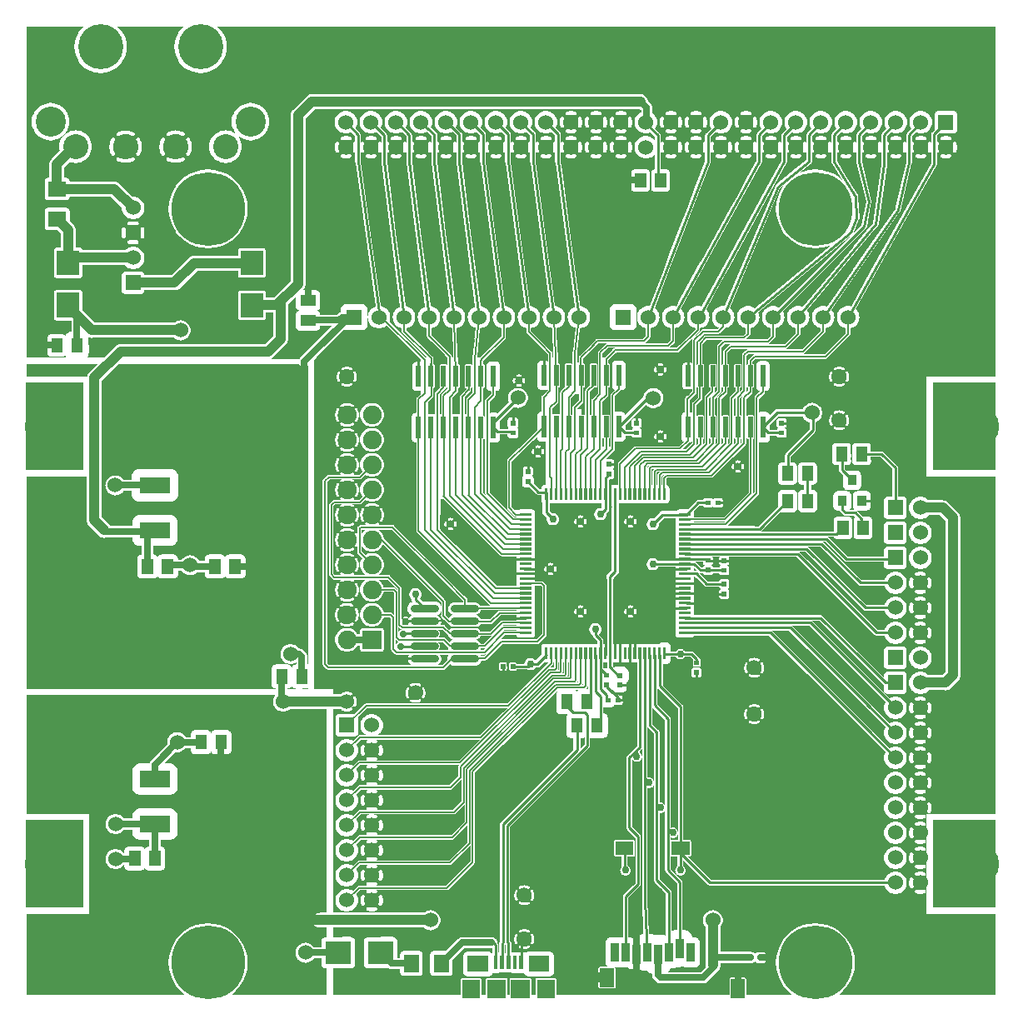
<source format=gtl>
G04 start of page 2 for group 0 idx 0 *
G04 Title: (unknown), component *
G04 Creator: pcb 20110918 *
G04 CreationDate: Sun 22 Jun 2014 10:36:29 GMT UTC *
G04 For: michael *
G04 Format: Gerber/RS-274X *
G04 PCB-Dimensions: 393000 393700 *
G04 PCB-Coordinate-Origin: lower left *
%MOIN*%
%FSLAX25Y25*%
%LNTOP*%
%ADD43C,0.0433*%
%ADD42C,0.1570*%
%ADD41C,0.0380*%
%ADD40C,0.0120*%
%ADD39C,0.0350*%
%ADD38C,0.1340*%
%ADD37C,0.0280*%
%ADD36C,0.1500*%
%ADD35C,0.0300*%
%ADD34C,0.2950*%
%ADD33R,0.0200X0.0200*%
%ADD32R,0.0551X0.0551*%
%ADD31R,0.0315X0.0315*%
%ADD30R,0.0110X0.0110*%
%ADD29R,0.0650X0.0650*%
%ADD28C,0.0290*%
%ADD27R,0.0906X0.0906*%
%ADD26R,0.0600X0.0600*%
%ADD25R,0.0158X0.0158*%
%ADD24R,0.0709X0.0709*%
%ADD23R,0.0630X0.0630*%
%ADD22R,0.0450X0.0450*%
%ADD21R,0.0340X0.0340*%
%ADD20C,0.0748*%
%ADD19C,0.1800*%
%ADD18C,0.1200*%
%ADD17C,0.1000*%
%ADD16C,0.0600*%
%ADD15C,0.0400*%
%ADD14C,0.0250*%
%ADD13C,0.0100*%
%ADD12C,0.0060*%
%ADD11C,0.0001*%
G54D11*G36*
X365000Y248700D02*X390000D01*
Y213700D01*
X365000D01*
Y248700D01*
G37*
G36*
X390000Y73700D02*Y38700D01*
X365000D01*
Y73700D01*
X390000D01*
G37*
G36*
Y3700D02*X360000D01*
Y36200D01*
X390000D01*
Y3700D01*
G37*
G36*
Y76200D02*X363613D01*
Y76553D01*
X363656Y76560D01*
X363768Y76597D01*
X363873Y76652D01*
X363968Y76722D01*
X364051Y76806D01*
X364119Y76902D01*
X364170Y77008D01*
X364318Y77416D01*
X364422Y77837D01*
X364484Y78267D01*
X364505Y78700D01*
X364484Y79133D01*
X364422Y79563D01*
X364318Y79984D01*
X364175Y80394D01*
X364122Y80500D01*
X364053Y80596D01*
X363970Y80681D01*
X363875Y80751D01*
X363769Y80806D01*
X363657Y80843D01*
X363613Y80851D01*
Y86553D01*
X363656Y86560D01*
X363768Y86597D01*
X363873Y86652D01*
X363968Y86722D01*
X364051Y86806D01*
X364119Y86902D01*
X364170Y87008D01*
X364318Y87416D01*
X364422Y87837D01*
X364484Y88267D01*
X364505Y88700D01*
X364484Y89133D01*
X364422Y89563D01*
X364318Y89984D01*
X364175Y90394D01*
X364122Y90500D01*
X364053Y90596D01*
X363970Y90681D01*
X363875Y90751D01*
X363769Y90806D01*
X363657Y90843D01*
X363613Y90851D01*
Y96553D01*
X363656Y96560D01*
X363768Y96597D01*
X363873Y96652D01*
X363968Y96722D01*
X364051Y96806D01*
X364119Y96902D01*
X364170Y97008D01*
X364318Y97416D01*
X364422Y97837D01*
X364484Y98267D01*
X364505Y98700D01*
X364484Y99133D01*
X364422Y99563D01*
X364318Y99984D01*
X364175Y100394D01*
X364122Y100500D01*
X364053Y100596D01*
X363970Y100681D01*
X363875Y100751D01*
X363769Y100806D01*
X363657Y100843D01*
X363613Y100851D01*
Y106553D01*
X363656Y106560D01*
X363768Y106597D01*
X363873Y106652D01*
X363968Y106722D01*
X364051Y106806D01*
X364119Y106902D01*
X364170Y107008D01*
X364318Y107416D01*
X364422Y107837D01*
X364484Y108267D01*
X364505Y108700D01*
X364484Y109133D01*
X364422Y109563D01*
X364318Y109984D01*
X364175Y110394D01*
X364122Y110500D01*
X364053Y110596D01*
X363970Y110681D01*
X363875Y110751D01*
X363769Y110806D01*
X363657Y110843D01*
X363613Y110851D01*
Y116553D01*
X363656Y116560D01*
X363768Y116597D01*
X363873Y116652D01*
X363968Y116722D01*
X364051Y116806D01*
X364119Y116902D01*
X364170Y117008D01*
X364318Y117416D01*
X364422Y117837D01*
X364484Y118267D01*
X364505Y118700D01*
X364484Y119133D01*
X364422Y119563D01*
X364318Y119984D01*
X364175Y120394D01*
X364122Y120500D01*
X364053Y120596D01*
X363970Y120681D01*
X363875Y120751D01*
X363769Y120806D01*
X363657Y120843D01*
X363613Y120851D01*
Y125700D01*
X369882D01*
X370000Y125691D01*
X370470Y125728D01*
X370471Y125728D01*
X370930Y125838D01*
X371366Y126019D01*
X371769Y126265D01*
X372128Y126572D01*
X372205Y126662D01*
X375038Y129496D01*
X375128Y129572D01*
X375434Y129931D01*
X375435Y129931D01*
X375681Y130334D01*
X375862Y130770D01*
X375972Y131229D01*
X376009Y131700D01*
X376000Y131818D01*
Y141700D01*
X376000Y141700D01*
Y194582D01*
X376009Y194700D01*
X375972Y195171D01*
X375972Y195171D01*
X375862Y195630D01*
X375681Y196066D01*
X375435Y196469D01*
X375128Y196828D01*
X375038Y196904D01*
X371204Y200738D01*
X371128Y200828D01*
X370769Y201135D01*
X370366Y201381D01*
X369930Y201562D01*
X369471Y201672D01*
X369000Y201709D01*
X368882Y201700D01*
X363613D01*
Y211200D01*
X390000D01*
Y76200D01*
G37*
G36*
X363613Y201700D02*X363356D01*
X363192Y201892D01*
X362653Y202352D01*
X362049Y202722D01*
X361395Y202993D01*
X360706Y203158D01*
X360000Y203214D01*
Y211200D01*
X363613D01*
Y201700D01*
G37*
G36*
Y76200D02*X360000D01*
Y81700D01*
X360289Y81686D01*
X360575Y81644D01*
X360855Y81576D01*
X361128Y81480D01*
X361239Y81442D01*
X361356Y81425D01*
X361474Y81425D01*
X361591Y81445D01*
X361703Y81482D01*
X361807Y81536D01*
X361902Y81606D01*
X361985Y81691D01*
X362054Y81787D01*
X362107Y81892D01*
X362143Y82005D01*
X362160Y82121D01*
X362159Y82239D01*
X362140Y82356D01*
X362103Y82468D01*
X362048Y82573D01*
X361978Y82668D01*
X361894Y82751D01*
X361798Y82819D01*
X361692Y82870D01*
X361284Y83018D01*
X360863Y83122D01*
X360433Y83184D01*
X360000Y83205D01*
Y84195D01*
X360433Y84216D01*
X360863Y84278D01*
X361284Y84382D01*
X361694Y84525D01*
X361800Y84578D01*
X361896Y84647D01*
X361981Y84730D01*
X362051Y84825D01*
X362106Y84931D01*
X362143Y85043D01*
X362163Y85160D01*
X362164Y85279D01*
X362146Y85396D01*
X362110Y85509D01*
X362057Y85615D01*
X361988Y85712D01*
X361905Y85796D01*
X361809Y85867D01*
X361704Y85921D01*
X361592Y85959D01*
X361475Y85978D01*
X361356Y85979D01*
X361239Y85961D01*
X361126Y85923D01*
X360855Y85824D01*
X360575Y85756D01*
X360289Y85714D01*
X360000Y85700D01*
Y91700D01*
X360289Y91686D01*
X360575Y91644D01*
X360855Y91576D01*
X361128Y91480D01*
X361239Y91442D01*
X361356Y91425D01*
X361474Y91425D01*
X361591Y91445D01*
X361703Y91482D01*
X361807Y91536D01*
X361902Y91606D01*
X361985Y91691D01*
X362054Y91787D01*
X362107Y91892D01*
X362143Y92005D01*
X362160Y92121D01*
X362159Y92239D01*
X362140Y92356D01*
X362103Y92468D01*
X362048Y92573D01*
X361978Y92668D01*
X361894Y92751D01*
X361798Y92819D01*
X361692Y92870D01*
X361284Y93018D01*
X360863Y93122D01*
X360433Y93184D01*
X360000Y93205D01*
Y94195D01*
X360433Y94216D01*
X360863Y94278D01*
X361284Y94382D01*
X361694Y94525D01*
X361800Y94578D01*
X361896Y94647D01*
X361981Y94730D01*
X362051Y94825D01*
X362106Y94931D01*
X362143Y95043D01*
X362163Y95160D01*
X362164Y95279D01*
X362146Y95396D01*
X362110Y95509D01*
X362057Y95615D01*
X361988Y95712D01*
X361905Y95796D01*
X361809Y95867D01*
X361704Y95921D01*
X361592Y95959D01*
X361475Y95978D01*
X361356Y95979D01*
X361239Y95961D01*
X361126Y95923D01*
X360855Y95824D01*
X360575Y95756D01*
X360289Y95714D01*
X360000Y95700D01*
Y101700D01*
X360289Y101686D01*
X360575Y101644D01*
X360855Y101576D01*
X361128Y101480D01*
X361239Y101442D01*
X361356Y101425D01*
X361474Y101425D01*
X361591Y101445D01*
X361703Y101482D01*
X361807Y101536D01*
X361902Y101606D01*
X361985Y101691D01*
X362054Y101787D01*
X362107Y101892D01*
X362143Y102005D01*
X362160Y102121D01*
X362159Y102239D01*
X362140Y102356D01*
X362103Y102468D01*
X362048Y102573D01*
X361978Y102668D01*
X361894Y102751D01*
X361798Y102819D01*
X361692Y102870D01*
X361284Y103018D01*
X360863Y103122D01*
X360433Y103184D01*
X360000Y103205D01*
Y104195D01*
X360433Y104216D01*
X360863Y104278D01*
X361284Y104382D01*
X361694Y104525D01*
X361800Y104578D01*
X361896Y104647D01*
X361981Y104730D01*
X362051Y104825D01*
X362106Y104931D01*
X362143Y105043D01*
X362163Y105160D01*
X362164Y105279D01*
X362146Y105396D01*
X362110Y105509D01*
X362057Y105615D01*
X361988Y105712D01*
X361905Y105796D01*
X361809Y105867D01*
X361704Y105921D01*
X361592Y105959D01*
X361475Y105978D01*
X361356Y105979D01*
X361239Y105961D01*
X361126Y105923D01*
X360855Y105824D01*
X360575Y105756D01*
X360289Y105714D01*
X360000Y105700D01*
Y111700D01*
X360289Y111686D01*
X360575Y111644D01*
X360855Y111576D01*
X361128Y111480D01*
X361239Y111442D01*
X361356Y111425D01*
X361474Y111425D01*
X361591Y111445D01*
X361703Y111482D01*
X361807Y111536D01*
X361902Y111606D01*
X361985Y111691D01*
X362054Y111787D01*
X362107Y111892D01*
X362143Y112005D01*
X362160Y112121D01*
X362159Y112239D01*
X362140Y112356D01*
X362103Y112468D01*
X362048Y112573D01*
X361978Y112668D01*
X361894Y112751D01*
X361798Y112819D01*
X361692Y112870D01*
X361284Y113018D01*
X360863Y113122D01*
X360433Y113184D01*
X360000Y113205D01*
Y114195D01*
X360433Y114216D01*
X360863Y114278D01*
X361284Y114382D01*
X361694Y114525D01*
X361800Y114578D01*
X361896Y114647D01*
X361981Y114730D01*
X362051Y114825D01*
X362106Y114931D01*
X362143Y115043D01*
X362163Y115160D01*
X362164Y115279D01*
X362146Y115396D01*
X362110Y115509D01*
X362057Y115615D01*
X361988Y115712D01*
X361905Y115796D01*
X361809Y115867D01*
X361704Y115921D01*
X361592Y115959D01*
X361475Y115978D01*
X361356Y115979D01*
X361239Y115961D01*
X361126Y115923D01*
X360855Y115824D01*
X360575Y115756D01*
X360289Y115714D01*
X360000Y115700D01*
Y121700D01*
X360289Y121686D01*
X360575Y121644D01*
X360855Y121576D01*
X361128Y121480D01*
X361239Y121442D01*
X361356Y121425D01*
X361474Y121425D01*
X361591Y121445D01*
X361703Y121482D01*
X361807Y121536D01*
X361902Y121606D01*
X361985Y121691D01*
X362054Y121787D01*
X362107Y121892D01*
X362143Y122005D01*
X362160Y122121D01*
X362159Y122239D01*
X362140Y122356D01*
X362103Y122468D01*
X362048Y122573D01*
X361978Y122668D01*
X361894Y122751D01*
X361798Y122819D01*
X361692Y122870D01*
X361284Y123018D01*
X360863Y123122D01*
X360433Y123184D01*
X360000Y123205D01*
Y124186D01*
X360706Y124242D01*
X361395Y124407D01*
X362049Y124678D01*
X362653Y125048D01*
X363192Y125508D01*
X363356Y125700D01*
X363613D01*
Y120851D01*
X363540Y120863D01*
X363421Y120864D01*
X363304Y120846D01*
X363191Y120810D01*
X363085Y120757D01*
X362988Y120688D01*
X362904Y120605D01*
X362833Y120509D01*
X362779Y120404D01*
X362741Y120292D01*
X362722Y120175D01*
X362721Y120056D01*
X362739Y119939D01*
X362777Y119826D01*
X362876Y119555D01*
X362944Y119275D01*
X362986Y118989D01*
X363000Y118700D01*
X362986Y118411D01*
X362944Y118125D01*
X362876Y117845D01*
X362780Y117572D01*
X362742Y117461D01*
X362725Y117344D01*
X362725Y117226D01*
X362745Y117109D01*
X362782Y116997D01*
X362836Y116893D01*
X362906Y116798D01*
X362991Y116715D01*
X363087Y116646D01*
X363192Y116593D01*
X363305Y116557D01*
X363421Y116540D01*
X363539Y116541D01*
X363613Y116553D01*
Y110851D01*
X363540Y110863D01*
X363421Y110864D01*
X363304Y110846D01*
X363191Y110810D01*
X363085Y110757D01*
X362988Y110688D01*
X362904Y110605D01*
X362833Y110509D01*
X362779Y110404D01*
X362741Y110292D01*
X362722Y110175D01*
X362721Y110056D01*
X362739Y109939D01*
X362777Y109826D01*
X362876Y109555D01*
X362944Y109275D01*
X362986Y108989D01*
X363000Y108700D01*
X362986Y108411D01*
X362944Y108125D01*
X362876Y107845D01*
X362780Y107572D01*
X362742Y107461D01*
X362725Y107344D01*
X362725Y107226D01*
X362745Y107109D01*
X362782Y106997D01*
X362836Y106893D01*
X362906Y106798D01*
X362991Y106715D01*
X363087Y106646D01*
X363192Y106593D01*
X363305Y106557D01*
X363421Y106540D01*
X363539Y106541D01*
X363613Y106553D01*
Y100851D01*
X363540Y100863D01*
X363421Y100864D01*
X363304Y100846D01*
X363191Y100810D01*
X363085Y100757D01*
X362988Y100688D01*
X362904Y100605D01*
X362833Y100509D01*
X362779Y100404D01*
X362741Y100292D01*
X362722Y100175D01*
X362721Y100056D01*
X362739Y99939D01*
X362777Y99826D01*
X362876Y99555D01*
X362944Y99275D01*
X362986Y98989D01*
X363000Y98700D01*
X362986Y98411D01*
X362944Y98125D01*
X362876Y97845D01*
X362780Y97572D01*
X362742Y97461D01*
X362725Y97344D01*
X362725Y97226D01*
X362745Y97109D01*
X362782Y96997D01*
X362836Y96893D01*
X362906Y96798D01*
X362991Y96715D01*
X363087Y96646D01*
X363192Y96593D01*
X363305Y96557D01*
X363421Y96540D01*
X363539Y96541D01*
X363613Y96553D01*
Y90851D01*
X363540Y90863D01*
X363421Y90864D01*
X363304Y90846D01*
X363191Y90810D01*
X363085Y90757D01*
X362988Y90688D01*
X362904Y90605D01*
X362833Y90509D01*
X362779Y90404D01*
X362741Y90292D01*
X362722Y90175D01*
X362721Y90056D01*
X362739Y89939D01*
X362777Y89826D01*
X362876Y89555D01*
X362944Y89275D01*
X362986Y88989D01*
X363000Y88700D01*
X362986Y88411D01*
X362944Y88125D01*
X362876Y87845D01*
X362780Y87572D01*
X362742Y87461D01*
X362725Y87344D01*
X362725Y87226D01*
X362745Y87109D01*
X362782Y86997D01*
X362836Y86893D01*
X362906Y86798D01*
X362991Y86715D01*
X363087Y86646D01*
X363192Y86593D01*
X363305Y86557D01*
X363421Y86540D01*
X363539Y86541D01*
X363613Y86553D01*
Y80851D01*
X363540Y80863D01*
X363421Y80864D01*
X363304Y80846D01*
X363191Y80810D01*
X363085Y80757D01*
X362988Y80688D01*
X362904Y80605D01*
X362833Y80509D01*
X362779Y80404D01*
X362741Y80292D01*
X362722Y80175D01*
X362721Y80056D01*
X362739Y79939D01*
X362777Y79826D01*
X362876Y79555D01*
X362944Y79275D01*
X362986Y78989D01*
X363000Y78700D01*
X362986Y78411D01*
X362944Y78125D01*
X362876Y77845D01*
X362780Y77572D01*
X362742Y77461D01*
X362725Y77344D01*
X362725Y77226D01*
X362745Y77109D01*
X362782Y76997D01*
X362836Y76893D01*
X362906Y76798D01*
X362991Y76715D01*
X363087Y76646D01*
X363192Y76593D01*
X363305Y76557D01*
X363421Y76540D01*
X363539Y76541D01*
X363613Y76553D01*
Y76200D01*
G37*
G36*
X360000Y133214D02*Y134186D01*
X360706Y134242D01*
X361395Y134407D01*
X362049Y134678D01*
X362653Y135048D01*
X363192Y135508D01*
X363613Y136002D01*
Y131700D01*
X363356D01*
X363192Y131892D01*
X362653Y132352D01*
X362049Y132722D01*
X361395Y132993D01*
X360706Y133158D01*
X360000Y133214D01*
G37*
G36*
X363613Y141398D02*X363192Y141892D01*
X362653Y142352D01*
X362049Y142722D01*
X361395Y142993D01*
X360706Y143158D01*
X360000Y143214D01*
Y144195D01*
X360433Y144216D01*
X360863Y144278D01*
X361284Y144382D01*
X361694Y144525D01*
X361800Y144578D01*
X361896Y144647D01*
X361981Y144730D01*
X362051Y144825D01*
X362106Y144931D01*
X362143Y145043D01*
X362163Y145160D01*
X362164Y145279D01*
X362146Y145396D01*
X362110Y145509D01*
X362057Y145615D01*
X361988Y145712D01*
X361905Y145796D01*
X361809Y145867D01*
X361704Y145921D01*
X361592Y145959D01*
X361475Y145978D01*
X361356Y145979D01*
X361239Y145961D01*
X361126Y145923D01*
X360855Y145824D01*
X360575Y145756D01*
X360289Y145714D01*
X360000Y145700D01*
Y151700D01*
X360289Y151686D01*
X360575Y151644D01*
X360855Y151576D01*
X361128Y151480D01*
X361239Y151442D01*
X361356Y151425D01*
X361474Y151425D01*
X361591Y151445D01*
X361703Y151482D01*
X361807Y151536D01*
X361902Y151606D01*
X361985Y151691D01*
X362054Y151787D01*
X362107Y151892D01*
X362143Y152005D01*
X362160Y152121D01*
X362159Y152239D01*
X362140Y152356D01*
X362103Y152468D01*
X362048Y152573D01*
X361978Y152668D01*
X361894Y152751D01*
X361798Y152819D01*
X361692Y152870D01*
X361284Y153018D01*
X360863Y153122D01*
X360433Y153184D01*
X360000Y153205D01*
Y154195D01*
X360433Y154216D01*
X360863Y154278D01*
X361284Y154382D01*
X361694Y154525D01*
X361800Y154578D01*
X361896Y154647D01*
X361981Y154730D01*
X362051Y154825D01*
X362106Y154931D01*
X362143Y155043D01*
X362163Y155160D01*
X362164Y155279D01*
X362146Y155396D01*
X362110Y155509D01*
X362057Y155615D01*
X361988Y155712D01*
X361905Y155796D01*
X361809Y155867D01*
X361704Y155921D01*
X361592Y155959D01*
X361475Y155978D01*
X361356Y155979D01*
X361239Y155961D01*
X361126Y155923D01*
X360855Y155824D01*
X360575Y155756D01*
X360289Y155714D01*
X360000Y155700D01*
Y161700D01*
X360289Y161686D01*
X360575Y161644D01*
X360855Y161576D01*
X361128Y161480D01*
X361239Y161442D01*
X361356Y161425D01*
X361474Y161425D01*
X361591Y161445D01*
X361703Y161482D01*
X361807Y161536D01*
X361902Y161606D01*
X361985Y161691D01*
X362054Y161787D01*
X362107Y161892D01*
X362143Y162005D01*
X362160Y162121D01*
X362159Y162239D01*
X362140Y162356D01*
X362103Y162468D01*
X362048Y162573D01*
X361978Y162668D01*
X361894Y162751D01*
X361798Y162819D01*
X361692Y162870D01*
X361284Y163018D01*
X360863Y163122D01*
X360433Y163184D01*
X360000Y163205D01*
Y164195D01*
X360433Y164216D01*
X360863Y164278D01*
X361284Y164382D01*
X361694Y164525D01*
X361800Y164578D01*
X361896Y164647D01*
X361981Y164730D01*
X362051Y164825D01*
X362106Y164931D01*
X362143Y165043D01*
X362163Y165160D01*
X362164Y165279D01*
X362146Y165396D01*
X362110Y165509D01*
X362057Y165615D01*
X361988Y165712D01*
X361905Y165796D01*
X361809Y165867D01*
X361704Y165921D01*
X361592Y165959D01*
X361475Y165978D01*
X361356Y165979D01*
X361239Y165961D01*
X361126Y165923D01*
X360855Y165824D01*
X360575Y165756D01*
X360289Y165714D01*
X360000Y165700D01*
Y171700D01*
X360289Y171686D01*
X360575Y171644D01*
X360855Y171576D01*
X361128Y171480D01*
X361239Y171442D01*
X361356Y171425D01*
X361474Y171425D01*
X361591Y171445D01*
X361703Y171482D01*
X361807Y171536D01*
X361902Y171606D01*
X361985Y171691D01*
X362054Y171787D01*
X362107Y171892D01*
X362143Y172005D01*
X362160Y172121D01*
X362159Y172239D01*
X362140Y172356D01*
X362103Y172468D01*
X362048Y172573D01*
X361978Y172668D01*
X361894Y172751D01*
X361798Y172819D01*
X361692Y172870D01*
X361284Y173018D01*
X360863Y173122D01*
X360433Y173184D01*
X360000Y173205D01*
Y174186D01*
X360706Y174242D01*
X361395Y174407D01*
X362049Y174678D01*
X362653Y175048D01*
X363192Y175508D01*
X363613Y176002D01*
Y170851D01*
X363540Y170863D01*
X363421Y170864D01*
X363304Y170846D01*
X363191Y170810D01*
X363085Y170757D01*
X362988Y170688D01*
X362904Y170605D01*
X362833Y170509D01*
X362779Y170404D01*
X362741Y170292D01*
X362722Y170175D01*
X362721Y170056D01*
X362739Y169939D01*
X362777Y169826D01*
X362876Y169555D01*
X362944Y169275D01*
X362986Y168989D01*
X363000Y168700D01*
X362986Y168411D01*
X362944Y168125D01*
X362876Y167845D01*
X362780Y167572D01*
X362742Y167461D01*
X362725Y167344D01*
X362725Y167226D01*
X362745Y167109D01*
X362782Y166997D01*
X362836Y166893D01*
X362906Y166798D01*
X362991Y166715D01*
X363087Y166646D01*
X363192Y166593D01*
X363305Y166557D01*
X363421Y166540D01*
X363539Y166541D01*
X363613Y166553D01*
Y160851D01*
X363540Y160863D01*
X363421Y160864D01*
X363304Y160846D01*
X363191Y160810D01*
X363085Y160757D01*
X362988Y160688D01*
X362904Y160605D01*
X362833Y160509D01*
X362779Y160404D01*
X362741Y160292D01*
X362722Y160175D01*
X362721Y160056D01*
X362739Y159939D01*
X362777Y159826D01*
X362876Y159555D01*
X362944Y159275D01*
X362986Y158989D01*
X363000Y158700D01*
X362986Y158411D01*
X362944Y158125D01*
X362876Y157845D01*
X362780Y157572D01*
X362742Y157461D01*
X362725Y157344D01*
X362725Y157226D01*
X362745Y157109D01*
X362782Y156997D01*
X362836Y156893D01*
X362906Y156798D01*
X362991Y156715D01*
X363087Y156646D01*
X363192Y156593D01*
X363305Y156557D01*
X363421Y156540D01*
X363539Y156541D01*
X363613Y156553D01*
Y150851D01*
X363540Y150863D01*
X363421Y150864D01*
X363304Y150846D01*
X363191Y150810D01*
X363085Y150757D01*
X362988Y150688D01*
X362904Y150605D01*
X362833Y150509D01*
X362779Y150404D01*
X362741Y150292D01*
X362722Y150175D01*
X362721Y150056D01*
X362739Y149939D01*
X362777Y149826D01*
X362876Y149555D01*
X362944Y149275D01*
X362986Y148989D01*
X363000Y148700D01*
X362986Y148411D01*
X362944Y148125D01*
X362876Y147845D01*
X362780Y147572D01*
X362742Y147461D01*
X362725Y147344D01*
X362725Y147226D01*
X362745Y147109D01*
X362782Y146997D01*
X362836Y146893D01*
X362906Y146798D01*
X362991Y146715D01*
X363087Y146646D01*
X363192Y146593D01*
X363305Y146557D01*
X363421Y146540D01*
X363539Y146541D01*
X363613Y146553D01*
Y141398D01*
G37*
G36*
Y181398D02*X363192Y181892D01*
X362653Y182352D01*
X362049Y182722D01*
X361395Y182993D01*
X360706Y183158D01*
X360000Y183214D01*
Y184186D01*
X360706Y184242D01*
X361395Y184407D01*
X362049Y184678D01*
X362653Y185048D01*
X363192Y185508D01*
X363613Y186002D01*
Y181398D01*
G37*
G36*
Y191398D02*X363192Y191892D01*
X362653Y192352D01*
X362049Y192722D01*
X361395Y192993D01*
X360706Y193158D01*
X360000Y193214D01*
Y194186D01*
X360706Y194242D01*
X361395Y194407D01*
X362049Y194678D01*
X362653Y195048D01*
X363192Y195508D01*
X363356Y195700D01*
X363613D01*
Y191398D01*
G37*
G36*
Y136002D02*X363652Y136047D01*
X364022Y136651D01*
X364293Y137305D01*
X364458Y137994D01*
X364500Y138700D01*
X364458Y139406D01*
X364293Y140095D01*
X364022Y140749D01*
X363652Y141353D01*
X363613Y141398D01*
Y146553D01*
X363656Y146560D01*
X363768Y146597D01*
X363873Y146652D01*
X363968Y146722D01*
X364051Y146806D01*
X364119Y146902D01*
X364170Y147008D01*
X364318Y147416D01*
X364422Y147837D01*
X364484Y148267D01*
X364505Y148700D01*
X364484Y149133D01*
X364422Y149563D01*
X364318Y149984D01*
X364175Y150394D01*
X364122Y150500D01*
X364053Y150596D01*
X363970Y150681D01*
X363875Y150751D01*
X363769Y150806D01*
X363657Y150843D01*
X363613Y150851D01*
Y156553D01*
X363656Y156560D01*
X363768Y156597D01*
X363873Y156652D01*
X363968Y156722D01*
X364051Y156806D01*
X364119Y156902D01*
X364170Y157008D01*
X364318Y157416D01*
X364422Y157837D01*
X364484Y158267D01*
X364505Y158700D01*
X364484Y159133D01*
X364422Y159563D01*
X364318Y159984D01*
X364175Y160394D01*
X364122Y160500D01*
X364053Y160596D01*
X363970Y160681D01*
X363875Y160751D01*
X363769Y160806D01*
X363657Y160843D01*
X363613Y160851D01*
Y166553D01*
X363656Y166560D01*
X363768Y166597D01*
X363873Y166652D01*
X363968Y166722D01*
X364051Y166806D01*
X364119Y166902D01*
X364170Y167008D01*
X364318Y167416D01*
X364422Y167837D01*
X364484Y168267D01*
X364505Y168700D01*
X364484Y169133D01*
X364422Y169563D01*
X364318Y169984D01*
X364175Y170394D01*
X364122Y170500D01*
X364053Y170596D01*
X363970Y170681D01*
X363875Y170751D01*
X363769Y170806D01*
X363657Y170843D01*
X363613Y170851D01*
Y176002D01*
X363652Y176047D01*
X364022Y176651D01*
X364293Y177305D01*
X364458Y177994D01*
X364500Y178700D01*
X364458Y179406D01*
X364293Y180095D01*
X364022Y180749D01*
X363652Y181353D01*
X363613Y181398D01*
Y186002D01*
X363652Y186047D01*
X364022Y186651D01*
X364293Y187305D01*
X364458Y187994D01*
X364500Y188700D01*
X364458Y189406D01*
X364293Y190095D01*
X364022Y190749D01*
X363652Y191353D01*
X363613Y191398D01*
Y195700D01*
X367757D01*
X370000Y193457D01*
Y141700D01*
X370000Y141700D01*
Y132943D01*
X368757Y131700D01*
X363613D01*
Y136002D01*
G37*
G36*
X363652Y136047D01*
X364022Y136651D01*
X364293Y137305D01*
X364458Y137994D01*
X364500Y138700D01*
X364458Y139406D01*
X364293Y140095D01*
X364022Y140749D01*
X363652Y141353D01*
X363613Y141398D01*
Y146553D01*
X363656Y146560D01*
X363768Y146597D01*
X363873Y146652D01*
X363968Y146722D01*
X364051Y146806D01*
X364119Y146902D01*
X364170Y147008D01*
X364318Y147416D01*
X364422Y147837D01*
X364484Y148267D01*
X364505Y148700D01*
X364484Y149133D01*
X364422Y149563D01*
X364318Y149984D01*
X364175Y150394D01*
X364122Y150500D01*
X364053Y150596D01*
X363970Y150681D01*
X363875Y150751D01*
X363769Y150806D01*
X363657Y150843D01*
X363613Y150851D01*
Y156553D01*
X363656Y156560D01*
X363768Y156597D01*
X363873Y156652D01*
X363968Y156722D01*
X364051Y156806D01*
X364119Y156902D01*
X364170Y157008D01*
X364318Y157416D01*
X364422Y157837D01*
X364484Y158267D01*
X364505Y158700D01*
X364484Y159133D01*
X364422Y159563D01*
X364318Y159984D01*
X364175Y160394D01*
X364122Y160500D01*
X364053Y160596D01*
X363970Y160681D01*
X363875Y160751D01*
X363769Y160806D01*
X363657Y160843D01*
X363613Y160851D01*
Y166553D01*
X363656Y166560D01*
X363768Y166597D01*
X363873Y166652D01*
X363968Y166722D01*
X364051Y166806D01*
X364119Y166902D01*
X364170Y167008D01*
X364318Y167416D01*
X364422Y167837D01*
X364484Y168267D01*
X364505Y168700D01*
X364484Y169133D01*
X364422Y169563D01*
X364318Y169984D01*
X364175Y170394D01*
X364122Y170500D01*
X364053Y170596D01*
X363970Y170681D01*
X363875Y170751D01*
X363769Y170806D01*
X363657Y170843D01*
X363613Y170851D01*
Y176002D01*
X363652Y176047D01*
X364022Y176651D01*
X364293Y177305D01*
X364458Y177994D01*
X364500Y178700D01*
X364458Y179406D01*
X364293Y180095D01*
X364022Y180749D01*
X363652Y181353D01*
X363613Y181398D01*
Y186002D01*
X363652Y186047D01*
X364022Y186651D01*
X364293Y187305D01*
X364458Y187994D01*
X364500Y188700D01*
X364458Y189406D01*
X364293Y190095D01*
X364022Y190749D01*
X363652Y191353D01*
X363613Y191398D01*
Y195700D01*
X367757D01*
X370000Y193457D01*
Y141700D01*
X370000Y141700D01*
Y132943D01*
X368857Y131800D01*
X363613D01*
Y136002D01*
G37*
G36*
Y191398D02*X363192Y191892D01*
X362653Y192352D01*
X362049Y192722D01*
X361395Y192993D01*
X361300Y193016D01*
Y194384D01*
X361395Y194407D01*
X362049Y194678D01*
X362653Y195048D01*
X363192Y195508D01*
X363356Y195700D01*
X363613D01*
Y191398D01*
G37*
G36*
Y181398D02*X363192Y181892D01*
X362653Y182352D01*
X362049Y182722D01*
X361395Y182993D01*
X361300Y183016D01*
Y184384D01*
X361395Y184407D01*
X362049Y184678D01*
X362653Y185048D01*
X363192Y185508D01*
X363613Y186002D01*
Y181398D01*
G37*
G36*
Y141398D02*X363192Y141892D01*
X362653Y142352D01*
X362049Y142722D01*
X361395Y142993D01*
X361300Y143016D01*
Y144387D01*
X361694Y144525D01*
X361800Y144578D01*
X361896Y144647D01*
X361981Y144730D01*
X362051Y144825D01*
X362106Y144931D01*
X362143Y145043D01*
X362163Y145160D01*
X362164Y145279D01*
X362146Y145396D01*
X362110Y145509D01*
X362057Y145615D01*
X361988Y145712D01*
X361905Y145796D01*
X361809Y145867D01*
X361704Y145921D01*
X361592Y145959D01*
X361475Y145978D01*
X361356Y145979D01*
X361300Y145971D01*
Y151433D01*
X361356Y151425D01*
X361474Y151425D01*
X361591Y151445D01*
X361703Y151482D01*
X361807Y151536D01*
X361902Y151606D01*
X361985Y151691D01*
X362054Y151787D01*
X362107Y151892D01*
X362143Y152005D01*
X362160Y152121D01*
X362159Y152239D01*
X362140Y152356D01*
X362103Y152468D01*
X362048Y152573D01*
X361978Y152668D01*
X361894Y152751D01*
X361798Y152819D01*
X361692Y152870D01*
X361300Y153013D01*
Y154387D01*
X361694Y154525D01*
X361800Y154578D01*
X361896Y154647D01*
X361981Y154730D01*
X362051Y154825D01*
X362106Y154931D01*
X362143Y155043D01*
X362163Y155160D01*
X362164Y155279D01*
X362146Y155396D01*
X362110Y155509D01*
X362057Y155615D01*
X361988Y155712D01*
X361905Y155796D01*
X361809Y155867D01*
X361704Y155921D01*
X361592Y155959D01*
X361475Y155978D01*
X361356Y155979D01*
X361300Y155971D01*
Y161433D01*
X361356Y161425D01*
X361474Y161425D01*
X361591Y161445D01*
X361703Y161482D01*
X361807Y161536D01*
X361902Y161606D01*
X361985Y161691D01*
X362054Y161787D01*
X362107Y161892D01*
X362143Y162005D01*
X362160Y162121D01*
X362159Y162239D01*
X362140Y162356D01*
X362103Y162468D01*
X362048Y162573D01*
X361978Y162668D01*
X361894Y162751D01*
X361798Y162819D01*
X361692Y162870D01*
X361300Y163013D01*
Y164387D01*
X361694Y164525D01*
X361800Y164578D01*
X361896Y164647D01*
X361981Y164730D01*
X362051Y164825D01*
X362106Y164931D01*
X362143Y165043D01*
X362163Y165160D01*
X362164Y165279D01*
X362146Y165396D01*
X362110Y165509D01*
X362057Y165615D01*
X361988Y165712D01*
X361905Y165796D01*
X361809Y165867D01*
X361704Y165921D01*
X361592Y165959D01*
X361475Y165978D01*
X361356Y165979D01*
X361300Y165971D01*
Y171433D01*
X361356Y171425D01*
X361474Y171425D01*
X361591Y171445D01*
X361703Y171482D01*
X361807Y171536D01*
X361902Y171606D01*
X361985Y171691D01*
X362054Y171787D01*
X362107Y171892D01*
X362143Y172005D01*
X362160Y172121D01*
X362159Y172239D01*
X362140Y172356D01*
X362103Y172468D01*
X362048Y172573D01*
X361978Y172668D01*
X361894Y172751D01*
X361798Y172819D01*
X361692Y172870D01*
X361300Y173013D01*
Y174384D01*
X361395Y174407D01*
X362049Y174678D01*
X362653Y175048D01*
X363192Y175508D01*
X363613Y176002D01*
Y170851D01*
X363540Y170863D01*
X363421Y170864D01*
X363304Y170846D01*
X363191Y170810D01*
X363085Y170757D01*
X362988Y170688D01*
X362904Y170605D01*
X362833Y170509D01*
X362779Y170404D01*
X362741Y170292D01*
X362722Y170175D01*
X362721Y170056D01*
X362739Y169939D01*
X362777Y169826D01*
X362876Y169555D01*
X362944Y169275D01*
X362986Y168989D01*
X363000Y168700D01*
X362986Y168411D01*
X362944Y168125D01*
X362876Y167845D01*
X362780Y167572D01*
X362742Y167461D01*
X362725Y167344D01*
X362725Y167226D01*
X362745Y167109D01*
X362782Y166997D01*
X362836Y166893D01*
X362906Y166798D01*
X362991Y166715D01*
X363087Y166646D01*
X363192Y166593D01*
X363305Y166557D01*
X363421Y166540D01*
X363539Y166541D01*
X363613Y166553D01*
Y160851D01*
X363540Y160863D01*
X363421Y160864D01*
X363304Y160846D01*
X363191Y160810D01*
X363085Y160757D01*
X362988Y160688D01*
X362904Y160605D01*
X362833Y160509D01*
X362779Y160404D01*
X362741Y160292D01*
X362722Y160175D01*
X362721Y160056D01*
X362739Y159939D01*
X362777Y159826D01*
X362876Y159555D01*
X362944Y159275D01*
X362986Y158989D01*
X363000Y158700D01*
X362986Y158411D01*
X362944Y158125D01*
X362876Y157845D01*
X362780Y157572D01*
X362742Y157461D01*
X362725Y157344D01*
X362725Y157226D01*
X362745Y157109D01*
X362782Y156997D01*
X362836Y156893D01*
X362906Y156798D01*
X362991Y156715D01*
X363087Y156646D01*
X363192Y156593D01*
X363305Y156557D01*
X363421Y156540D01*
X363539Y156541D01*
X363613Y156553D01*
Y150851D01*
X363540Y150863D01*
X363421Y150864D01*
X363304Y150846D01*
X363191Y150810D01*
X363085Y150757D01*
X362988Y150688D01*
X362904Y150605D01*
X362833Y150509D01*
X362779Y150404D01*
X362741Y150292D01*
X362722Y150175D01*
X362721Y150056D01*
X362739Y149939D01*
X362777Y149826D01*
X362876Y149555D01*
X362944Y149275D01*
X362986Y148989D01*
X363000Y148700D01*
X362986Y148411D01*
X362944Y148125D01*
X362876Y147845D01*
X362780Y147572D01*
X362742Y147461D01*
X362725Y147344D01*
X362725Y147226D01*
X362745Y147109D01*
X362782Y146997D01*
X362836Y146893D01*
X362906Y146798D01*
X362991Y146715D01*
X363087Y146646D01*
X363192Y146593D01*
X363305Y146557D01*
X363421Y146540D01*
X363539Y146541D01*
X363613Y146553D01*
Y141398D01*
G37*
G36*
X361300Y133016D02*Y134384D01*
X361395Y134407D01*
X362049Y134678D01*
X362653Y135048D01*
X363192Y135508D01*
X363613Y136002D01*
Y131800D01*
X363270D01*
X363192Y131892D01*
X362653Y132352D01*
X362049Y132722D01*
X361395Y132993D01*
X361300Y133016D01*
G37*
G36*
X370662Y201200D02*X374600D01*
Y197343D01*
X371204Y200738D01*
X371128Y200828D01*
X370769Y201135D01*
X370662Y201200D01*
G37*
G36*
X390000Y261200D02*Y251200D01*
X357500D01*
Y261200D01*
X390000D01*
G37*
G36*
X234809Y144305D02*X234739Y144322D01*
X234504Y144336D01*
X233167Y144322D01*
X233072Y144299D01*
Y145685D01*
X233075Y145728D01*
X233062Y145900D01*
X233062Y145901D01*
X233021Y146069D01*
X232955Y146229D01*
X232865Y146377D01*
X232752Y146508D01*
X232719Y146536D01*
X231232Y148023D01*
X231474Y148171D01*
X231773Y148427D01*
X232029Y148726D01*
X232234Y149062D01*
X232385Y149425D01*
X232477Y149808D01*
X232500Y150200D01*
X232477Y150592D01*
X232385Y150975D01*
X232234Y151338D01*
X232029Y151674D01*
X231773Y151973D01*
X231474Y152229D01*
X231138Y152434D01*
X230775Y152585D01*
X230392Y152677D01*
X230000Y152708D01*
X229608Y152677D01*
X229225Y152585D01*
X228862Y152434D01*
X228526Y152229D01*
X228227Y151973D01*
X227971Y151674D01*
X227766Y151338D01*
X227615Y150975D01*
X227523Y150592D01*
X227492Y150200D01*
X227523Y149808D01*
X227615Y149425D01*
X227766Y149062D01*
X227971Y148726D01*
X228227Y148427D01*
X228526Y148171D01*
X228862Y147966D01*
X228900Y147950D01*
Y147743D01*
X228897Y147700D01*
X228910Y147527D01*
Y147527D01*
X228951Y147359D01*
X229017Y147199D01*
X229107Y147051D01*
X229220Y146920D01*
X229253Y146892D01*
X230872Y145272D01*
Y144305D01*
X230802Y144322D01*
X230567Y144336D01*
X229230Y144322D01*
X229032Y144275D01*
X228833Y144322D01*
X228598Y144336D01*
X227261Y144322D01*
X227063Y144275D01*
X226865Y144322D01*
X226630Y144336D01*
X225959Y144329D01*
Y156138D01*
X226012Y156144D01*
X226088Y156165D01*
X226160Y156197D01*
X226225Y156240D01*
X226284Y156293D01*
X226333Y156354D01*
X226372Y156422D01*
X226399Y156496D01*
X226458Y156727D01*
X226492Y156962D01*
X226503Y157200D01*
X226492Y157438D01*
X226458Y157673D01*
X226402Y157905D01*
X226374Y157979D01*
X226335Y158047D01*
X226285Y158109D01*
X226226Y158162D01*
X226160Y158205D01*
X226088Y158237D01*
X226012Y158258D01*
X225959Y158263D01*
Y192138D01*
X226012Y192144D01*
X226088Y192165D01*
X226160Y192197D01*
X226225Y192240D01*
X226284Y192293D01*
X226333Y192354D01*
X226372Y192422D01*
X226399Y192496D01*
X226458Y192727D01*
X226492Y192962D01*
X226503Y193200D01*
X226492Y193438D01*
X226458Y193673D01*
X226402Y193905D01*
X226374Y193979D01*
X226335Y194047D01*
X226285Y194109D01*
X226226Y194162D01*
X226160Y194205D01*
X226088Y194237D01*
X226012Y194258D01*
X225959Y194263D01*
Y200458D01*
X226865Y200468D01*
X227063Y200515D01*
X227262Y200468D01*
X227497Y200454D01*
X228834Y200468D01*
X229032Y200515D01*
X229230Y200468D01*
X229465Y200454D01*
X230802Y200468D01*
X231000Y200515D01*
X231199Y200468D01*
X231434Y200454D01*
X232441Y200464D01*
Y198762D01*
X232358Y198680D01*
X232000Y198708D01*
X231608Y198677D01*
X231225Y198585D01*
X230862Y198434D01*
X230526Y198229D01*
X230227Y197973D01*
X229971Y197674D01*
X229766Y197338D01*
X229615Y196975D01*
X229523Y196592D01*
X229492Y196200D01*
X229523Y195808D01*
X229615Y195425D01*
X229766Y195062D01*
X229971Y194726D01*
X230227Y194427D01*
X230526Y194171D01*
X230862Y193966D01*
X231225Y193815D01*
X231608Y193723D01*
X232000Y193692D01*
X232392Y193723D01*
X232775Y193815D01*
X233138Y193966D01*
X233474Y194171D01*
X233773Y194427D01*
X234029Y194726D01*
X234234Y195062D01*
X234385Y195425D01*
X234477Y195808D01*
X234500Y196200D01*
X234479Y196558D01*
X234960Y197039D01*
X235005Y197077D01*
X235158Y197256D01*
X235158Y197257D01*
X235282Y197458D01*
X235372Y197676D01*
X235427Y197906D01*
X235446Y198141D01*
X235441Y198200D01*
Y200455D01*
X236378Y200464D01*
Y173790D01*
X234848Y172261D01*
X234692Y172084D01*
X234568Y171883D01*
X234478Y171665D01*
X234423Y171435D01*
X234404Y171200D01*
X234408Y171154D01*
X234404Y171109D01*
X234423Y170874D01*
X234478Y170644D01*
X234568Y170426D01*
X234692Y170225D01*
X234809Y170087D01*
Y144305D01*
G37*
G36*
X225959Y144329D02*X225293Y144322D01*
X225095Y144275D01*
X224896Y144322D01*
X224661Y144336D01*
X224001Y144329D01*
Y154697D01*
X224238Y154708D01*
X224473Y154742D01*
X224705Y154798D01*
X224779Y154826D01*
X224847Y154865D01*
X224909Y154915D01*
X224962Y154974D01*
X225005Y155040D01*
X225037Y155112D01*
X225058Y155188D01*
X225066Y155266D01*
X225062Y155345D01*
X225046Y155423D01*
X225018Y155496D01*
X224979Y155565D01*
X224929Y155626D01*
X224870Y155679D01*
X224804Y155723D01*
X224732Y155755D01*
X224656Y155775D01*
X224578Y155784D01*
X224499Y155780D01*
X224422Y155762D01*
X224284Y155727D01*
X224142Y155707D01*
X224001Y155700D01*
Y158700D01*
X224142Y158693D01*
X224284Y158673D01*
X224422Y158639D01*
X224499Y158622D01*
X224578Y158618D01*
X224656Y158626D01*
X224732Y158647D01*
X224804Y158679D01*
X224869Y158722D01*
X224928Y158775D01*
X224977Y158836D01*
X225016Y158904D01*
X225044Y158978D01*
X225060Y159055D01*
X225064Y159134D01*
X225056Y159212D01*
X225035Y159288D01*
X225003Y159360D01*
X224960Y159425D01*
X224907Y159484D01*
X224846Y159533D01*
X224778Y159572D01*
X224704Y159599D01*
X224473Y159658D01*
X224238Y159692D01*
X224001Y159703D01*
Y190697D01*
X224238Y190708D01*
X224473Y190742D01*
X224705Y190798D01*
X224779Y190826D01*
X224847Y190865D01*
X224909Y190915D01*
X224962Y190974D01*
X225005Y191040D01*
X225037Y191112D01*
X225058Y191188D01*
X225066Y191266D01*
X225062Y191345D01*
X225046Y191423D01*
X225018Y191496D01*
X224979Y191565D01*
X224929Y191626D01*
X224870Y191679D01*
X224804Y191723D01*
X224732Y191755D01*
X224656Y191775D01*
X224578Y191784D01*
X224499Y191780D01*
X224422Y191762D01*
X224284Y191727D01*
X224142Y191707D01*
X224001Y191700D01*
Y194700D01*
X224142Y194693D01*
X224284Y194673D01*
X224422Y194639D01*
X224499Y194622D01*
X224578Y194618D01*
X224656Y194626D01*
X224732Y194647D01*
X224804Y194679D01*
X224869Y194722D01*
X224928Y194775D01*
X224977Y194836D01*
X225016Y194904D01*
X225044Y194978D01*
X225060Y195055D01*
X225064Y195134D01*
X225056Y195212D01*
X225035Y195288D01*
X225003Y195360D01*
X224960Y195425D01*
X224907Y195484D01*
X224846Y195533D01*
X224778Y195572D01*
X224704Y195599D01*
X224473Y195658D01*
X224238Y195692D01*
X224001Y195703D01*
Y200459D01*
X224897Y200468D01*
X225095Y200515D01*
X225293Y200468D01*
X225528Y200454D01*
X225959Y200458D01*
Y194263D01*
X225934Y194266D01*
X225855Y194262D01*
X225777Y194246D01*
X225704Y194218D01*
X225635Y194179D01*
X225574Y194129D01*
X225521Y194070D01*
X225477Y194004D01*
X225445Y193932D01*
X225425Y193856D01*
X225416Y193778D01*
X225420Y193699D01*
X225438Y193622D01*
X225473Y193484D01*
X225493Y193342D01*
X225500Y193200D01*
X225493Y193058D01*
X225473Y192916D01*
X225439Y192778D01*
X225422Y192701D01*
X225418Y192622D01*
X225426Y192544D01*
X225447Y192468D01*
X225479Y192396D01*
X225522Y192331D01*
X225575Y192272D01*
X225636Y192223D01*
X225704Y192184D01*
X225778Y192156D01*
X225855Y192140D01*
X225934Y192136D01*
X225959Y192138D01*
Y158263D01*
X225934Y158266D01*
X225855Y158262D01*
X225777Y158246D01*
X225704Y158218D01*
X225635Y158179D01*
X225574Y158129D01*
X225521Y158070D01*
X225477Y158004D01*
X225445Y157932D01*
X225425Y157856D01*
X225416Y157778D01*
X225420Y157699D01*
X225438Y157622D01*
X225473Y157484D01*
X225493Y157342D01*
X225500Y157200D01*
X225493Y157058D01*
X225473Y156916D01*
X225439Y156778D01*
X225422Y156701D01*
X225418Y156622D01*
X225426Y156544D01*
X225447Y156468D01*
X225479Y156396D01*
X225522Y156331D01*
X225575Y156272D01*
X225636Y156223D01*
X225704Y156184D01*
X225778Y156156D01*
X225855Y156140D01*
X225934Y156136D01*
X225959Y156138D01*
Y144329D01*
G37*
G36*
X224001Y144329D02*X223324Y144322D01*
X223126Y144275D01*
X222928Y144322D01*
X222693Y144336D01*
X222041Y144329D01*
Y156137D01*
X222066Y156134D01*
X222145Y156138D01*
X222223Y156154D01*
X222296Y156182D01*
X222365Y156221D01*
X222426Y156271D01*
X222479Y156330D01*
X222523Y156396D01*
X222555Y156468D01*
X222575Y156544D01*
X222584Y156622D01*
X222580Y156701D01*
X222562Y156778D01*
X222527Y156916D01*
X222507Y157058D01*
X222500Y157200D01*
X222507Y157342D01*
X222527Y157484D01*
X222561Y157622D01*
X222578Y157699D01*
X222582Y157778D01*
X222574Y157856D01*
X222553Y157932D01*
X222521Y158004D01*
X222478Y158069D01*
X222425Y158128D01*
X222364Y158177D01*
X222296Y158216D01*
X222222Y158244D01*
X222145Y158260D01*
X222066Y158264D01*
X222041Y158262D01*
Y192137D01*
X222066Y192134D01*
X222145Y192138D01*
X222223Y192154D01*
X222296Y192182D01*
X222365Y192221D01*
X222426Y192271D01*
X222479Y192330D01*
X222523Y192396D01*
X222555Y192468D01*
X222575Y192544D01*
X222584Y192622D01*
X222580Y192701D01*
X222562Y192778D01*
X222527Y192916D01*
X222507Y193058D01*
X222500Y193200D01*
X222507Y193342D01*
X222527Y193484D01*
X222561Y193622D01*
X222578Y193699D01*
X222582Y193778D01*
X222574Y193856D01*
X222553Y193932D01*
X222521Y194004D01*
X222478Y194069D01*
X222425Y194128D01*
X222364Y194177D01*
X222296Y194216D01*
X222222Y194244D01*
X222145Y194260D01*
X222066Y194264D01*
X222041Y194262D01*
Y200459D01*
X222928Y200468D01*
X223126Y200515D01*
X223325Y200468D01*
X223560Y200454D01*
X224001Y200459D01*
Y195703D01*
X224000Y195703D01*
X223762Y195692D01*
X223527Y195658D01*
X223295Y195602D01*
X223221Y195574D01*
X223153Y195535D01*
X223091Y195485D01*
X223038Y195426D01*
X222995Y195360D01*
X222963Y195288D01*
X222942Y195212D01*
X222934Y195134D01*
X222938Y195055D01*
X222954Y194977D01*
X222982Y194904D01*
X223021Y194835D01*
X223071Y194774D01*
X223130Y194721D01*
X223196Y194677D01*
X223268Y194645D01*
X223344Y194625D01*
X223422Y194616D01*
X223501Y194620D01*
X223578Y194638D01*
X223716Y194673D01*
X223858Y194693D01*
X224000Y194700D01*
X224001Y194700D01*
Y191700D01*
X224000Y191700D01*
X223858Y191707D01*
X223716Y191727D01*
X223578Y191761D01*
X223501Y191778D01*
X223422Y191782D01*
X223344Y191774D01*
X223268Y191753D01*
X223196Y191721D01*
X223131Y191678D01*
X223072Y191625D01*
X223023Y191564D01*
X222984Y191496D01*
X222956Y191422D01*
X222940Y191345D01*
X222936Y191266D01*
X222944Y191188D01*
X222965Y191112D01*
X222997Y191040D01*
X223040Y190975D01*
X223093Y190916D01*
X223154Y190867D01*
X223222Y190828D01*
X223296Y190801D01*
X223527Y190742D01*
X223762Y190708D01*
X224000Y190697D01*
X224001Y190697D01*
Y159703D01*
X224000Y159703D01*
X223762Y159692D01*
X223527Y159658D01*
X223295Y159602D01*
X223221Y159574D01*
X223153Y159535D01*
X223091Y159485D01*
X223038Y159426D01*
X222995Y159360D01*
X222963Y159288D01*
X222942Y159212D01*
X222934Y159134D01*
X222938Y159055D01*
X222954Y158977D01*
X222982Y158904D01*
X223021Y158835D01*
X223071Y158774D01*
X223130Y158721D01*
X223196Y158677D01*
X223268Y158645D01*
X223344Y158625D01*
X223422Y158616D01*
X223501Y158620D01*
X223578Y158638D01*
X223716Y158673D01*
X223858Y158693D01*
X224000Y158700D01*
X224001Y158700D01*
Y155700D01*
X224000Y155700D01*
X223858Y155707D01*
X223716Y155727D01*
X223578Y155761D01*
X223501Y155778D01*
X223422Y155782D01*
X223344Y155774D01*
X223268Y155753D01*
X223196Y155721D01*
X223131Y155678D01*
X223072Y155625D01*
X223023Y155564D01*
X222984Y155496D01*
X222956Y155422D01*
X222940Y155345D01*
X222936Y155266D01*
X222944Y155188D01*
X222965Y155112D01*
X222997Y155040D01*
X223040Y154975D01*
X223093Y154916D01*
X223154Y154867D01*
X223222Y154828D01*
X223296Y154801D01*
X223527Y154742D01*
X223762Y154708D01*
X224000Y154697D01*
X224001Y154697D01*
Y144329D01*
G37*
G36*
X222041Y144329D02*X221356Y144322D01*
X221157Y144275D01*
X220959Y144322D01*
X220724Y144336D01*
X219387Y144322D01*
X219189Y144275D01*
X218991Y144322D01*
X218756Y144336D01*
X217419Y144322D01*
X217220Y144275D01*
X217022Y144322D01*
X216787Y144336D01*
X215450Y144322D01*
X215252Y144275D01*
X215054Y144322D01*
X214819Y144336D01*
X213959Y144327D01*
Y173138D01*
X214012Y173144D01*
X214088Y173165D01*
X214160Y173197D01*
X214225Y173240D01*
X214284Y173293D01*
X214333Y173354D01*
X214372Y173422D01*
X214399Y173496D01*
X214458Y173727D01*
X214492Y173962D01*
X214503Y174200D01*
X214492Y174438D01*
X214458Y174673D01*
X214402Y174905D01*
X214374Y174979D01*
X214335Y175047D01*
X214285Y175109D01*
X214226Y175162D01*
X214160Y175205D01*
X214088Y175237D01*
X214012Y175258D01*
X213959Y175263D01*
Y191891D01*
X214138Y191966D01*
X214474Y192171D01*
X214773Y192427D01*
X215029Y192726D01*
X215234Y193062D01*
X215385Y193425D01*
X215477Y193808D01*
X215500Y194200D01*
X215477Y194592D01*
X215385Y194975D01*
X215234Y195338D01*
X215029Y195674D01*
X214773Y195973D01*
X214474Y196229D01*
X214138Y196434D01*
X213959Y196509D01*
Y200457D01*
X215054Y200468D01*
X215252Y200515D01*
X215451Y200468D01*
X215686Y200454D01*
X217023Y200468D01*
X217221Y200515D01*
X217419Y200468D01*
X217654Y200454D01*
X218991Y200468D01*
X219189Y200515D01*
X219388Y200468D01*
X219623Y200454D01*
X220960Y200468D01*
X221158Y200515D01*
X221356Y200468D01*
X221591Y200454D01*
X222041Y200459D01*
Y194262D01*
X221988Y194256D01*
X221912Y194235D01*
X221840Y194203D01*
X221775Y194160D01*
X221716Y194107D01*
X221667Y194046D01*
X221628Y193978D01*
X221601Y193904D01*
X221542Y193673D01*
X221508Y193438D01*
X221497Y193200D01*
X221508Y192962D01*
X221542Y192727D01*
X221598Y192495D01*
X221626Y192421D01*
X221665Y192353D01*
X221715Y192291D01*
X221774Y192238D01*
X221840Y192195D01*
X221912Y192163D01*
X221988Y192142D01*
X222041Y192137D01*
Y158262D01*
X221988Y158256D01*
X221912Y158235D01*
X221840Y158203D01*
X221775Y158160D01*
X221716Y158107D01*
X221667Y158046D01*
X221628Y157978D01*
X221601Y157904D01*
X221542Y157673D01*
X221508Y157438D01*
X221497Y157200D01*
X221508Y156962D01*
X221542Y156727D01*
X221598Y156495D01*
X221626Y156421D01*
X221665Y156353D01*
X221715Y156291D01*
X221774Y156238D01*
X221840Y156195D01*
X221912Y156163D01*
X221988Y156142D01*
X222041Y156137D01*
Y144329D01*
G37*
G36*
X213959Y196509D02*X213775Y196585D01*
X213392Y196677D01*
X213000Y196708D01*
X212642Y196680D01*
X212001Y197320D01*
Y200457D01*
X213086Y200468D01*
X213284Y200515D01*
X213482Y200468D01*
X213717Y200454D01*
X213959Y200457D01*
Y196509D01*
G37*
G36*
Y144327D02*X213482Y144322D01*
X213284Y144275D01*
X213085Y144322D01*
X212850Y144336D01*
X212001Y144327D01*
Y171697D01*
X212238Y171708D01*
X212473Y171742D01*
X212705Y171798D01*
X212779Y171826D01*
X212847Y171865D01*
X212909Y171915D01*
X212962Y171974D01*
X213005Y172040D01*
X213037Y172112D01*
X213058Y172188D01*
X213066Y172266D01*
X213062Y172345D01*
X213046Y172423D01*
X213018Y172496D01*
X212979Y172565D01*
X212929Y172626D01*
X212870Y172679D01*
X212804Y172723D01*
X212732Y172755D01*
X212656Y172775D01*
X212578Y172784D01*
X212499Y172780D01*
X212422Y172762D01*
X212284Y172727D01*
X212142Y172707D01*
X212001Y172700D01*
Y175700D01*
X212142Y175693D01*
X212284Y175673D01*
X212422Y175639D01*
X212499Y175622D01*
X212578Y175618D01*
X212656Y175626D01*
X212732Y175647D01*
X212804Y175679D01*
X212869Y175722D01*
X212928Y175775D01*
X212977Y175836D01*
X213016Y175904D01*
X213044Y175978D01*
X213060Y176055D01*
X213064Y176134D01*
X213056Y176212D01*
X213035Y176288D01*
X213003Y176360D01*
X212960Y176425D01*
X212907Y176484D01*
X212846Y176533D01*
X212778Y176572D01*
X212704Y176599D01*
X212473Y176658D01*
X212238Y176692D01*
X212001Y176703D01*
Y191908D01*
X212225Y191815D01*
X212608Y191723D01*
X213000Y191692D01*
X213392Y191723D01*
X213775Y191815D01*
X213959Y191891D01*
Y175263D01*
X213934Y175266D01*
X213855Y175262D01*
X213777Y175246D01*
X213704Y175218D01*
X213635Y175179D01*
X213574Y175129D01*
X213521Y175070D01*
X213477Y175004D01*
X213445Y174932D01*
X213425Y174856D01*
X213416Y174778D01*
X213420Y174699D01*
X213438Y174622D01*
X213473Y174484D01*
X213493Y174342D01*
X213500Y174200D01*
X213493Y174058D01*
X213473Y173916D01*
X213439Y173778D01*
X213422Y173701D01*
X213418Y173622D01*
X213426Y173544D01*
X213447Y173468D01*
X213479Y173396D01*
X213522Y173331D01*
X213575Y173272D01*
X213636Y173223D01*
X213704Y173184D01*
X213778Y173156D01*
X213855Y173140D01*
X213934Y173136D01*
X213959Y173138D01*
Y144327D01*
G37*
G36*
X212001Y197320D02*X211819Y197502D01*
Y200455D01*
X212001Y200457D01*
Y197320D01*
G37*
G36*
Y144327D02*X211513Y144322D01*
X211315Y144275D01*
X211117Y144322D01*
X210882Y144336D01*
X210041Y144327D01*
Y147068D01*
X210111Y147139D01*
X210138Y147162D01*
X210230Y147269D01*
X210230Y147269D01*
X210304Y147390D01*
X210359Y147521D01*
X210392Y147659D01*
X210403Y147800D01*
X210400Y147835D01*
Y167465D01*
X210403Y167500D01*
X210392Y167641D01*
X210359Y167779D01*
X210304Y167910D01*
X210259Y167984D01*
X210230Y168031D01*
X210138Y168138D01*
X210111Y168161D01*
X210041Y168232D01*
Y173137D01*
X210066Y173134D01*
X210145Y173138D01*
X210223Y173154D01*
X210296Y173182D01*
X210365Y173221D01*
X210426Y173271D01*
X210479Y173330D01*
X210523Y173396D01*
X210555Y173468D01*
X210575Y173544D01*
X210584Y173622D01*
X210580Y173701D01*
X210562Y173778D01*
X210527Y173916D01*
X210507Y174058D01*
X210500Y174200D01*
X210507Y174342D01*
X210527Y174484D01*
X210561Y174622D01*
X210578Y174699D01*
X210582Y174778D01*
X210574Y174856D01*
X210553Y174932D01*
X210521Y175004D01*
X210478Y175069D01*
X210425Y175128D01*
X210364Y175177D01*
X210296Y175216D01*
X210222Y175244D01*
X210145Y175260D01*
X210066Y175264D01*
X210041Y175262D01*
Y195038D01*
X210520Y194558D01*
X210492Y194200D01*
X210523Y193808D01*
X210615Y193425D01*
X210766Y193062D01*
X210971Y192726D01*
X211227Y192427D01*
X211526Y192171D01*
X211862Y191966D01*
X212001Y191908D01*
Y176703D01*
X212000Y176703D01*
X211762Y176692D01*
X211527Y176658D01*
X211295Y176602D01*
X211221Y176574D01*
X211153Y176535D01*
X211091Y176485D01*
X211038Y176426D01*
X210995Y176360D01*
X210963Y176288D01*
X210942Y176212D01*
X210934Y176134D01*
X210938Y176055D01*
X210954Y175977D01*
X210982Y175904D01*
X211021Y175835D01*
X211071Y175774D01*
X211130Y175721D01*
X211196Y175677D01*
X211268Y175645D01*
X211344Y175625D01*
X211422Y175616D01*
X211501Y175620D01*
X211578Y175638D01*
X211716Y175673D01*
X211858Y175693D01*
X212000Y175700D01*
X212001Y175700D01*
Y172700D01*
X212000Y172700D01*
X211858Y172707D01*
X211716Y172727D01*
X211578Y172761D01*
X211501Y172778D01*
X211422Y172782D01*
X211344Y172774D01*
X211268Y172753D01*
X211196Y172721D01*
X211131Y172678D01*
X211072Y172625D01*
X211023Y172564D01*
X210984Y172496D01*
X210956Y172422D01*
X210940Y172345D01*
X210936Y172266D01*
X210944Y172188D01*
X210965Y172112D01*
X210997Y172040D01*
X211040Y171975D01*
X211093Y171916D01*
X211154Y171867D01*
X211222Y171828D01*
X211296Y171801D01*
X211527Y171742D01*
X211762Y171708D01*
X212000Y171697D01*
X212001Y171697D01*
Y144327D01*
G37*
G36*
X210041Y168232D02*X209220Y169052D01*
X209197Y169079D01*
X209090Y169171D01*
X209043Y169200D01*
X208969Y169245D01*
X208838Y169300D01*
X208700Y169333D01*
X208559Y169344D01*
X208524Y169341D01*
X205857D01*
X205833Y169442D01*
X205880Y169641D01*
X205894Y169876D01*
X205880Y171213D01*
X205833Y171411D01*
X205880Y171609D01*
X205894Y171844D01*
X205880Y173181D01*
X205833Y173380D01*
X205880Y173578D01*
X205894Y173813D01*
X205880Y175150D01*
X205833Y175348D01*
X205880Y175546D01*
X205894Y175781D01*
X205880Y177118D01*
X205833Y177316D01*
X205880Y177515D01*
X205894Y177750D01*
X205880Y179087D01*
X205833Y179285D01*
X205880Y179483D01*
X205894Y179718D01*
X205880Y181055D01*
X205833Y181254D01*
X205880Y181452D01*
X205894Y181687D01*
X205880Y183024D01*
X205833Y183222D01*
X205880Y183420D01*
X205894Y183655D01*
X205880Y184992D01*
X205833Y185190D01*
X205880Y185389D01*
X205894Y185624D01*
X205880Y186961D01*
X205833Y187159D01*
X205880Y187357D01*
X205894Y187592D01*
X205880Y188929D01*
X205833Y189128D01*
X205880Y189326D01*
X205894Y189561D01*
X205880Y190898D01*
X205833Y191096D01*
X205880Y191294D01*
X205894Y191529D01*
X205880Y192866D01*
X205833Y193064D01*
X205880Y193263D01*
X205894Y193498D01*
X205880Y194835D01*
X205833Y195033D01*
X205880Y195231D01*
X205894Y195466D01*
X205880Y196803D01*
X205825Y197033D01*
X205735Y197251D01*
X205611Y197452D01*
X205458Y197632D01*
X205278Y197785D01*
X205077Y197909D01*
X204859Y197999D01*
X204629Y198054D01*
X204394Y198068D01*
X200000Y198055D01*
Y206200D01*
X204507D01*
X206436Y204272D01*
X206464Y204239D01*
X206595Y204126D01*
X206595Y204126D01*
X206743Y204036D01*
X206903Y203970D01*
X207071Y203929D01*
X207244Y203916D01*
X207287Y203919D01*
X208287D01*
X208294Y201719D01*
X208349Y201489D01*
X208439Y201271D01*
X208563Y201070D01*
X208716Y200890D01*
X208819Y200802D01*
Y196940D01*
X208814Y196881D01*
X208833Y196646D01*
X208888Y196416D01*
X208978Y196198D01*
X209102Y195997D01*
X209255Y195817D01*
X209300Y195779D01*
X210041Y195038D01*
Y175262D01*
X209988Y175256D01*
X209912Y175235D01*
X209840Y175203D01*
X209775Y175160D01*
X209716Y175107D01*
X209667Y175046D01*
X209628Y174978D01*
X209601Y174904D01*
X209542Y174673D01*
X209508Y174438D01*
X209497Y174200D01*
X209508Y173962D01*
X209542Y173727D01*
X209598Y173495D01*
X209626Y173421D01*
X209665Y173353D01*
X209715Y173291D01*
X209774Y173238D01*
X209840Y173195D01*
X209912Y173163D01*
X209988Y173142D01*
X210041Y173137D01*
Y168232D01*
G37*
G36*
Y144327D02*X209545Y144322D01*
X209315Y144267D01*
X209097Y144177D01*
X208896Y144053D01*
X208716Y143900D01*
X208563Y143720D01*
X208439Y143519D01*
X208349Y143301D01*
X208294Y143071D01*
X208280Y142836D01*
X208289Y139910D01*
X206579Y138200D01*
X205508D01*
X205474Y138229D01*
X205138Y138434D01*
X204775Y138585D01*
X204392Y138677D01*
X204000Y138708D01*
X203608Y138677D01*
X203225Y138585D01*
X202862Y138434D01*
X202526Y138229D01*
X202492Y138200D01*
X200000D01*
Y144300D01*
X206865D01*
X206900Y144297D01*
X207041Y144308D01*
X207041Y144308D01*
X207179Y144341D01*
X207310Y144396D01*
X207431Y144470D01*
X207538Y144562D01*
X207561Y144589D01*
X210041Y147068D01*
Y144327D01*
G37*
G36*
X200000Y146100D02*Y146722D01*
X204629Y146736D01*
X204859Y146791D01*
X205077Y146881D01*
X205278Y147005D01*
X205458Y147158D01*
X205611Y147338D01*
X205735Y147539D01*
X205825Y147757D01*
X205880Y147987D01*
X205894Y148222D01*
X205880Y149559D01*
X205833Y149758D01*
X205880Y149956D01*
X205894Y150191D01*
X205880Y151528D01*
X205833Y151726D01*
X205880Y151924D01*
X205894Y152159D01*
X205880Y153496D01*
X205833Y153694D01*
X205880Y153893D01*
X205894Y154128D01*
X205880Y155465D01*
X205833Y155663D01*
X205880Y155861D01*
X205894Y156096D01*
X205880Y157433D01*
X205833Y157632D01*
X205880Y157830D01*
X205894Y158065D01*
X205880Y159402D01*
X205833Y159600D01*
X205880Y159798D01*
X205894Y160033D01*
X205880Y161370D01*
X205833Y161568D01*
X205880Y161767D01*
X205894Y162002D01*
X205880Y163339D01*
X205833Y163537D01*
X205880Y163735D01*
X205894Y163970D01*
X205880Y165307D01*
X205833Y165506D01*
X205880Y165704D01*
X205894Y165939D01*
X205880Y167276D01*
X205833Y167474D01*
X205849Y167541D01*
X208186D01*
X208600Y167127D01*
Y148173D01*
X206527Y146100D01*
X200000D01*
G37*
G36*
X268000Y139100D02*Y138200D01*
X264659D01*
X264956Y138323D01*
X265238Y138496D01*
X265490Y138710D01*
X265704Y138962D01*
X265789Y139100D01*
X268000D01*
G37*
G36*
X263341Y138200D02*X260217D01*
X260226Y138344D01*
X260223Y139100D01*
X262211D01*
X262296Y138962D01*
X262510Y138710D01*
X262762Y138496D01*
X263044Y138323D01*
X263341Y138200D01*
G37*
G36*
X242041Y144332D02*X241041Y144322D01*
X240843Y144275D01*
X240644Y144322D01*
X240409Y144336D01*
X239072Y144322D01*
X238874Y144275D01*
X238676Y144322D01*
X238441Y144336D01*
X237104Y144322D01*
X237009Y144299D01*
Y170088D01*
X237061Y170139D01*
X237217Y170316D01*
X237330Y170500D01*
X238897Y172067D01*
X238942Y172105D01*
X239095Y172284D01*
X239095Y172285D01*
X239219Y172486D01*
X239309Y172704D01*
X239364Y172934D01*
X239383Y173169D01*
X239378Y173228D01*
Y200455D01*
X240645Y200468D01*
X240843Y200515D01*
X241041Y200468D01*
X241276Y200454D01*
X242041Y200462D01*
Y194262D01*
X241988Y194256D01*
X241912Y194235D01*
X241840Y194203D01*
X241775Y194160D01*
X241716Y194107D01*
X241667Y194046D01*
X241628Y193978D01*
X241601Y193904D01*
X241542Y193673D01*
X241508Y193438D01*
X241497Y193200D01*
X241508Y192962D01*
X241542Y192727D01*
X241598Y192495D01*
X241626Y192421D01*
X241665Y192353D01*
X241715Y192291D01*
X241774Y192238D01*
X241840Y192195D01*
X241912Y192163D01*
X241988Y192142D01*
X242041Y192137D01*
Y158262D01*
X241988Y158256D01*
X241912Y158235D01*
X241840Y158203D01*
X241775Y158160D01*
X241716Y158107D01*
X241667Y158046D01*
X241628Y157978D01*
X241601Y157904D01*
X241542Y157673D01*
X241508Y157438D01*
X241497Y157200D01*
X241508Y156962D01*
X241542Y156727D01*
X241598Y156495D01*
X241626Y156421D01*
X241665Y156353D01*
X241715Y156291D01*
X241774Y156238D01*
X241840Y156195D01*
X241912Y156163D01*
X241988Y156142D01*
X242041Y156137D01*
Y144332D01*
G37*
G36*
X244001Y144332D02*X243009Y144322D01*
X242811Y144275D01*
X242613Y144322D01*
X242378Y144336D01*
X242041Y144332D01*
Y156137D01*
X242066Y156134D01*
X242145Y156138D01*
X242223Y156154D01*
X242296Y156182D01*
X242365Y156221D01*
X242426Y156271D01*
X242479Y156330D01*
X242523Y156396D01*
X242555Y156468D01*
X242575Y156544D01*
X242584Y156622D01*
X242580Y156701D01*
X242562Y156778D01*
X242527Y156916D01*
X242507Y157058D01*
X242500Y157200D01*
X242507Y157342D01*
X242527Y157484D01*
X242561Y157622D01*
X242578Y157699D01*
X242582Y157778D01*
X242574Y157856D01*
X242553Y157932D01*
X242521Y158004D01*
X242478Y158069D01*
X242425Y158128D01*
X242364Y158177D01*
X242296Y158216D01*
X242222Y158244D01*
X242145Y158260D01*
X242066Y158264D01*
X242041Y158262D01*
Y192137D01*
X242066Y192134D01*
X242145Y192138D01*
X242223Y192154D01*
X242296Y192182D01*
X242365Y192221D01*
X242426Y192271D01*
X242479Y192330D01*
X242523Y192396D01*
X242555Y192468D01*
X242575Y192544D01*
X242584Y192622D01*
X242580Y192701D01*
X242562Y192778D01*
X242527Y192916D01*
X242507Y193058D01*
X242500Y193200D01*
X242507Y193342D01*
X242527Y193484D01*
X242561Y193622D01*
X242578Y193699D01*
X242582Y193778D01*
X242574Y193856D01*
X242553Y193932D01*
X242521Y194004D01*
X242478Y194069D01*
X242425Y194128D01*
X242364Y194177D01*
X242296Y194216D01*
X242222Y194244D01*
X242145Y194260D01*
X242066Y194264D01*
X242041Y194262D01*
Y200462D01*
X242613Y200468D01*
X242811Y200515D01*
X243010Y200468D01*
X243245Y200454D01*
X244001Y200462D01*
Y195703D01*
X244000Y195703D01*
X243762Y195692D01*
X243527Y195658D01*
X243295Y195602D01*
X243221Y195574D01*
X243153Y195535D01*
X243091Y195485D01*
X243038Y195426D01*
X242995Y195360D01*
X242963Y195288D01*
X242942Y195212D01*
X242934Y195134D01*
X242938Y195055D01*
X242954Y194977D01*
X242982Y194904D01*
X243021Y194835D01*
X243071Y194774D01*
X243130Y194721D01*
X243196Y194677D01*
X243268Y194645D01*
X243344Y194625D01*
X243422Y194616D01*
X243501Y194620D01*
X243578Y194638D01*
X243716Y194673D01*
X243858Y194693D01*
X244000Y194700D01*
X244001Y194700D01*
Y191700D01*
X244000Y191700D01*
X243858Y191707D01*
X243716Y191727D01*
X243578Y191761D01*
X243501Y191778D01*
X243422Y191782D01*
X243344Y191774D01*
X243268Y191753D01*
X243196Y191721D01*
X243131Y191678D01*
X243072Y191625D01*
X243023Y191564D01*
X242984Y191496D01*
X242956Y191422D01*
X242940Y191345D01*
X242936Y191266D01*
X242944Y191188D01*
X242965Y191112D01*
X242997Y191040D01*
X243040Y190975D01*
X243093Y190916D01*
X243154Y190867D01*
X243222Y190828D01*
X243296Y190801D01*
X243527Y190742D01*
X243762Y190708D01*
X244000Y190697D01*
X244001Y190697D01*
Y159703D01*
X244000Y159703D01*
X243762Y159692D01*
X243527Y159658D01*
X243295Y159602D01*
X243221Y159574D01*
X243153Y159535D01*
X243091Y159485D01*
X243038Y159426D01*
X242995Y159360D01*
X242963Y159288D01*
X242942Y159212D01*
X242934Y159134D01*
X242938Y159055D01*
X242954Y158977D01*
X242982Y158904D01*
X243021Y158835D01*
X243071Y158774D01*
X243130Y158721D01*
X243196Y158677D01*
X243268Y158645D01*
X243344Y158625D01*
X243422Y158616D01*
X243501Y158620D01*
X243578Y158638D01*
X243716Y158673D01*
X243858Y158693D01*
X244000Y158700D01*
X244001Y158700D01*
Y155700D01*
X244000Y155700D01*
X243858Y155707D01*
X243716Y155727D01*
X243578Y155761D01*
X243501Y155778D01*
X243422Y155782D01*
X243344Y155774D01*
X243268Y155753D01*
X243196Y155721D01*
X243131Y155678D01*
X243072Y155625D01*
X243023Y155564D01*
X242984Y155496D01*
X242956Y155422D01*
X242940Y155345D01*
X242936Y155266D01*
X242944Y155188D01*
X242965Y155112D01*
X242997Y155040D01*
X243040Y154975D01*
X243093Y154916D01*
X243154Y154867D01*
X243222Y154828D01*
X243296Y154801D01*
X243527Y154742D01*
X243762Y154708D01*
X244000Y154697D01*
X244001Y154697D01*
Y144332D01*
G37*
G36*
X245959Y144332D02*X244978Y144322D01*
X244780Y144275D01*
X244581Y144322D01*
X244346Y144336D01*
X244001Y144332D01*
Y154697D01*
X244238Y154708D01*
X244473Y154742D01*
X244705Y154798D01*
X244779Y154826D01*
X244847Y154865D01*
X244909Y154915D01*
X244962Y154974D01*
X245005Y155040D01*
X245037Y155112D01*
X245058Y155188D01*
X245066Y155266D01*
X245062Y155345D01*
X245046Y155423D01*
X245018Y155496D01*
X244979Y155565D01*
X244929Y155626D01*
X244870Y155679D01*
X244804Y155723D01*
X244732Y155755D01*
X244656Y155775D01*
X244578Y155784D01*
X244499Y155780D01*
X244422Y155762D01*
X244284Y155727D01*
X244142Y155707D01*
X244001Y155700D01*
Y158700D01*
X244142Y158693D01*
X244284Y158673D01*
X244422Y158639D01*
X244499Y158622D01*
X244578Y158618D01*
X244656Y158626D01*
X244732Y158647D01*
X244804Y158679D01*
X244869Y158722D01*
X244928Y158775D01*
X244977Y158836D01*
X245016Y158904D01*
X245044Y158978D01*
X245060Y159055D01*
X245064Y159134D01*
X245056Y159212D01*
X245035Y159288D01*
X245003Y159360D01*
X244960Y159425D01*
X244907Y159484D01*
X244846Y159533D01*
X244778Y159572D01*
X244704Y159599D01*
X244473Y159658D01*
X244238Y159692D01*
X244001Y159703D01*
Y190697D01*
X244238Y190708D01*
X244473Y190742D01*
X244705Y190798D01*
X244779Y190826D01*
X244847Y190865D01*
X244909Y190915D01*
X244962Y190974D01*
X245005Y191040D01*
X245037Y191112D01*
X245058Y191188D01*
X245066Y191266D01*
X245062Y191345D01*
X245046Y191423D01*
X245018Y191496D01*
X244979Y191565D01*
X244929Y191626D01*
X244870Y191679D01*
X244804Y191723D01*
X244732Y191755D01*
X244656Y191775D01*
X244578Y191784D01*
X244499Y191780D01*
X244422Y191762D01*
X244284Y191727D01*
X244142Y191707D01*
X244001Y191700D01*
Y194700D01*
X244142Y194693D01*
X244284Y194673D01*
X244422Y194639D01*
X244499Y194622D01*
X244578Y194618D01*
X244656Y194626D01*
X244732Y194647D01*
X244804Y194679D01*
X244869Y194722D01*
X244928Y194775D01*
X244977Y194836D01*
X245016Y194904D01*
X245044Y194978D01*
X245060Y195055D01*
X245064Y195134D01*
X245056Y195212D01*
X245035Y195288D01*
X245003Y195360D01*
X244960Y195425D01*
X244907Y195484D01*
X244846Y195533D01*
X244778Y195572D01*
X244704Y195599D01*
X244473Y195658D01*
X244238Y195692D01*
X244001Y195703D01*
Y200462D01*
X244582Y200468D01*
X244780Y200515D01*
X244978Y200468D01*
X245213Y200454D01*
X245959Y200462D01*
Y194263D01*
X245934Y194266D01*
X245855Y194262D01*
X245777Y194246D01*
X245704Y194218D01*
X245635Y194179D01*
X245574Y194129D01*
X245521Y194070D01*
X245477Y194004D01*
X245445Y193932D01*
X245425Y193856D01*
X245416Y193778D01*
X245420Y193699D01*
X245438Y193622D01*
X245473Y193484D01*
X245493Y193342D01*
X245500Y193200D01*
X245493Y193058D01*
X245473Y192916D01*
X245439Y192778D01*
X245422Y192701D01*
X245418Y192622D01*
X245426Y192544D01*
X245447Y192468D01*
X245479Y192396D01*
X245522Y192331D01*
X245575Y192272D01*
X245636Y192223D01*
X245704Y192184D01*
X245778Y192156D01*
X245855Y192140D01*
X245934Y192136D01*
X245959Y192138D01*
Y158263D01*
X245934Y158266D01*
X245855Y158262D01*
X245777Y158246D01*
X245704Y158218D01*
X245635Y158179D01*
X245574Y158129D01*
X245521Y158070D01*
X245477Y158004D01*
X245445Y157932D01*
X245425Y157856D01*
X245416Y157778D01*
X245420Y157699D01*
X245438Y157622D01*
X245473Y157484D01*
X245493Y157342D01*
X245500Y157200D01*
X245493Y157058D01*
X245473Y156916D01*
X245439Y156778D01*
X245422Y156701D01*
X245418Y156622D01*
X245426Y156544D01*
X245447Y156468D01*
X245479Y156396D01*
X245522Y156331D01*
X245575Y156272D01*
X245636Y156223D01*
X245704Y156184D01*
X245778Y156156D01*
X245855Y156140D01*
X245934Y156136D01*
X245959Y156138D01*
Y144332D01*
G37*
G36*
X255305Y175232D02*X262046D01*
X262026Y175149D01*
X262012Y174914D01*
X262026Y173577D01*
X262073Y173379D01*
X262026Y173181D01*
X262012Y172946D01*
X262026Y171609D01*
X262073Y171411D01*
X262026Y171212D01*
X262012Y170977D01*
X262026Y169640D01*
X262073Y169442D01*
X262026Y169244D01*
X262012Y169009D01*
X262026Y167672D01*
X262073Y167474D01*
X262026Y167275D01*
X262012Y167040D01*
X262026Y165703D01*
X262073Y165505D01*
X262026Y165307D01*
X262012Y165072D01*
X262026Y163735D01*
X262073Y163537D01*
X262026Y163338D01*
X262012Y163103D01*
X262026Y161766D01*
X262073Y161568D01*
X262026Y161370D01*
X262012Y161135D01*
X262026Y159798D01*
X262073Y159600D01*
X262026Y159401D01*
X262012Y159166D01*
X262026Y157829D01*
X262073Y157631D01*
X262026Y157433D01*
X262012Y157198D01*
X262026Y155861D01*
X262073Y155663D01*
X262026Y155464D01*
X262012Y155229D01*
X262026Y153892D01*
X262073Y153694D01*
X262026Y153496D01*
X262012Y153261D01*
X262026Y151924D01*
X262073Y151726D01*
X262026Y151527D01*
X262012Y151292D01*
X262026Y149955D01*
X262073Y149757D01*
X262026Y149559D01*
X262012Y149324D01*
X262026Y147987D01*
X262081Y147757D01*
X262171Y147539D01*
X262295Y147338D01*
X262448Y147158D01*
X262628Y147005D01*
X262829Y146881D01*
X263047Y146791D01*
X263277Y146736D01*
X263512Y146722D01*
X268000Y146735D01*
Y141300D01*
X265789D01*
X265704Y141438D01*
X265490Y141690D01*
X265238Y141904D01*
X264956Y142077D01*
X264651Y142203D01*
X264330Y142281D01*
X264000Y142306D01*
X263670Y142281D01*
X263349Y142203D01*
X263044Y142077D01*
X262762Y141904D01*
X262510Y141690D01*
X262296Y141438D01*
X262211Y141300D01*
X260214D01*
X260207Y143166D01*
X260129Y143487D01*
X260003Y143792D01*
X259830Y144074D01*
X259616Y144326D01*
X259364Y144540D01*
X259082Y144713D01*
X258777Y144839D01*
X258456Y144917D01*
X258126Y144936D01*
X256694Y144917D01*
X256373Y144839D01*
X256068Y144713D01*
X255786Y144540D01*
X255539Y144330D01*
X254820Y144322D01*
X254622Y144275D01*
X254424Y144322D01*
X254189Y144336D01*
X252852Y144322D01*
X252653Y144275D01*
X252455Y144322D01*
X252220Y144336D01*
X250883Y144322D01*
X250685Y144275D01*
X250487Y144322D01*
X250252Y144336D01*
X248915Y144322D01*
X248716Y144275D01*
X248518Y144322D01*
X248283Y144336D01*
X246946Y144322D01*
X246748Y144275D01*
X246550Y144322D01*
X246315Y144336D01*
X245959Y144332D01*
Y156138D01*
X246012Y156144D01*
X246088Y156165D01*
X246160Y156197D01*
X246225Y156240D01*
X246284Y156293D01*
X246333Y156354D01*
X246372Y156422D01*
X246399Y156496D01*
X246458Y156727D01*
X246492Y156962D01*
X246503Y157200D01*
X246492Y157438D01*
X246458Y157673D01*
X246402Y157905D01*
X246374Y157979D01*
X246335Y158047D01*
X246285Y158109D01*
X246226Y158162D01*
X246160Y158205D01*
X246088Y158237D01*
X246012Y158258D01*
X245959Y158263D01*
Y192138D01*
X246012Y192144D01*
X246088Y192165D01*
X246160Y192197D01*
X246225Y192240D01*
X246284Y192293D01*
X246333Y192354D01*
X246372Y192422D01*
X246399Y192496D01*
X246458Y192727D01*
X246492Y192962D01*
X246503Y193200D01*
X246492Y193438D01*
X246458Y193673D01*
X246402Y193905D01*
X246374Y193979D01*
X246335Y194047D01*
X246285Y194109D01*
X246226Y194162D01*
X246160Y194205D01*
X246088Y194237D01*
X246012Y194258D01*
X245959Y194263D01*
Y200462D01*
X246550Y200468D01*
X246748Y200515D01*
X246947Y200468D01*
X247182Y200454D01*
X248519Y200468D01*
X248717Y200515D01*
X248915Y200468D01*
X249150Y200454D01*
X250487Y200468D01*
X250685Y200515D01*
X250884Y200468D01*
X251119Y200454D01*
X252456Y200468D01*
X252654Y200515D01*
X252852Y200468D01*
X253087Y200454D01*
X254424Y200468D01*
X254622Y200515D01*
X254821Y200468D01*
X255056Y200454D01*
X256393Y200468D01*
X256591Y200515D01*
X256789Y200468D01*
X257024Y200454D01*
X258361Y200468D01*
X258591Y200523D01*
X258809Y200613D01*
X259010Y200737D01*
X259190Y200890D01*
X259343Y201070D01*
X259467Y201271D01*
X259557Y201489D01*
X259612Y201719D01*
X259626Y201954D01*
X259614Y206200D01*
X268000D01*
Y199056D01*
X267009Y198065D01*
X263277Y198054D01*
X263047Y197999D01*
X262829Y197909D01*
X262628Y197785D01*
X262448Y197632D01*
X262335Y197500D01*
X256859D01*
X256800Y197505D01*
X256565Y197486D01*
X256335Y197431D01*
X256117Y197341D01*
X255916Y197217D01*
X255915Y197217D01*
X255736Y197064D01*
X255698Y197019D01*
X253358Y194680D01*
X253000Y194708D01*
X252608Y194677D01*
X252225Y194585D01*
X251862Y194434D01*
X251526Y194229D01*
X251227Y193973D01*
X250971Y193674D01*
X250766Y193338D01*
X250615Y192975D01*
X250523Y192592D01*
X250492Y192200D01*
X250523Y191808D01*
X250615Y191425D01*
X250766Y191062D01*
X250971Y190726D01*
X251227Y190427D01*
X251526Y190171D01*
X251862Y189966D01*
X252225Y189815D01*
X252608Y189723D01*
X253000Y189692D01*
X253392Y189723D01*
X253775Y189815D01*
X254138Y189966D01*
X254474Y190171D01*
X254773Y190427D01*
X255029Y190726D01*
X255234Y191062D01*
X255385Y191425D01*
X255477Y191808D01*
X255500Y192200D01*
X255479Y192558D01*
X257421Y194500D01*
X262013D01*
X262026Y193262D01*
X262073Y193064D01*
X262026Y192866D01*
X262012Y192631D01*
X262026Y191294D01*
X262073Y191096D01*
X262026Y190897D01*
X262012Y190662D01*
X262026Y189325D01*
X262073Y189127D01*
X262026Y188929D01*
X262012Y188694D01*
X262026Y187357D01*
X262073Y187159D01*
X262026Y186960D01*
X262012Y186725D01*
X262026Y185388D01*
X262073Y185190D01*
X262026Y184992D01*
X262012Y184757D01*
X262026Y183420D01*
X262073Y183222D01*
X262026Y183023D01*
X262012Y182788D01*
X262026Y181451D01*
X262073Y181253D01*
X262026Y181055D01*
X262012Y180820D01*
X262026Y179483D01*
X262073Y179285D01*
X262026Y179086D01*
X262012Y178851D01*
X262026Y177514D01*
X262045Y177432D01*
X255177D01*
X255029Y177674D01*
X254773Y177973D01*
X254474Y178229D01*
X254138Y178434D01*
X253775Y178585D01*
X253392Y178677D01*
X253000Y178708D01*
X252608Y178677D01*
X252225Y178585D01*
X251862Y178434D01*
X251526Y178229D01*
X251227Y177973D01*
X250971Y177674D01*
X250766Y177338D01*
X250615Y176975D01*
X250523Y176592D01*
X250492Y176200D01*
X250523Y175808D01*
X250615Y175425D01*
X250766Y175062D01*
X250971Y174726D01*
X251227Y174427D01*
X251526Y174171D01*
X251862Y173966D01*
X252225Y173815D01*
X252608Y173723D01*
X253000Y173692D01*
X253392Y173723D01*
X253775Y173815D01*
X254138Y173966D01*
X254474Y174171D01*
X254773Y174427D01*
X255029Y174726D01*
X255234Y175062D01*
X255305Y175232D01*
G37*
G36*
X207619Y206200D02*X208281D01*
X208281Y206119D01*
X207700D01*
X207619Y206200D01*
G37*
G36*
X255305Y175232D02*X262046D01*
X262026Y175149D01*
X262012Y174914D01*
X262026Y173577D01*
X262073Y173379D01*
X262026Y173181D01*
X262012Y172946D01*
X262026Y171609D01*
X262073Y171411D01*
X262026Y171212D01*
X262012Y170977D01*
X262026Y169640D01*
X262073Y169442D01*
X262026Y169244D01*
X262012Y169009D01*
X262026Y167672D01*
X262073Y167474D01*
X262026Y167275D01*
X262012Y167040D01*
X262026Y165703D01*
X262073Y165505D01*
X262026Y165307D01*
X262012Y165072D01*
X262026Y163735D01*
X262073Y163537D01*
X262026Y163338D01*
X262012Y163103D01*
X262026Y161766D01*
X262073Y161568D01*
X262026Y161370D01*
X262012Y161135D01*
X262026Y159798D01*
X262073Y159600D01*
X262026Y159401D01*
X262012Y159166D01*
X262026Y157829D01*
X262073Y157631D01*
X262026Y157433D01*
X262012Y157198D01*
X262026Y155861D01*
X262073Y155663D01*
X262026Y155464D01*
X262012Y155229D01*
X262026Y153892D01*
X262073Y153694D01*
X262026Y153496D01*
X262012Y153261D01*
X262026Y151924D01*
X262073Y151726D01*
X262026Y151527D01*
X262012Y151292D01*
X262026Y149955D01*
X262073Y149757D01*
X262026Y149559D01*
X262012Y149324D01*
X262026Y147987D01*
X262081Y147757D01*
X262171Y147539D01*
X262295Y147338D01*
X262448Y147158D01*
X262628Y147005D01*
X262829Y146881D01*
X263047Y146791D01*
X263277Y146736D01*
X263512Y146722D01*
X268000Y146735D01*
Y141300D01*
X265789D01*
X265704Y141438D01*
X265490Y141690D01*
X265238Y141904D01*
X264956Y142077D01*
X264651Y142203D01*
X264330Y142281D01*
X264000Y142306D01*
X263670Y142281D01*
X263349Y142203D01*
X263044Y142077D01*
X262762Y141904D01*
X262510Y141690D01*
X262296Y141438D01*
X262211Y141300D01*
X260214D01*
X260207Y143166D01*
X260129Y143487D01*
X260003Y143792D01*
X259830Y144074D01*
X259616Y144326D01*
X259364Y144540D01*
X259082Y144713D01*
X258777Y144839D01*
X258456Y144917D01*
X258126Y144936D01*
X256694Y144917D01*
X256373Y144839D01*
X256068Y144713D01*
X255786Y144540D01*
X255539Y144330D01*
X254820Y144322D01*
X254622Y144275D01*
X254424Y144322D01*
X254189Y144336D01*
X252852Y144322D01*
X252654Y144275D01*
X252455Y144322D01*
X252220Y144336D01*
X250883Y144322D01*
X250685Y144275D01*
X250487Y144322D01*
X250252Y144336D01*
X248915Y144322D01*
X248716Y144275D01*
X248518Y144322D01*
X248283Y144336D01*
X246946Y144322D01*
X246748Y144275D01*
X246550Y144322D01*
X246315Y144336D01*
X245959Y144332D01*
Y156138D01*
X246012Y156144D01*
X246088Y156165D01*
X246160Y156197D01*
X246225Y156240D01*
X246284Y156293D01*
X246333Y156354D01*
X246372Y156422D01*
X246399Y156496D01*
X246458Y156727D01*
X246492Y156962D01*
X246503Y157200D01*
X246492Y157438D01*
X246458Y157673D01*
X246402Y157905D01*
X246374Y157979D01*
X246335Y158047D01*
X246285Y158109D01*
X246226Y158162D01*
X246160Y158205D01*
X246088Y158237D01*
X246012Y158258D01*
X245959Y158263D01*
Y192138D01*
X246012Y192144D01*
X246088Y192165D01*
X246160Y192197D01*
X246225Y192240D01*
X246284Y192293D01*
X246333Y192354D01*
X246372Y192422D01*
X246399Y192496D01*
X246458Y192727D01*
X246492Y192962D01*
X246503Y193200D01*
X246492Y193438D01*
X246458Y193673D01*
X246402Y193905D01*
X246374Y193979D01*
X246335Y194047D01*
X246285Y194109D01*
X246226Y194162D01*
X246160Y194205D01*
X246088Y194237D01*
X246012Y194258D01*
X245959Y194263D01*
Y200462D01*
X246550Y200468D01*
X246748Y200515D01*
X246947Y200468D01*
X247182Y200454D01*
X248519Y200468D01*
X248717Y200515D01*
X248915Y200468D01*
X249150Y200454D01*
X250487Y200468D01*
X250685Y200515D01*
X250884Y200468D01*
X251119Y200454D01*
X252456Y200468D01*
X252654Y200515D01*
X252852Y200468D01*
X253087Y200454D01*
X254424Y200468D01*
X254622Y200515D01*
X254821Y200468D01*
X255056Y200454D01*
X256393Y200468D01*
X256591Y200515D01*
X256789Y200468D01*
X257024Y200454D01*
X258361Y200468D01*
X258591Y200523D01*
X258809Y200613D01*
X259010Y200737D01*
X259190Y200890D01*
X259343Y201070D01*
X259467Y201271D01*
X259557Y201489D01*
X259612Y201719D01*
X259626Y201954D01*
X259612Y206681D01*
X259608Y206700D01*
X268000D01*
Y199056D01*
X267009Y198065D01*
X263277Y198054D01*
X263047Y197999D01*
X262829Y197909D01*
X262628Y197785D01*
X262448Y197632D01*
X262335Y197500D01*
X256859D01*
X256800Y197505D01*
X256565Y197486D01*
X256335Y197431D01*
X256117Y197341D01*
X255916Y197217D01*
X255915Y197217D01*
X255736Y197064D01*
X255698Y197019D01*
X253358Y194680D01*
X253000Y194708D01*
X252608Y194677D01*
X252225Y194585D01*
X251862Y194434D01*
X251526Y194229D01*
X251227Y193973D01*
X250971Y193674D01*
X250766Y193338D01*
X250615Y192975D01*
X250523Y192592D01*
X250492Y192200D01*
X250523Y191808D01*
X250615Y191425D01*
X250766Y191062D01*
X250971Y190726D01*
X251227Y190427D01*
X251526Y190171D01*
X251862Y189966D01*
X252225Y189815D01*
X252608Y189723D01*
X253000Y189692D01*
X253392Y189723D01*
X253775Y189815D01*
X254138Y189966D01*
X254474Y190171D01*
X254773Y190427D01*
X255029Y190726D01*
X255234Y191062D01*
X255385Y191425D01*
X255477Y191808D01*
X255500Y192200D01*
X255479Y192558D01*
X257421Y194500D01*
X262013D01*
X262026Y193262D01*
X262073Y193064D01*
X262026Y192866D01*
X262012Y192631D01*
X262026Y191294D01*
X262073Y191096D01*
X262026Y190897D01*
X262012Y190662D01*
X262026Y189325D01*
X262073Y189127D01*
X262026Y188929D01*
X262012Y188694D01*
X262026Y187357D01*
X262073Y187159D01*
X262026Y186960D01*
X262012Y186725D01*
X262026Y185388D01*
X262073Y185190D01*
X262026Y184992D01*
X262012Y184757D01*
X262026Y183420D01*
X262073Y183222D01*
X262026Y183023D01*
X262012Y182788D01*
X262026Y181451D01*
X262073Y181253D01*
X262026Y181055D01*
X262012Y180820D01*
X262026Y179483D01*
X262073Y179285D01*
X262026Y179086D01*
X262012Y178851D01*
X262026Y177514D01*
X262045Y177432D01*
X255177D01*
X255029Y177674D01*
X254773Y177973D01*
X254474Y178229D01*
X254138Y178434D01*
X253775Y178585D01*
X253392Y178677D01*
X253000Y178708D01*
X252608Y178677D01*
X252225Y178585D01*
X251862Y178434D01*
X251526Y178229D01*
X251227Y177973D01*
X250971Y177674D01*
X250766Y177338D01*
X250615Y176975D01*
X250523Y176592D01*
X250492Y176200D01*
X250523Y175808D01*
X250615Y175425D01*
X250766Y175062D01*
X250971Y174726D01*
X251227Y174427D01*
X251526Y174171D01*
X251862Y173966D01*
X252225Y173815D01*
X252608Y173723D01*
X253000Y173692D01*
X253392Y173723D01*
X253775Y173815D01*
X254138Y173966D01*
X254474Y174171D01*
X254773Y174427D01*
X255029Y174726D01*
X255234Y175062D01*
X255305Y175232D01*
G37*
G36*
X245959Y144332D02*X244978Y144322D01*
X244780Y144275D01*
X244581Y144322D01*
X244346Y144336D01*
X244001Y144332D01*
Y154697D01*
X244238Y154708D01*
X244473Y154742D01*
X244705Y154798D01*
X244779Y154826D01*
X244847Y154865D01*
X244909Y154915D01*
X244962Y154974D01*
X245005Y155040D01*
X245037Y155112D01*
X245058Y155188D01*
X245066Y155266D01*
X245062Y155345D01*
X245046Y155423D01*
X245018Y155496D01*
X244979Y155565D01*
X244929Y155626D01*
X244870Y155679D01*
X244804Y155723D01*
X244732Y155755D01*
X244656Y155775D01*
X244578Y155784D01*
X244499Y155780D01*
X244422Y155762D01*
X244284Y155727D01*
X244142Y155707D01*
X244001Y155700D01*
Y158700D01*
X244142Y158693D01*
X244284Y158673D01*
X244422Y158639D01*
X244499Y158622D01*
X244578Y158618D01*
X244656Y158626D01*
X244732Y158647D01*
X244804Y158679D01*
X244869Y158722D01*
X244928Y158775D01*
X244977Y158836D01*
X245016Y158904D01*
X245044Y158978D01*
X245060Y159055D01*
X245064Y159134D01*
X245056Y159212D01*
X245035Y159288D01*
X245003Y159360D01*
X244960Y159425D01*
X244907Y159484D01*
X244846Y159533D01*
X244778Y159572D01*
X244704Y159599D01*
X244473Y159658D01*
X244238Y159692D01*
X244001Y159703D01*
Y190697D01*
X244238Y190708D01*
X244473Y190742D01*
X244705Y190798D01*
X244779Y190826D01*
X244847Y190865D01*
X244909Y190915D01*
X244962Y190974D01*
X245005Y191040D01*
X245037Y191112D01*
X245058Y191188D01*
X245066Y191266D01*
X245062Y191345D01*
X245046Y191423D01*
X245018Y191496D01*
X244979Y191565D01*
X244929Y191626D01*
X244870Y191679D01*
X244804Y191723D01*
X244732Y191755D01*
X244656Y191775D01*
X244578Y191784D01*
X244499Y191780D01*
X244422Y191762D01*
X244284Y191727D01*
X244142Y191707D01*
X244001Y191700D01*
Y194700D01*
X244142Y194693D01*
X244284Y194673D01*
X244422Y194639D01*
X244499Y194622D01*
X244578Y194618D01*
X244656Y194626D01*
X244732Y194647D01*
X244804Y194679D01*
X244869Y194722D01*
X244928Y194775D01*
X244977Y194836D01*
X245016Y194904D01*
X245044Y194978D01*
X245060Y195055D01*
X245064Y195134D01*
X245056Y195212D01*
X245035Y195288D01*
X245003Y195360D01*
X244960Y195425D01*
X244907Y195484D01*
X244846Y195533D01*
X244778Y195572D01*
X244704Y195599D01*
X244473Y195658D01*
X244238Y195692D01*
X244001Y195703D01*
Y200462D01*
X244582Y200468D01*
X244780Y200515D01*
X244978Y200468D01*
X245213Y200454D01*
X245959Y200462D01*
Y194263D01*
X245934Y194266D01*
X245855Y194262D01*
X245777Y194246D01*
X245704Y194218D01*
X245635Y194179D01*
X245574Y194129D01*
X245521Y194070D01*
X245477Y194004D01*
X245445Y193932D01*
X245425Y193856D01*
X245416Y193778D01*
X245420Y193699D01*
X245438Y193622D01*
X245473Y193484D01*
X245493Y193342D01*
X245500Y193200D01*
X245493Y193058D01*
X245473Y192916D01*
X245439Y192778D01*
X245422Y192701D01*
X245418Y192622D01*
X245426Y192544D01*
X245447Y192468D01*
X245479Y192396D01*
X245522Y192331D01*
X245575Y192272D01*
X245636Y192223D01*
X245704Y192184D01*
X245778Y192156D01*
X245855Y192140D01*
X245934Y192136D01*
X245959Y192138D01*
Y158263D01*
X245934Y158266D01*
X245855Y158262D01*
X245777Y158246D01*
X245704Y158218D01*
X245635Y158179D01*
X245574Y158129D01*
X245521Y158070D01*
X245477Y158004D01*
X245445Y157932D01*
X245425Y157856D01*
X245416Y157778D01*
X245420Y157699D01*
X245438Y157622D01*
X245473Y157484D01*
X245493Y157342D01*
X245500Y157200D01*
X245493Y157058D01*
X245473Y156916D01*
X245439Y156778D01*
X245422Y156701D01*
X245418Y156622D01*
X245426Y156544D01*
X245447Y156468D01*
X245479Y156396D01*
X245522Y156331D01*
X245575Y156272D01*
X245636Y156223D01*
X245704Y156184D01*
X245778Y156156D01*
X245855Y156140D01*
X245934Y156136D01*
X245959Y156138D01*
Y144332D01*
G37*
G36*
X244001Y144332D02*X243009Y144322D01*
X242811Y144275D01*
X242613Y144322D01*
X242378Y144336D01*
X242041Y144332D01*
Y156137D01*
X242066Y156134D01*
X242145Y156138D01*
X242223Y156154D01*
X242296Y156182D01*
X242365Y156221D01*
X242426Y156271D01*
X242479Y156330D01*
X242523Y156396D01*
X242555Y156468D01*
X242575Y156544D01*
X242584Y156622D01*
X242580Y156701D01*
X242562Y156778D01*
X242527Y156916D01*
X242507Y157058D01*
X242500Y157200D01*
X242507Y157342D01*
X242527Y157484D01*
X242561Y157622D01*
X242578Y157699D01*
X242582Y157778D01*
X242574Y157856D01*
X242553Y157932D01*
X242521Y158004D01*
X242478Y158069D01*
X242425Y158128D01*
X242364Y158177D01*
X242296Y158216D01*
X242222Y158244D01*
X242145Y158260D01*
X242066Y158264D01*
X242041Y158262D01*
Y192137D01*
X242066Y192134D01*
X242145Y192138D01*
X242223Y192154D01*
X242296Y192182D01*
X242365Y192221D01*
X242426Y192271D01*
X242479Y192330D01*
X242523Y192396D01*
X242555Y192468D01*
X242575Y192544D01*
X242584Y192622D01*
X242580Y192701D01*
X242562Y192778D01*
X242527Y192916D01*
X242507Y193058D01*
X242500Y193200D01*
X242507Y193342D01*
X242527Y193484D01*
X242561Y193622D01*
X242578Y193699D01*
X242582Y193778D01*
X242574Y193856D01*
X242553Y193932D01*
X242521Y194004D01*
X242478Y194069D01*
X242425Y194128D01*
X242364Y194177D01*
X242296Y194216D01*
X242222Y194244D01*
X242145Y194260D01*
X242066Y194264D01*
X242041Y194262D01*
Y200462D01*
X242613Y200468D01*
X242811Y200515D01*
X243010Y200468D01*
X243245Y200454D01*
X244001Y200462D01*
Y195703D01*
X244000Y195703D01*
X243762Y195692D01*
X243527Y195658D01*
X243295Y195602D01*
X243221Y195574D01*
X243153Y195535D01*
X243091Y195485D01*
X243038Y195426D01*
X242995Y195360D01*
X242963Y195288D01*
X242942Y195212D01*
X242934Y195134D01*
X242938Y195055D01*
X242954Y194977D01*
X242982Y194904D01*
X243021Y194835D01*
X243071Y194774D01*
X243130Y194721D01*
X243196Y194677D01*
X243268Y194645D01*
X243344Y194625D01*
X243422Y194616D01*
X243501Y194620D01*
X243578Y194638D01*
X243716Y194673D01*
X243858Y194693D01*
X244000Y194700D01*
X244001Y194700D01*
Y191700D01*
X244000Y191700D01*
X243858Y191707D01*
X243716Y191727D01*
X243578Y191761D01*
X243501Y191778D01*
X243422Y191782D01*
X243344Y191774D01*
X243268Y191753D01*
X243196Y191721D01*
X243131Y191678D01*
X243072Y191625D01*
X243023Y191564D01*
X242984Y191496D01*
X242956Y191422D01*
X242940Y191345D01*
X242936Y191266D01*
X242944Y191188D01*
X242965Y191112D01*
X242997Y191040D01*
X243040Y190975D01*
X243093Y190916D01*
X243154Y190867D01*
X243222Y190828D01*
X243296Y190801D01*
X243527Y190742D01*
X243762Y190708D01*
X244000Y190697D01*
X244001Y190697D01*
Y159703D01*
X244000Y159703D01*
X243762Y159692D01*
X243527Y159658D01*
X243295Y159602D01*
X243221Y159574D01*
X243153Y159535D01*
X243091Y159485D01*
X243038Y159426D01*
X242995Y159360D01*
X242963Y159288D01*
X242942Y159212D01*
X242934Y159134D01*
X242938Y159055D01*
X242954Y158977D01*
X242982Y158904D01*
X243021Y158835D01*
X243071Y158774D01*
X243130Y158721D01*
X243196Y158677D01*
X243268Y158645D01*
X243344Y158625D01*
X243422Y158616D01*
X243501Y158620D01*
X243578Y158638D01*
X243716Y158673D01*
X243858Y158693D01*
X244000Y158700D01*
X244001Y158700D01*
Y155700D01*
X244000Y155700D01*
X243858Y155707D01*
X243716Y155727D01*
X243578Y155761D01*
X243501Y155778D01*
X243422Y155782D01*
X243344Y155774D01*
X243268Y155753D01*
X243196Y155721D01*
X243131Y155678D01*
X243072Y155625D01*
X243023Y155564D01*
X242984Y155496D01*
X242956Y155422D01*
X242940Y155345D01*
X242936Y155266D01*
X242944Y155188D01*
X242965Y155112D01*
X242997Y155040D01*
X243040Y154975D01*
X243093Y154916D01*
X243154Y154867D01*
X243222Y154828D01*
X243296Y154801D01*
X243527Y154742D01*
X243762Y154708D01*
X244000Y154697D01*
X244001Y154697D01*
Y144332D01*
G37*
G36*
X242041Y144332D02*X241041Y144322D01*
X240843Y144275D01*
X240644Y144322D01*
X240409Y144336D01*
X239072Y144322D01*
X238874Y144275D01*
X238676Y144322D01*
X238441Y144336D01*
X237104Y144322D01*
X237009Y144299D01*
Y170088D01*
X237061Y170139D01*
X237217Y170316D01*
X237330Y170500D01*
X238897Y172067D01*
X238942Y172105D01*
X239095Y172284D01*
X239095Y172285D01*
X239219Y172486D01*
X239309Y172704D01*
X239364Y172934D01*
X239383Y173169D01*
X239378Y173228D01*
Y200455D01*
X240645Y200468D01*
X240843Y200515D01*
X241041Y200468D01*
X241276Y200454D01*
X242041Y200462D01*
Y194262D01*
X241988Y194256D01*
X241912Y194235D01*
X241840Y194203D01*
X241775Y194160D01*
X241716Y194107D01*
X241667Y194046D01*
X241628Y193978D01*
X241601Y193904D01*
X241542Y193673D01*
X241508Y193438D01*
X241497Y193200D01*
X241508Y192962D01*
X241542Y192727D01*
X241598Y192495D01*
X241626Y192421D01*
X241665Y192353D01*
X241715Y192291D01*
X241774Y192238D01*
X241840Y192195D01*
X241912Y192163D01*
X241988Y192142D01*
X242041Y192137D01*
Y158262D01*
X241988Y158256D01*
X241912Y158235D01*
X241840Y158203D01*
X241775Y158160D01*
X241716Y158107D01*
X241667Y158046D01*
X241628Y157978D01*
X241601Y157904D01*
X241542Y157673D01*
X241508Y157438D01*
X241497Y157200D01*
X241508Y156962D01*
X241542Y156727D01*
X241598Y156495D01*
X241626Y156421D01*
X241665Y156353D01*
X241715Y156291D01*
X241774Y156238D01*
X241840Y156195D01*
X241912Y156163D01*
X241988Y156142D01*
X242041Y156137D01*
Y144332D01*
G37*
G36*
X234809Y144305D02*X234739Y144322D01*
X234504Y144336D01*
X233167Y144322D01*
X233072Y144299D01*
Y145685D01*
X233075Y145728D01*
X233062Y145900D01*
X233062Y145901D01*
X233021Y146069D01*
X232955Y146229D01*
X232865Y146377D01*
X232752Y146508D01*
X232719Y146536D01*
X231232Y148023D01*
X231474Y148171D01*
X231773Y148427D01*
X232029Y148726D01*
X232234Y149062D01*
X232385Y149425D01*
X232477Y149808D01*
X232500Y150200D01*
X232477Y150592D01*
X232385Y150975D01*
X232234Y151338D01*
X232029Y151674D01*
X231773Y151973D01*
X231474Y152229D01*
X231138Y152434D01*
X230775Y152585D01*
X230392Y152677D01*
X230000Y152708D01*
X229608Y152677D01*
X229225Y152585D01*
X229000Y152492D01*
Y200508D01*
X229032Y200515D01*
X229230Y200468D01*
X229465Y200454D01*
X230802Y200468D01*
X231000Y200515D01*
X231199Y200468D01*
X231434Y200454D01*
X232441Y200464D01*
Y198762D01*
X232358Y198680D01*
X232000Y198708D01*
X231608Y198677D01*
X231225Y198585D01*
X230862Y198434D01*
X230526Y198229D01*
X230227Y197973D01*
X229971Y197674D01*
X229766Y197338D01*
X229615Y196975D01*
X229523Y196592D01*
X229492Y196200D01*
X229523Y195808D01*
X229615Y195425D01*
X229766Y195062D01*
X229971Y194726D01*
X230227Y194427D01*
X230526Y194171D01*
X230862Y193966D01*
X231225Y193815D01*
X231608Y193723D01*
X232000Y193692D01*
X232392Y193723D01*
X232775Y193815D01*
X233138Y193966D01*
X233474Y194171D01*
X233773Y194427D01*
X234029Y194726D01*
X234234Y195062D01*
X234385Y195425D01*
X234477Y195808D01*
X234500Y196200D01*
X234479Y196558D01*
X234960Y197039D01*
X235005Y197077D01*
X235158Y197256D01*
X235158Y197257D01*
X235282Y197458D01*
X235372Y197676D01*
X235427Y197906D01*
X235446Y198141D01*
X235441Y198200D01*
Y200455D01*
X236378Y200464D01*
Y173790D01*
X234848Y172261D01*
X234692Y172084D01*
X234568Y171883D01*
X234478Y171665D01*
X234423Y171435D01*
X234404Y171200D01*
X234408Y171154D01*
X234404Y171109D01*
X234423Y170874D01*
X234478Y170644D01*
X234568Y170426D01*
X234692Y170225D01*
X234809Y170087D01*
Y144305D01*
G37*
G36*
X268000Y139100D02*Y137700D01*
X260131D01*
X260207Y138014D01*
X260226Y138344D01*
X260223Y139100D01*
X262211D01*
X262296Y138962D01*
X262510Y138710D01*
X262762Y138496D01*
X263044Y138323D01*
X263349Y138197D01*
X263670Y138119D01*
X264000Y138094D01*
X264330Y138119D01*
X264651Y138197D01*
X264956Y138323D01*
X265238Y138496D01*
X265490Y138710D01*
X265704Y138962D01*
X265789Y139100D01*
X268000D01*
G37*
G36*
X230872Y144305D02*X230802Y144322D01*
X230567Y144336D01*
X229230Y144322D01*
X229031Y144275D01*
X229000Y144282D01*
Y147240D01*
X229017Y147199D01*
X229107Y147051D01*
X229220Y146920D01*
X229253Y146892D01*
X230872Y145272D01*
Y144305D01*
G37*
G36*
X250915Y90719D02*X250789Y90845D01*
Y111180D01*
X250877Y111077D01*
X250910Y111049D01*
X253400Y108558D01*
Y89601D01*
X253377Y89656D01*
X253204Y89938D01*
X252990Y90190D01*
X252738Y90404D01*
X252456Y90577D01*
X252151Y90703D01*
X251830Y90781D01*
X251500Y90806D01*
X251170Y90781D01*
X250915Y90719D01*
G37*
G36*
X254400Y113800D02*Y110670D01*
X252757Y112313D01*
Y113800D01*
X254400D01*
G37*
G36*
X254726Y125600D02*X256044D01*
X261500Y120144D01*
Y70740D01*
X261330Y70781D01*
X261000Y70806D01*
X260670Y70781D01*
X260349Y70703D01*
X260139Y70616D01*
X260100Y70656D01*
Y114283D01*
X260103Y114326D01*
X260090Y114498D01*
X260090Y114499D01*
X260049Y114667D01*
X259983Y114827D01*
X259893Y114975D01*
X259780Y115106D01*
X259747Y115134D01*
X254726Y120156D01*
Y125600D01*
G37*
G36*
X260100Y59347D02*X260149Y59289D01*
X260221Y59228D01*
X260302Y59179D01*
X260389Y59143D01*
X260481Y59121D01*
X260575Y59115D01*
X261500Y59116D01*
Y52756D01*
X260100Y54156D01*
Y59347D01*
G37*
G36*
X261500Y66660D02*Y65822D01*
X260481Y65821D01*
X260389Y65799D01*
X260302Y65763D01*
X260221Y65714D01*
X260149Y65653D01*
X260100Y65595D01*
Y66800D01*
X260349Y66697D01*
X260670Y66619D01*
X261000Y66594D01*
X261330Y66619D01*
X261500Y66660D01*
G37*
G36*
X259156Y125600D02*X261500D01*
Y123256D01*
X259156Y125600D01*
G37*
G36*
X258184Y44100D02*X251500D01*
Y86594D01*
X251830Y86619D01*
X252151Y86697D01*
X252456Y86823D01*
X252738Y86996D01*
X252990Y87210D01*
X253204Y87462D01*
X253377Y87744D01*
X253400Y87799D01*
Y80243D01*
X253397Y80200D01*
X253400Y80157D01*
Y49743D01*
X253397Y49700D01*
X253410Y49527D01*
X253451Y49359D01*
X253517Y49199D01*
X253607Y49051D01*
X253607Y49051D01*
X253720Y48920D01*
X253753Y48892D01*
X258184Y44460D01*
Y44100D01*
G37*
G36*
X251500Y90806D02*Y110458D01*
X253400Y108558D01*
Y89601D01*
X253377Y89656D01*
X253204Y89938D01*
X252990Y90190D01*
X252738Y90404D01*
X252456Y90577D01*
X252151Y90703D01*
X251830Y90781D01*
X251500Y90806D01*
G37*
G36*
X261500Y44100D02*X260384D01*
Y44873D01*
X260387Y44916D01*
X260374Y45088D01*
X260374Y45089D01*
X260333Y45257D01*
X260267Y45417D01*
X260177Y45565D01*
X260064Y45696D01*
X260031Y45724D01*
X255600Y50156D01*
Y76636D01*
X255670Y76619D01*
X256000Y76594D01*
X256330Y76619D01*
X256651Y76697D01*
X256956Y76823D01*
X257238Y76996D01*
X257490Y77210D01*
X257704Y77462D01*
X257877Y77744D01*
X257900Y77799D01*
Y70243D01*
X257897Y70200D01*
X257900Y70157D01*
Y53743D01*
X257897Y53700D01*
X257910Y53527D01*
Y53527D01*
X257951Y53359D01*
X258017Y53199D01*
X258107Y53051D01*
X258220Y52920D01*
X258253Y52892D01*
X261500Y49644D01*
Y44100D01*
G37*
G36*
X255600Y80764D02*Y108971D01*
X255603Y109014D01*
X255590Y109187D01*
X255549Y109355D01*
X255503Y109468D01*
X255483Y109515D01*
X255449Y109571D01*
X255393Y109663D01*
X255280Y109794D01*
X255247Y109822D01*
X252757Y112313D01*
Y119024D01*
X252846Y118920D01*
X252879Y118892D01*
X257900Y113870D01*
Y79601D01*
X257877Y79656D01*
X257704Y79938D01*
X257490Y80190D01*
X257238Y80404D01*
X256956Y80577D01*
X256651Y80703D01*
X256330Y80781D01*
X256000Y80806D01*
X255670Y80781D01*
X255600Y80764D01*
G37*
G36*
Y108971D01*
X255603Y109014D01*
X255590Y109187D01*
X255549Y109355D01*
X255503Y109468D01*
X255483Y109515D01*
X255449Y109571D01*
X255393Y109663D01*
X255280Y109794D01*
X255247Y109822D01*
X252757Y112313D01*
Y119024D01*
X252846Y118920D01*
X252879Y118892D01*
X257900Y113870D01*
Y79601D01*
X257877Y79656D01*
X257704Y79938D01*
X257490Y80190D01*
X257238Y80404D01*
X256956Y80577D01*
X256651Y80703D01*
X256330Y80781D01*
X256000Y80806D01*
X255670Y80781D01*
X255600Y80764D01*
G37*
G36*
X256644Y46000D02*X251200D01*
Y86617D01*
X251500Y86594D01*
X251830Y86619D01*
X252151Y86697D01*
X252456Y86823D01*
X252738Y86996D01*
X252990Y87210D01*
X253204Y87462D01*
X253377Y87744D01*
X253400Y87799D01*
Y80243D01*
X253397Y80200D01*
X253400Y80157D01*
Y49743D01*
X253397Y49700D01*
X253410Y49527D01*
X253451Y49359D01*
X253517Y49199D01*
X253607Y49051D01*
X253607Y49051D01*
X253720Y48920D01*
X253753Y48892D01*
X256644Y46000D01*
G37*
G36*
X251200Y90783D02*Y110758D01*
X253400Y108558D01*
Y89601D01*
X253377Y89656D01*
X253204Y89938D01*
X252990Y90190D01*
X252738Y90404D01*
X252456Y90577D01*
X252151Y90703D01*
X251830Y90781D01*
X251500Y90806D01*
X251200Y90783D01*
G37*
G36*
X259400Y51744D02*Y46356D01*
X255600Y50156D01*
Y76636D01*
X255670Y76619D01*
X256000Y76594D01*
X256330Y76619D01*
X256651Y76697D01*
X256956Y76823D01*
X257238Y76996D01*
X257490Y77210D01*
X257704Y77462D01*
X257877Y77744D01*
X257900Y77799D01*
Y70243D01*
X257897Y70200D01*
X257900Y70157D01*
Y53743D01*
X257897Y53700D01*
X257910Y53527D01*
Y53527D01*
X257951Y53359D01*
X258017Y53199D01*
X258107Y53051D01*
X258220Y52920D01*
X258253Y52892D01*
X259400Y51744D01*
G37*
G36*
X254726Y121400D02*X259400D01*
Y115482D01*
X254726Y120156D01*
Y121400D01*
G37*
G36*
X249200Y28419D02*Y28049D01*
X248623Y28044D01*
X248103Y27920D01*
X247609Y27715D01*
X247152Y27435D01*
X246745Y27088D01*
X246398Y26681D01*
X246118Y26224D01*
X246057Y26077D01*
X245346Y26073D01*
X245206Y26236D01*
X244943Y26461D01*
X244648Y26642D01*
X244328Y26775D01*
X243991Y26856D01*
X243646Y26876D01*
X243171Y26873D01*
Y42744D01*
X247747Y47321D01*
X247780Y47349D01*
X247813Y47387D01*
X247851Y47420D01*
X247964Y47551D01*
X248054Y47699D01*
X248120Y47859D01*
X248161Y48027D01*
X248171Y48200D01*
Y64629D01*
X248171Y64629D01*
Y67086D01*
X248174Y67129D01*
X248161Y67302D01*
X248120Y67470D01*
X248074Y67583D01*
X248054Y67630D01*
X248020Y67686D01*
X247964Y67778D01*
X247851Y67909D01*
X247818Y67937D01*
X244600Y71156D01*
Y98244D01*
X244616Y98261D01*
X244623Y98244D01*
X244796Y97962D01*
X245010Y97710D01*
X245262Y97496D01*
X245544Y97323D01*
X245849Y97197D01*
X246170Y97119D01*
X246500Y97094D01*
X246830Y97119D01*
X247151Y97197D01*
X247456Y97323D01*
X247738Y97496D01*
X247990Y97710D01*
X248204Y97962D01*
X248377Y98244D01*
X248503Y98549D01*
X248581Y98870D01*
X248589Y99014D01*
Y90432D01*
X248586Y90389D01*
X248589Y90346D01*
Y84300D01*
X248589Y84300D01*
Y78389D01*
X248589Y78389D01*
Y42011D01*
X248590Y41986D01*
X248590Y41962D01*
X249200Y28419D01*
G37*
G36*
X242071Y44756D02*Y51599D01*
X242330Y51619D01*
X242651Y51697D01*
X242956Y51823D01*
X243238Y51996D01*
X243490Y52210D01*
X243704Y52462D01*
X243877Y52744D01*
X244003Y53049D01*
X244081Y53370D01*
X244100Y53700D01*
X244081Y54030D01*
X244003Y54351D01*
X243877Y54656D01*
X243704Y54938D01*
X243490Y55190D01*
X243238Y55404D01*
X242956Y55577D01*
X242778Y55651D01*
Y59119D01*
X245315Y59121D01*
X245407Y59143D01*
X245494Y59179D01*
X245575Y59228D01*
X245647Y59289D01*
X245708Y59361D01*
X245757Y59442D01*
X245793Y59529D01*
X245815Y59621D01*
X245821Y59715D01*
X245815Y65321D01*
X245793Y65413D01*
X245757Y65500D01*
X245708Y65581D01*
X245647Y65653D01*
X245575Y65714D01*
X245494Y65763D01*
X245407Y65799D01*
X245315Y65821D01*
X245221Y65827D01*
X242071Y65825D01*
Y113700D01*
X246632D01*
Y103388D01*
X245753Y102508D01*
X245720Y102480D01*
X245692Y102447D01*
X242753Y99508D01*
X242720Y99480D01*
X242607Y99349D01*
X242517Y99201D01*
X242451Y99041D01*
X242410Y98873D01*
X242410Y98872D01*
X242397Y98700D01*
X242400Y98657D01*
Y70743D01*
X242397Y70700D01*
X242410Y70527D01*
Y70527D01*
X242451Y70359D01*
X242517Y70199D01*
X242607Y70051D01*
X242720Y69920D01*
X242753Y69892D01*
X245971Y66673D01*
Y64629D01*
X245971Y64629D01*
Y48656D01*
X242071Y44756D01*
G37*
G36*
X247600Y100989D02*Y101244D01*
X248479Y102124D01*
X248512Y102152D01*
X248589Y102242D01*
Y99386D01*
X248581Y99530D01*
X248503Y99851D01*
X248377Y100156D01*
X248204Y100438D01*
X247990Y100690D01*
X247738Y100904D01*
X247600Y100989D01*
G37*
G36*
X250789Y84300D02*Y86722D01*
X250849Y86697D01*
X251170Y86619D01*
X251500Y86594D01*
X251830Y86619D01*
X252151Y86697D01*
X252456Y86823D01*
X252738Y86996D01*
X252990Y87210D01*
X253204Y87462D01*
X253377Y87744D01*
X253400Y87799D01*
Y80243D01*
X253397Y80200D01*
X253400Y80157D01*
Y49743D01*
X253397Y49700D01*
X253410Y49527D01*
X253451Y49359D01*
X253517Y49199D01*
X253607Y49051D01*
X253607Y49051D01*
X253720Y48920D01*
X253753Y48892D01*
X258184Y44460D01*
Y27577D01*
X257878Y27704D01*
X257266Y27851D01*
X256638Y27888D01*
X253511Y27857D01*
X253361Y27920D01*
X252841Y28044D01*
X252307Y28076D01*
X251418Y28068D01*
X250789Y42036D01*
Y78389D01*
X250789Y78389D01*
Y84300D01*
X250789Y84300D01*
G37*
G36*
X260100Y59347D02*X260149Y59289D01*
X260221Y59228D01*
X260302Y59179D01*
X260389Y59143D01*
X260481Y59121D01*
X260575Y59115D01*
X262900Y59117D01*
Y55489D01*
X262762Y55404D01*
X262510Y55190D01*
X262296Y54938D01*
X262123Y54656D01*
X261997Y54351D01*
X261919Y54030D01*
X261894Y53700D01*
X261919Y53370D01*
X261997Y53049D01*
X262123Y52744D01*
X262296Y52462D01*
X262510Y52210D01*
X262762Y51996D01*
X263044Y51823D01*
X263349Y51697D01*
X263670Y51619D01*
X264000Y51594D01*
X264330Y51619D01*
X264651Y51697D01*
X264956Y51823D01*
X265238Y51996D01*
X265490Y52210D01*
X265704Y52462D01*
X265877Y52744D01*
X266003Y53049D01*
X266081Y53370D01*
X266100Y53700D01*
X266081Y54030D01*
X266003Y54351D01*
X265877Y54656D01*
X265704Y54938D01*
X265490Y55190D01*
X265238Y55404D01*
X265100Y55489D01*
Y57934D01*
X266200Y56834D01*
Y29737D01*
X265864Y29818D01*
X265299Y29851D01*
X264824Y29847D01*
Y48933D01*
X264827Y48976D01*
X264814Y49148D01*
X264814Y49149D01*
X264773Y49317D01*
X264707Y49477D01*
X264617Y49625D01*
X264504Y49756D01*
X264471Y49784D01*
X260100Y54156D01*
Y59347D01*
G37*
G36*
X257900Y70243D02*X257897Y70200D01*
X257900Y70157D01*
Y53743D01*
X257897Y53700D01*
X257910Y53527D01*
Y53527D01*
X257951Y53359D01*
X258017Y53199D01*
X258107Y53051D01*
X258220Y52920D01*
X258253Y52892D01*
X262624Y48520D01*
Y29827D01*
X261584Y29818D01*
X261033Y29685D01*
X260510Y29469D01*
X260384Y29392D01*
Y44873D01*
X260387Y44916D01*
X260374Y45088D01*
X260374Y45089D01*
X260333Y45257D01*
X260267Y45417D01*
X260177Y45565D01*
X260064Y45696D01*
X260031Y45724D01*
X255600Y50156D01*
Y76636D01*
X255670Y76619D01*
X256000Y76594D01*
X256330Y76619D01*
X256651Y76697D01*
X256956Y76823D01*
X257238Y76996D01*
X257490Y77210D01*
X257704Y77462D01*
X257877Y77744D01*
X257900Y77799D01*
Y70243D01*
G37*
G36*
X255600Y80764D02*Y108971D01*
X255603Y109014D01*
X255590Y109187D01*
X255549Y109355D01*
X255503Y109468D01*
X255483Y109515D01*
X255449Y109571D01*
X255393Y109663D01*
X255280Y109794D01*
X255247Y109822D01*
X252757Y112313D01*
Y119024D01*
X252846Y118920D01*
X252879Y118892D01*
X257900Y113870D01*
Y79601D01*
X257877Y79656D01*
X257704Y79938D01*
X257490Y80190D01*
X257238Y80404D01*
X256956Y80577D01*
X256651Y80703D01*
X256330Y80781D01*
X256000Y80806D01*
X255670Y80781D01*
X255600Y80764D01*
G37*
G36*
X260139Y70616D02*X260100Y70656D01*
Y114283D01*
X260103Y114326D01*
X260090Y114498D01*
X260090Y114499D01*
X260049Y114667D01*
X259983Y114827D01*
X259893Y114975D01*
X259780Y115106D01*
X259747Y115134D01*
X254726Y120156D01*
Y124600D01*
X257044D01*
X263018Y118626D01*
Y69290D01*
X263003Y69351D01*
X262877Y69656D01*
X262704Y69938D01*
X262490Y70190D01*
X262238Y70404D01*
X261956Y70577D01*
X261651Y70703D01*
X261330Y70781D01*
X261000Y70806D01*
X260670Y70781D01*
X260349Y70703D01*
X260139Y70616D01*
G37*
G36*
X263018Y68110D02*Y65823D01*
X260481Y65821D01*
X260389Y65799D01*
X260302Y65763D01*
X260221Y65714D01*
X260149Y65653D01*
X260100Y65595D01*
Y66800D01*
X260349Y66697D01*
X260670Y66619D01*
X261000Y66594D01*
X261330Y66619D01*
X261651Y66697D01*
X261956Y66823D01*
X262238Y66996D01*
X262490Y67210D01*
X262704Y67462D01*
X262877Y67744D01*
X263003Y68049D01*
X263018Y68110D01*
G37*
G36*
X260156Y124600D02*X266200D01*
Y65826D01*
X265218Y65825D01*
Y119039D01*
X265221Y119082D01*
X265208Y119255D01*
X265167Y119423D01*
X265121Y119536D01*
X265101Y119583D01*
X265067Y119639D01*
X265011Y119731D01*
X264898Y119862D01*
X264865Y119890D01*
X260156Y124600D01*
G37*
G36*
X250915Y90719D02*X250789Y90845D01*
Y111180D01*
X250877Y111077D01*
X250910Y111049D01*
X253400Y108558D01*
Y89601D01*
X253377Y89656D01*
X253204Y89938D01*
X252990Y90190D01*
X252738Y90404D01*
X252456Y90577D01*
X252151Y90703D01*
X251830Y90781D01*
X251500Y90806D01*
X251170Y90781D01*
X250915Y90719D01*
G37*
G36*
X259394Y46362D02*Y51750D01*
X262624Y48520D01*
Y29827D01*
X261584Y29818D01*
X261033Y29685D01*
X260510Y29469D01*
X260384Y29392D01*
Y44873D01*
X260387Y44916D01*
X260374Y45088D01*
X260374Y45089D01*
X260333Y45257D01*
X260267Y45417D01*
X260177Y45565D01*
X260064Y45696D01*
X260031Y45724D01*
X259394Y46362D01*
G37*
G36*
X260100Y56000D02*X262900D01*
Y55489D01*
X262762Y55404D01*
X262510Y55190D01*
X262296Y54938D01*
X262123Y54656D01*
X261997Y54351D01*
X261919Y54030D01*
X261894Y53700D01*
X261919Y53370D01*
X261997Y53049D01*
X262123Y52744D01*
X262296Y52462D01*
X262510Y52210D01*
X262762Y51996D01*
X263044Y51823D01*
X263349Y51697D01*
X263670Y51619D01*
X264000Y51594D01*
X264330Y51619D01*
X264651Y51697D01*
X264956Y51823D01*
X265238Y51996D01*
X265490Y52210D01*
X265704Y52462D01*
X265877Y52744D01*
X266003Y53049D01*
X266081Y53370D01*
X266100Y53700D01*
X266081Y54030D01*
X266003Y54351D01*
X265877Y54656D01*
X265704Y54938D01*
X265490Y55190D01*
X265238Y55404D01*
X265100Y55489D01*
Y56000D01*
X266300D01*
Y29713D01*
X265864Y29818D01*
X265299Y29851D01*
X264824Y29847D01*
Y48933D01*
X264827Y48976D01*
X264814Y49148D01*
X264814Y49149D01*
X264773Y49317D01*
X264707Y49477D01*
X264617Y49625D01*
X264504Y49756D01*
X264471Y49784D01*
X260100Y54156D01*
Y56000D01*
G37*
G36*
X261000Y45700D02*X260060D01*
X260031Y45724D01*
X256000Y49756D01*
Y76594D01*
X256330Y76619D01*
X256651Y76697D01*
X256956Y76823D01*
X257238Y76996D01*
X257490Y77210D01*
X257704Y77462D01*
X257877Y77744D01*
X257900Y77799D01*
Y70243D01*
X257897Y70200D01*
X257900Y70157D01*
Y53743D01*
X257897Y53700D01*
X257910Y53527D01*
Y53527D01*
X257951Y53359D01*
X258017Y53199D01*
X258107Y53051D01*
X258220Y52920D01*
X258253Y52892D01*
X261000Y50144D01*
Y45700D01*
G37*
G36*
X260100Y59347D02*X260149Y59289D01*
X260221Y59228D01*
X260302Y59179D01*
X260389Y59143D01*
X260481Y59121D01*
X260575Y59115D01*
X261000Y59115D01*
Y53256D01*
X260100Y54156D01*
Y59347D01*
G37*
G36*
X261000Y66594D02*Y65822D01*
X260481Y65821D01*
X260389Y65799D01*
X260302Y65763D01*
X260221Y65714D01*
X260149Y65653D01*
X260100Y65595D01*
Y66800D01*
X260349Y66697D01*
X260670Y66619D01*
X261000Y66594D01*
G37*
G36*
X260100Y78700D02*X261000D01*
Y70806D01*
X260670Y70781D01*
X260349Y70703D01*
X260139Y70616D01*
X260100Y70656D01*
Y78700D01*
G37*
G36*
X256944Y45700D02*X256000D01*
Y46644D01*
X256944Y45700D01*
G37*
G36*
X259200Y115682D02*Y121300D01*
X260344D01*
X263018Y118626D01*
Y69290D01*
X263003Y69351D01*
X262877Y69656D01*
X262704Y69938D01*
X262490Y70190D01*
X262238Y70404D01*
X261956Y70577D01*
X261651Y70703D01*
X261330Y70781D01*
X261000Y70806D01*
X260670Y70781D01*
X260349Y70703D01*
X260139Y70616D01*
X260100Y70656D01*
Y114283D01*
X260103Y114326D01*
X260090Y114498D01*
X260090Y114499D01*
X260049Y114667D01*
X259983Y114827D01*
X259893Y114975D01*
X259780Y115106D01*
X259747Y115134D01*
X259200Y115682D01*
G37*
G36*
X263456Y121300D02*X265800D01*
Y65826D01*
X265218Y65825D01*
Y119039D01*
X265221Y119082D01*
X265208Y119255D01*
X265167Y119423D01*
X265121Y119536D01*
X265101Y119583D01*
X265067Y119639D01*
X265011Y119731D01*
X264898Y119862D01*
X264865Y119890D01*
X263456Y121300D01*
G37*
G36*
X263018Y68110D02*Y65823D01*
X260481Y65821D01*
X260389Y65799D01*
X260302Y65763D01*
X260221Y65714D01*
X260149Y65653D01*
X260100Y65595D01*
Y66800D01*
X260349Y66697D01*
X260670Y66619D01*
X261000Y66594D01*
X261330Y66619D01*
X261651Y66697D01*
X261956Y66823D01*
X262238Y66996D01*
X262490Y67210D01*
X262704Y67462D01*
X262877Y67744D01*
X263003Y68049D01*
X263018Y68110D01*
G37*
G36*
X193000Y103927D02*X214973Y125900D01*
X215350D01*
X215112Y125754D01*
X214860Y125540D01*
X214646Y125288D01*
X214473Y125006D01*
X214347Y124701D01*
X214269Y124380D01*
X214250Y124050D01*
X214269Y117820D01*
X214347Y117499D01*
X214473Y117194D01*
X214646Y116912D01*
X214860Y116660D01*
X215112Y116446D01*
X215394Y116273D01*
X215699Y116147D01*
X216020Y116069D01*
X216350Y116050D01*
X218852Y116060D01*
X218687Y115866D01*
X218514Y115584D01*
X218388Y115279D01*
X218310Y114958D01*
X218291Y114628D01*
X218310Y108398D01*
X218388Y108077D01*
X218514Y107772D01*
X218687Y107490D01*
X218901Y107238D01*
X219153Y107024D01*
X219435Y106851D01*
X219740Y106725D01*
X220061Y106647D01*
X220391Y106628D01*
X221100Y106631D01*
Y101856D01*
X193000Y73756D01*
Y103927D01*
G37*
G36*
Y118600D02*X194727D01*
X193000Y116873D01*
Y118600D01*
G37*
G36*
X225959Y168700D02*X234809D01*
Y144305D01*
X234739Y144322D01*
X234504Y144336D01*
X233167Y144322D01*
X233072Y144299D01*
Y145685D01*
X233075Y145728D01*
X233062Y145900D01*
X233062Y145901D01*
X233021Y146069D01*
X232955Y146229D01*
X232865Y146377D01*
X232752Y146508D01*
X232719Y146536D01*
X231232Y148023D01*
X231474Y148171D01*
X231773Y148427D01*
X232029Y148726D01*
X232234Y149062D01*
X232385Y149425D01*
X232477Y149808D01*
X232500Y150200D01*
X232477Y150592D01*
X232385Y150975D01*
X232234Y151338D01*
X232029Y151674D01*
X231773Y151973D01*
X231474Y152229D01*
X231138Y152434D01*
X230775Y152585D01*
X230392Y152677D01*
X230000Y152708D01*
X229608Y152677D01*
X229225Y152585D01*
X228862Y152434D01*
X228526Y152229D01*
X228227Y151973D01*
X227971Y151674D01*
X227766Y151338D01*
X227615Y150975D01*
X227523Y150592D01*
X227492Y150200D01*
X227523Y149808D01*
X227615Y149425D01*
X227766Y149062D01*
X227971Y148726D01*
X228227Y148427D01*
X228526Y148171D01*
X228862Y147966D01*
X228900Y147950D01*
Y147743D01*
X228897Y147700D01*
X228910Y147527D01*
Y147527D01*
X228951Y147359D01*
X229017Y147199D01*
X229107Y147051D01*
X229220Y146920D01*
X229253Y146892D01*
X230872Y145272D01*
Y144305D01*
X230802Y144322D01*
X230567Y144336D01*
X229230Y144322D01*
X229032Y144275D01*
X228833Y144322D01*
X228598Y144336D01*
X227261Y144322D01*
X227063Y144275D01*
X226865Y144322D01*
X226630Y144336D01*
X225959Y144329D01*
Y156138D01*
X226012Y156144D01*
X226088Y156165D01*
X226160Y156197D01*
X226225Y156240D01*
X226284Y156293D01*
X226333Y156354D01*
X226372Y156422D01*
X226399Y156496D01*
X226458Y156727D01*
X226492Y156962D01*
X226503Y157200D01*
X226492Y157438D01*
X226458Y157673D01*
X226402Y157905D01*
X226374Y157979D01*
X226335Y158047D01*
X226285Y158109D01*
X226226Y158162D01*
X226160Y158205D01*
X226088Y158237D01*
X226012Y158258D01*
X225959Y158263D01*
Y168700D01*
G37*
G36*
X224001D02*X225959D01*
Y158263D01*
X225934Y158266D01*
X225855Y158262D01*
X225777Y158246D01*
X225704Y158218D01*
X225635Y158179D01*
X225574Y158129D01*
X225521Y158070D01*
X225477Y158004D01*
X225445Y157932D01*
X225425Y157856D01*
X225416Y157778D01*
X225420Y157699D01*
X225438Y157622D01*
X225473Y157484D01*
X225493Y157342D01*
X225500Y157200D01*
X225493Y157058D01*
X225473Y156916D01*
X225439Y156778D01*
X225422Y156701D01*
X225418Y156622D01*
X225426Y156544D01*
X225447Y156468D01*
X225479Y156396D01*
X225522Y156331D01*
X225575Y156272D01*
X225636Y156223D01*
X225704Y156184D01*
X225778Y156156D01*
X225855Y156140D01*
X225934Y156136D01*
X225959Y156138D01*
Y144329D01*
X225293Y144322D01*
X225095Y144275D01*
X224896Y144322D01*
X224661Y144336D01*
X224001Y144329D01*
Y154697D01*
X224238Y154708D01*
X224473Y154742D01*
X224705Y154798D01*
X224779Y154826D01*
X224847Y154865D01*
X224909Y154915D01*
X224962Y154974D01*
X225005Y155040D01*
X225037Y155112D01*
X225058Y155188D01*
X225066Y155266D01*
X225062Y155345D01*
X225046Y155423D01*
X225018Y155496D01*
X224979Y155565D01*
X224929Y155626D01*
X224870Y155679D01*
X224804Y155723D01*
X224732Y155755D01*
X224656Y155775D01*
X224578Y155784D01*
X224499Y155780D01*
X224422Y155762D01*
X224284Y155727D01*
X224142Y155707D01*
X224001Y155700D01*
Y158700D01*
X224142Y158693D01*
X224284Y158673D01*
X224422Y158639D01*
X224499Y158622D01*
X224578Y158618D01*
X224656Y158626D01*
X224732Y158647D01*
X224804Y158679D01*
X224869Y158722D01*
X224928Y158775D01*
X224977Y158836D01*
X225016Y158904D01*
X225044Y158978D01*
X225060Y159055D01*
X225064Y159134D01*
X225056Y159212D01*
X225035Y159288D01*
X225003Y159360D01*
X224960Y159425D01*
X224907Y159484D01*
X224846Y159533D01*
X224778Y159572D01*
X224704Y159599D01*
X224473Y159658D01*
X224238Y159692D01*
X224001Y159703D01*
Y168700D01*
G37*
G36*
X222041D02*X224001D01*
Y159703D01*
X224000Y159703D01*
X223762Y159692D01*
X223527Y159658D01*
X223295Y159602D01*
X223221Y159574D01*
X223153Y159535D01*
X223091Y159485D01*
X223038Y159426D01*
X222995Y159360D01*
X222963Y159288D01*
X222942Y159212D01*
X222934Y159134D01*
X222938Y159055D01*
X222954Y158977D01*
X222982Y158904D01*
X223021Y158835D01*
X223071Y158774D01*
X223130Y158721D01*
X223196Y158677D01*
X223268Y158645D01*
X223344Y158625D01*
X223422Y158616D01*
X223501Y158620D01*
X223578Y158638D01*
X223716Y158673D01*
X223858Y158693D01*
X224000Y158700D01*
X224001Y158700D01*
Y155700D01*
X224000Y155700D01*
X223858Y155707D01*
X223716Y155727D01*
X223578Y155761D01*
X223501Y155778D01*
X223422Y155782D01*
X223344Y155774D01*
X223268Y155753D01*
X223196Y155721D01*
X223131Y155678D01*
X223072Y155625D01*
X223023Y155564D01*
X222984Y155496D01*
X222956Y155422D01*
X222940Y155345D01*
X222936Y155266D01*
X222944Y155188D01*
X222965Y155112D01*
X222997Y155040D01*
X223040Y154975D01*
X223093Y154916D01*
X223154Y154867D01*
X223222Y154828D01*
X223296Y154801D01*
X223527Y154742D01*
X223762Y154708D01*
X224000Y154697D01*
X224001Y154697D01*
Y144329D01*
X223324Y144322D01*
X223126Y144275D01*
X222928Y144322D01*
X222693Y144336D01*
X222041Y144329D01*
Y156137D01*
X222066Y156134D01*
X222145Y156138D01*
X222223Y156154D01*
X222296Y156182D01*
X222365Y156221D01*
X222426Y156271D01*
X222479Y156330D01*
X222523Y156396D01*
X222555Y156468D01*
X222575Y156544D01*
X222584Y156622D01*
X222580Y156701D01*
X222562Y156778D01*
X222527Y156916D01*
X222507Y157058D01*
X222500Y157200D01*
X222507Y157342D01*
X222527Y157484D01*
X222561Y157622D01*
X222578Y157699D01*
X222582Y157778D01*
X222574Y157856D01*
X222553Y157932D01*
X222521Y158004D01*
X222478Y158069D01*
X222425Y158128D01*
X222364Y158177D01*
X222296Y158216D01*
X222222Y158244D01*
X222145Y158260D01*
X222066Y158264D01*
X222041Y158262D01*
Y168700D01*
G37*
G36*
X193000Y144300D02*X206865D01*
X206900Y144297D01*
X207041Y144308D01*
X207041Y144308D01*
X207179Y144341D01*
X207310Y144396D01*
X207431Y144470D01*
X207538Y144562D01*
X207561Y144589D01*
X210111Y147139D01*
X210138Y147162D01*
X210230Y147269D01*
X210230Y147269D01*
X210304Y147390D01*
X210359Y147521D01*
X210392Y147659D01*
X210403Y147800D01*
X210400Y147835D01*
Y167465D01*
X210403Y167500D01*
X210392Y167641D01*
X210359Y167779D01*
X210304Y167910D01*
X210259Y167984D01*
X210230Y168031D01*
X210138Y168138D01*
X210111Y168161D01*
X209573Y168700D01*
X222041D01*
Y158262D01*
X221988Y158256D01*
X221912Y158235D01*
X221840Y158203D01*
X221775Y158160D01*
X221716Y158107D01*
X221667Y158046D01*
X221628Y157978D01*
X221601Y157904D01*
X221542Y157673D01*
X221508Y157438D01*
X221497Y157200D01*
X221508Y156962D01*
X221542Y156727D01*
X221598Y156495D01*
X221626Y156421D01*
X221665Y156353D01*
X221715Y156291D01*
X221774Y156238D01*
X221840Y156195D01*
X221912Y156163D01*
X221988Y156142D01*
X222041Y156137D01*
Y144329D01*
X221356Y144322D01*
X221157Y144275D01*
X220959Y144322D01*
X220724Y144336D01*
X219387Y144322D01*
X219189Y144275D01*
X218991Y144322D01*
X218756Y144336D01*
X217419Y144322D01*
X217220Y144275D01*
X217022Y144322D01*
X216787Y144336D01*
X215450Y144322D01*
X215252Y144275D01*
X215054Y144322D01*
X214819Y144336D01*
X213482Y144322D01*
X213284Y144275D01*
X213085Y144322D01*
X212850Y144336D01*
X211513Y144322D01*
X211315Y144275D01*
X211117Y144322D01*
X210882Y144336D01*
X209545Y144322D01*
X209315Y144267D01*
X209097Y144177D01*
X208896Y144053D01*
X208716Y143900D01*
X208563Y143720D01*
X208439Y143519D01*
X208349Y143301D01*
X208294Y143071D01*
X208280Y142836D01*
X208289Y139910D01*
X206079Y137700D01*
X206007D01*
X205773Y137973D01*
X205474Y138229D01*
X205138Y138434D01*
X204775Y138585D01*
X204392Y138677D01*
X204000Y138708D01*
X203608Y138677D01*
X203225Y138585D01*
X202862Y138434D01*
X202526Y138229D01*
X202227Y137973D01*
X201971Y137674D01*
X201766Y137338D01*
X201615Y136975D01*
X201523Y136592D01*
X201500Y136300D01*
X198511D01*
X198494Y136370D01*
X198458Y136458D01*
X198408Y136538D01*
X198347Y136610D01*
X198275Y136671D01*
X198195Y136721D01*
X198107Y136757D01*
X198016Y136779D01*
X197922Y136784D01*
X195858Y136779D01*
X195767Y136757D01*
X195679Y136721D01*
X195599Y136671D01*
X195527Y136610D01*
X195466Y136538D01*
X195416Y136458D01*
X195380Y136370D01*
X195358Y136279D01*
X195352Y136184D01*
X195358Y134121D01*
X195380Y134030D01*
X195416Y133942D01*
X195466Y133862D01*
X195527Y133790D01*
X195599Y133729D01*
X195679Y133679D01*
X195767Y133643D01*
X195858Y133621D01*
X195952Y133616D01*
X198016Y133621D01*
X198107Y133643D01*
X198195Y133679D01*
X198275Y133729D01*
X198347Y133790D01*
X198408Y133862D01*
X198458Y133942D01*
X198494Y134030D01*
X198511Y134100D01*
X202642D01*
X202862Y133966D01*
X203225Y133815D01*
X203608Y133723D01*
X204000Y133692D01*
X204392Y133723D01*
X204775Y133815D01*
X205138Y133966D01*
X205474Y134171D01*
X205773Y134427D01*
X206007Y134700D01*
X206641D01*
X206700Y134695D01*
X206935Y134714D01*
X206935Y134714D01*
X207165Y134769D01*
X207383Y134859D01*
X207584Y134983D01*
X207764Y135136D01*
X207802Y135181D01*
X209492Y136871D01*
X209545Y136858D01*
X209780Y136844D01*
X211117Y136858D01*
X211315Y136905D01*
X211329Y136902D01*
X194827Y120400D01*
X193000D01*
Y133618D01*
X194079Y133621D01*
X194170Y133643D01*
X194258Y133679D01*
X194338Y133729D01*
X194410Y133790D01*
X194471Y133862D01*
X194521Y133942D01*
X194557Y134030D01*
X194579Y134121D01*
X194584Y134216D01*
X194579Y136279D01*
X194557Y136370D01*
X194521Y136458D01*
X194471Y136538D01*
X194410Y136610D01*
X194338Y136671D01*
X194258Y136721D01*
X194170Y136757D01*
X194079Y136779D01*
X193984Y136784D01*
X193000Y136782D01*
Y144300D01*
G37*
G36*
X241678Y14833D02*X243127Y14841D01*
X243267Y14678D01*
X243530Y14453D01*
X243825Y14272D01*
X244145Y14139D01*
X244482Y14058D01*
X244827Y14038D01*
X247500Y14054D01*
X247609Y13987D01*
X248103Y13782D01*
X248623Y13658D01*
X249157Y13626D01*
X250449Y13637D01*
X250651Y13401D01*
X251130Y12992D01*
X251666Y12663D01*
X252248Y12422D01*
X252750Y12302D01*
Y11788D01*
X252743Y11700D01*
X252771Y11347D01*
X252854Y11003D01*
X252989Y10675D01*
X253174Y10373D01*
X253174Y10373D01*
X253404Y10104D01*
X253471Y10047D01*
X254347Y9171D01*
X254404Y9104D01*
X254673Y8874D01*
X254673Y8874D01*
X254975Y8689D01*
X255303Y8554D01*
X255647Y8471D01*
X256000Y8443D01*
X256088Y8450D01*
X272912D01*
X273000Y8443D01*
X273353Y8471D01*
X273353Y8471D01*
X273697Y8554D01*
X274025Y8689D01*
X274327Y8874D01*
X274596Y9104D01*
X274653Y9171D01*
X278591Y13109D01*
X278684Y13213D01*
X278769Y13265D01*
X279128Y13572D01*
X279435Y13931D01*
X279681Y14334D01*
X279862Y14770D01*
X279972Y15229D01*
X280000Y15700D01*
Y16585D01*
X290000D01*
Y10634D01*
X289982Y10645D01*
X289895Y10681D01*
X289803Y10703D01*
X289709Y10709D01*
X284103Y10703D01*
X284011Y10681D01*
X283924Y10645D01*
X283843Y10596D01*
X283771Y10535D01*
X283710Y10463D01*
X283661Y10382D01*
X283625Y10295D01*
X283603Y10203D01*
X283597Y10109D01*
X283602Y3700D01*
X241678D01*
Y14833D01*
G37*
G36*
X242753Y99508D02*X242720Y99480D01*
X242607Y99349D01*
X242517Y99201D01*
X242451Y99041D01*
X242410Y98873D01*
X242410Y98872D01*
X242397Y98700D01*
X242400Y98657D01*
Y70743D01*
X242397Y70700D01*
X242410Y70527D01*
Y70527D01*
X242451Y70359D01*
X242517Y70199D01*
X242607Y70051D01*
X242720Y69920D01*
X242753Y69892D01*
X245971Y66673D01*
Y64629D01*
X245971Y64629D01*
Y48656D01*
X241678Y44362D01*
Y51619D01*
X242000Y51594D01*
X242330Y51619D01*
X242651Y51697D01*
X242956Y51823D01*
X243238Y51996D01*
X243490Y52210D01*
X243704Y52462D01*
X243877Y52744D01*
X244003Y53049D01*
X244081Y53370D01*
X244100Y53700D01*
X244081Y54030D01*
X244003Y54351D01*
X243877Y54656D01*
X243704Y54938D01*
X243490Y55190D01*
X243238Y55404D01*
X242956Y55577D01*
X242778Y55651D01*
Y59119D01*
X245315Y59121D01*
X245407Y59143D01*
X245494Y59179D01*
X245575Y59228D01*
X245647Y59289D01*
X245708Y59361D01*
X245757Y59442D01*
X245793Y59529D01*
X245815Y59621D01*
X245821Y59715D01*
X245815Y65321D01*
X245793Y65413D01*
X245757Y65500D01*
X245708Y65581D01*
X245647Y65653D01*
X245575Y65714D01*
X245494Y65763D01*
X245407Y65799D01*
X245315Y65821D01*
X245221Y65827D01*
X241678Y65824D01*
Y125222D01*
X241752Y125268D01*
X241967Y125452D01*
X242151Y125667D01*
X242299Y125909D01*
X242408Y126171D01*
X242474Y126446D01*
X242491Y126729D01*
X242475Y128771D01*
X242535Y128821D01*
X242800Y129133D01*
X243014Y129481D01*
X243171Y129860D01*
X243266Y130258D01*
X243291Y130666D01*
X243266Y133042D01*
X243171Y133440D01*
X243014Y133819D01*
X242800Y134167D01*
X242535Y134479D01*
X242223Y134744D01*
X241875Y134958D01*
X241678Y135040D01*
Y136848D01*
X242613Y136858D01*
X242811Y136905D01*
X243009Y136858D01*
X243244Y136844D01*
X244581Y136858D01*
X244779Y136905D01*
X244978Y136858D01*
X245213Y136844D01*
X246550Y136858D01*
X246632Y136877D01*
Y103388D01*
X245753Y102508D01*
X245720Y102480D01*
X245692Y102447D01*
X242753Y99508D01*
G37*
G36*
X241678Y135040D02*X241496Y135115D01*
X241098Y135210D01*
X240691Y135234D01*
X238314Y135210D01*
X237916Y135115D01*
X237537Y134958D01*
X237389Y134867D01*
X237009Y135247D01*
Y136881D01*
X237104Y136858D01*
X237339Y136844D01*
X238676Y136858D01*
X238874Y136905D01*
X239072Y136858D01*
X239307Y136844D01*
X240644Y136858D01*
X240842Y136905D01*
X241041Y136858D01*
X241276Y136844D01*
X241678Y136848D01*
Y135040D01*
G37*
G36*
Y44362D02*X241293Y43978D01*
X241178Y43849D01*
X241088Y43701D01*
X241022Y43541D01*
X240981Y43373D01*
X240968Y43200D01*
X240972Y43145D01*
X240971Y43129D01*
Y26860D01*
X240151Y26856D01*
X239905Y26797D01*
X239660Y26856D01*
X239315Y26876D01*
X235820Y26856D01*
X235483Y26775D01*
X235163Y26642D01*
X234868Y26461D01*
X234605Y26236D01*
X234380Y25973D01*
X234199Y25678D01*
X234066Y25358D01*
X233985Y25021D01*
X233965Y24676D01*
X233985Y16681D01*
X234066Y16344D01*
X234199Y16024D01*
X234380Y15729D01*
X234605Y15466D01*
X234868Y15241D01*
X235163Y15060D01*
X235218Y15037D01*
X231741Y15033D01*
X231649Y15011D01*
X231562Y14975D01*
X231481Y14926D01*
X231409Y14865D01*
X231348Y14793D01*
X231299Y14712D01*
X231263Y14625D01*
X231241Y14533D01*
X231235Y14439D01*
X231241Y6865D01*
X231263Y6773D01*
X231299Y6686D01*
X231348Y6605D01*
X231409Y6533D01*
X231481Y6472D01*
X231562Y6423D01*
X231649Y6387D01*
X231741Y6365D01*
X231835Y6359D01*
X237441Y6365D01*
X237533Y6387D01*
X237620Y6423D01*
X237701Y6472D01*
X237773Y6533D01*
X237834Y6605D01*
X237883Y6686D01*
X237919Y6773D01*
X237941Y6865D01*
X237947Y6959D01*
X237941Y14533D01*
X237919Y14625D01*
X237883Y14712D01*
X237834Y14793D01*
X237797Y14836D01*
X239660Y14846D01*
X239905Y14905D01*
X240151Y14846D01*
X240496Y14826D01*
X241678Y14833D01*
Y3700D01*
X214328D01*
X214323Y10035D01*
X214301Y10126D01*
X214265Y10214D01*
X214215Y10294D01*
X214154Y10366D01*
X214082Y10427D01*
X214002Y10477D01*
X213914Y10513D01*
X213823Y10535D01*
X213728Y10541D01*
X206547Y10535D01*
X206456Y10513D01*
X206368Y10477D01*
X206288Y10427D01*
X206216Y10366D01*
X206155Y10294D01*
X206105Y10214D01*
X206069Y10126D01*
X206047Y10035D01*
X206041Y9941D01*
X206046Y3700D01*
X204784D01*
Y11293D01*
X211846Y11307D01*
X212121Y11373D01*
X212383Y11482D01*
X212625Y11630D01*
X212840Y11814D01*
X213024Y12029D01*
X213172Y12271D01*
X213281Y12533D01*
X213347Y12808D01*
X213364Y13090D01*
X213347Y19672D01*
X213281Y19947D01*
X213172Y20209D01*
X213024Y20451D01*
X212840Y20666D01*
X212625Y20850D01*
X212383Y20998D01*
X212121Y21107D01*
X211846Y21173D01*
X211564Y21190D01*
X204784Y21176D01*
Y24069D01*
X204787Y24070D01*
X204855Y24109D01*
X204916Y24158D01*
X204969Y24217D01*
X205011Y24283D01*
X205174Y24608D01*
X205303Y24948D01*
X205401Y25298D01*
X205467Y25656D01*
X205500Y26018D01*
Y26382D01*
X205467Y26744D01*
X205401Y27102D01*
X205303Y27452D01*
X205174Y27792D01*
X205015Y28119D01*
X204972Y28185D01*
X204919Y28244D01*
X204857Y28294D01*
X204788Y28333D01*
X204784Y28335D01*
Y41569D01*
X204787Y41570D01*
X204855Y41609D01*
X204916Y41658D01*
X204969Y41717D01*
X205011Y41783D01*
X205174Y42108D01*
X205303Y42448D01*
X205401Y42798D01*
X205467Y43156D01*
X205500Y43518D01*
Y43882D01*
X205467Y44244D01*
X205401Y44602D01*
X205303Y44952D01*
X205174Y45292D01*
X205015Y45619D01*
X204972Y45685D01*
X204919Y45744D01*
X204857Y45794D01*
X204788Y45833D01*
X204784Y45835D01*
Y80128D01*
X227447Y102792D01*
X227480Y102820D01*
X227593Y102951D01*
X227683Y103099D01*
X227749Y103259D01*
X227790Y103427D01*
X227803Y103600D01*
X227800Y103643D01*
Y106710D01*
X228061Y106647D01*
X228391Y106628D01*
X233221Y106647D01*
X233542Y106725D01*
X233847Y106851D01*
X234129Y107024D01*
X234381Y107238D01*
X234595Y107490D01*
X234768Y107772D01*
X234894Y108077D01*
X234972Y108398D01*
X234991Y108728D01*
X234972Y114958D01*
X234894Y115279D01*
X234768Y115584D01*
X234595Y115866D01*
X234381Y116118D01*
X234129Y116332D01*
X233847Y116505D01*
X233542Y116631D01*
X233221Y116709D01*
X233100Y116716D01*
Y119165D01*
X233196Y119107D01*
X233458Y118998D01*
X233733Y118932D01*
X234016Y118916D01*
X236267Y118932D01*
X236542Y118998D01*
X236804Y119107D01*
X237046Y119255D01*
X237261Y119439D01*
X237445Y119654D01*
X237538Y119805D01*
X237643Y119762D01*
X237796Y119725D01*
X237952Y119716D01*
X240078Y119725D01*
X240231Y119762D01*
X240377Y119822D01*
X240511Y119904D01*
X240631Y120006D01*
X240733Y120126D01*
X240815Y120260D01*
X240875Y120406D01*
X240912Y120559D01*
X240922Y120716D01*
X240912Y122841D01*
X240875Y122994D01*
X240815Y123140D01*
X240733Y123274D01*
X240631Y123394D01*
X240511Y123496D01*
X240377Y123578D01*
X240231Y123638D01*
X240078Y123675D01*
X239922Y123684D01*
X239541Y123683D01*
X239438Y123746D01*
X239278Y123812D01*
X239110Y123853D01*
X238937Y123866D01*
X238764Y123853D01*
X238596Y123812D01*
X238436Y123746D01*
X238324Y123678D01*
X237796Y123675D01*
X237643Y123638D01*
X237538Y123595D01*
X237445Y123746D01*
X237261Y123961D01*
X237046Y124145D01*
X236804Y124293D01*
X236542Y124402D01*
X236267Y124468D01*
X236238Y124470D01*
X236198Y124565D01*
X236042Y124820D01*
X235877Y125006D01*
X236105Y125061D01*
X236367Y125170D01*
X236609Y125318D01*
X236824Y125502D01*
X237008Y125717D01*
X237119Y125898D01*
X237261Y125667D01*
X237445Y125452D01*
X237660Y125268D01*
X237902Y125120D01*
X238164Y125011D01*
X238439Y124945D01*
X238722Y124929D01*
X240973Y124945D01*
X241248Y125011D01*
X241510Y125120D01*
X241678Y125222D01*
Y65824D01*
X238040Y65821D01*
X237948Y65799D01*
X237861Y65763D01*
X237780Y65714D01*
X237708Y65653D01*
X237647Y65581D01*
X237598Y65500D01*
X237562Y65413D01*
X237540Y65321D01*
X237534Y65227D01*
X237540Y59621D01*
X237562Y59529D01*
X237598Y59442D01*
X237647Y59361D01*
X237708Y59289D01*
X237780Y59228D01*
X237861Y59179D01*
X237948Y59143D01*
X238040Y59121D01*
X238134Y59115D01*
X240578Y59117D01*
Y55247D01*
X240510Y55190D01*
X240296Y54938D01*
X240123Y54656D01*
X239997Y54351D01*
X239919Y54030D01*
X239894Y53700D01*
X239919Y53370D01*
X239997Y53049D01*
X240123Y52744D01*
X240296Y52462D01*
X240510Y52210D01*
X240762Y51996D01*
X241044Y51823D01*
X241349Y51697D01*
X241670Y51619D01*
X241678Y51619D01*
Y44362D01*
G37*
G36*
X204784Y21176D02*X203013Y21173D01*
X202738Y21107D01*
X202476Y20998D01*
X202234Y20850D01*
X202057Y20699D01*
X201859Y20820D01*
X201626Y20916D01*
X201502Y20946D01*
Y22200D01*
X201682D01*
X202044Y22233D01*
X202402Y22299D01*
X202752Y22397D01*
X203092Y22526D01*
X203419Y22685D01*
X203485Y22728D01*
X203544Y22781D01*
X203594Y22843D01*
X203633Y22912D01*
X203661Y22986D01*
X203677Y23063D01*
X203681Y23142D01*
X203673Y23221D01*
X203652Y23297D01*
X203620Y23370D01*
X203577Y23436D01*
X203524Y23495D01*
X203462Y23544D01*
X203393Y23584D01*
X203319Y23612D01*
X203242Y23628D01*
X203163Y23632D01*
X203084Y23624D01*
X203007Y23603D01*
X202936Y23570D01*
X202693Y23447D01*
X202438Y23350D01*
X202176Y23277D01*
X201908Y23228D01*
X201636Y23203D01*
X201502D01*
Y29197D01*
X201636D01*
X201908Y29172D01*
X202176Y29123D01*
X202438Y29050D01*
X202693Y28953D01*
X202937Y28833D01*
X203009Y28800D01*
X203084Y28779D01*
X203163Y28771D01*
X203241Y28775D01*
X203318Y28791D01*
X203392Y28819D01*
X203460Y28858D01*
X203521Y28907D01*
X203574Y28966D01*
X203617Y29032D01*
X203649Y29104D01*
X203670Y29180D01*
X203678Y29258D01*
X203674Y29336D01*
X203658Y29413D01*
X203630Y29487D01*
X203591Y29555D01*
X203542Y29616D01*
X203483Y29669D01*
X203417Y29711D01*
X203092Y29874D01*
X202752Y30003D01*
X202402Y30101D01*
X202044Y30167D01*
X201682Y30200D01*
X201502D01*
Y39700D01*
X201682D01*
X202044Y39733D01*
X202402Y39799D01*
X202752Y39897D01*
X203092Y40026D01*
X203419Y40185D01*
X203485Y40228D01*
X203544Y40281D01*
X203594Y40343D01*
X203633Y40412D01*
X203661Y40486D01*
X203677Y40563D01*
X203681Y40642D01*
X203673Y40721D01*
X203652Y40797D01*
X203620Y40870D01*
X203577Y40936D01*
X203524Y40995D01*
X203462Y41044D01*
X203393Y41084D01*
X203319Y41112D01*
X203242Y41128D01*
X203163Y41132D01*
X203084Y41124D01*
X203007Y41103D01*
X202936Y41070D01*
X202693Y40947D01*
X202438Y40850D01*
X202176Y40777D01*
X201908Y40728D01*
X201636Y40703D01*
X201502D01*
Y46697D01*
X201636D01*
X201908Y46672D01*
X202176Y46623D01*
X202438Y46550D01*
X202693Y46453D01*
X202937Y46333D01*
X203009Y46300D01*
X203084Y46279D01*
X203163Y46271D01*
X203241Y46275D01*
X203318Y46291D01*
X203392Y46319D01*
X203460Y46358D01*
X203521Y46407D01*
X203574Y46466D01*
X203617Y46532D01*
X203649Y46604D01*
X203670Y46680D01*
X203678Y46758D01*
X203674Y46836D01*
X203658Y46913D01*
X203630Y46987D01*
X203591Y47055D01*
X203542Y47116D01*
X203483Y47169D01*
X203417Y47211D01*
X203092Y47374D01*
X202752Y47503D01*
X202402Y47601D01*
X202044Y47667D01*
X201682Y47700D01*
X201502D01*
Y76846D01*
X204784Y80128D01*
Y45835D01*
X204714Y45861D01*
X204637Y45877D01*
X204558Y45881D01*
X204479Y45873D01*
X204403Y45852D01*
X204330Y45820D01*
X204264Y45777D01*
X204205Y45724D01*
X204156Y45662D01*
X204116Y45593D01*
X204088Y45519D01*
X204072Y45442D01*
X204068Y45363D01*
X204076Y45284D01*
X204097Y45207D01*
X204130Y45136D01*
X204253Y44893D01*
X204350Y44638D01*
X204423Y44376D01*
X204472Y44108D01*
X204497Y43836D01*
Y43564D01*
X204472Y43292D01*
X204423Y43024D01*
X204350Y42762D01*
X204253Y42507D01*
X204133Y42263D01*
X204100Y42191D01*
X204079Y42116D01*
X204071Y42037D01*
X204075Y41959D01*
X204091Y41882D01*
X204119Y41808D01*
X204158Y41740D01*
X204207Y41679D01*
X204266Y41626D01*
X204332Y41583D01*
X204404Y41551D01*
X204480Y41530D01*
X204558Y41522D01*
X204636Y41526D01*
X204713Y41542D01*
X204784Y41569D01*
Y28335D01*
X204714Y28361D01*
X204637Y28377D01*
X204558Y28381D01*
X204479Y28373D01*
X204403Y28352D01*
X204330Y28320D01*
X204264Y28277D01*
X204205Y28224D01*
X204156Y28162D01*
X204116Y28093D01*
X204088Y28019D01*
X204072Y27942D01*
X204068Y27863D01*
X204076Y27784D01*
X204097Y27707D01*
X204130Y27636D01*
X204253Y27393D01*
X204350Y27138D01*
X204423Y26876D01*
X204472Y26608D01*
X204497Y26336D01*
Y26064D01*
X204472Y25792D01*
X204423Y25524D01*
X204350Y25262D01*
X204253Y25007D01*
X204133Y24763D01*
X204100Y24691D01*
X204079Y24616D01*
X204071Y24537D01*
X204075Y24459D01*
X204091Y24382D01*
X204119Y24308D01*
X204158Y24240D01*
X204207Y24179D01*
X204266Y24126D01*
X204332Y24083D01*
X204404Y24051D01*
X204480Y24030D01*
X204558Y24022D01*
X204636Y24026D01*
X204713Y24042D01*
X204784Y24069D01*
Y21176D01*
G37*
G36*
Y3700D02*X204288D01*
X204283Y10034D01*
X204261Y10126D01*
X204225Y10213D01*
X204176Y10294D01*
X204115Y10366D01*
X204043Y10427D01*
X203962Y10476D01*
X203875Y10512D01*
X203783Y10534D01*
X203689Y10540D01*
X201502Y10538D01*
Y12518D01*
X201577Y12536D01*
X201578Y12533D01*
X201687Y12271D01*
X201835Y12029D01*
X202019Y11814D01*
X202234Y11630D01*
X202476Y11482D01*
X202738Y11373D01*
X203013Y11307D01*
X203295Y11290D01*
X204784Y11293D01*
Y3700D01*
G37*
G36*
X201502Y20946D02*X201382Y20975D01*
X201130Y20990D01*
X199304Y20975D01*
X199060Y20916D01*
X198827Y20820D01*
X198760Y20778D01*
X198572Y20790D01*
X198216Y20787D01*
Y24065D01*
X198286Y24039D01*
X198363Y24023D01*
X198442Y24019D01*
X198521Y24027D01*
X198597Y24048D01*
X198670Y24080D01*
X198736Y24123D01*
X198795Y24176D01*
X198844Y24238D01*
X198884Y24307D01*
X198912Y24381D01*
X198928Y24458D01*
X198932Y24537D01*
X198924Y24616D01*
X198903Y24693D01*
X198870Y24764D01*
X198747Y25007D01*
X198650Y25262D01*
X198577Y25524D01*
X198528Y25792D01*
X198503Y26064D01*
Y26336D01*
X198528Y26608D01*
X198577Y26876D01*
X198650Y27138D01*
X198747Y27393D01*
X198867Y27637D01*
X198900Y27709D01*
X198921Y27785D01*
X198929Y27863D01*
X198925Y27941D01*
X198909Y28018D01*
X198881Y28092D01*
X198842Y28160D01*
X198793Y28221D01*
X198734Y28274D01*
X198668Y28317D01*
X198596Y28349D01*
X198520Y28370D01*
X198442Y28378D01*
X198364Y28374D01*
X198287Y28358D01*
X198216Y28331D01*
Y41565D01*
X198286Y41539D01*
X198363Y41523D01*
X198442Y41519D01*
X198521Y41527D01*
X198597Y41548D01*
X198670Y41580D01*
X198736Y41623D01*
X198795Y41676D01*
X198844Y41738D01*
X198884Y41807D01*
X198912Y41881D01*
X198928Y41958D01*
X198932Y42037D01*
X198924Y42116D01*
X198903Y42193D01*
X198870Y42264D01*
X198747Y42507D01*
X198650Y42762D01*
X198577Y43024D01*
X198528Y43292D01*
X198503Y43564D01*
Y43836D01*
X198528Y44108D01*
X198577Y44376D01*
X198650Y44638D01*
X198747Y44893D01*
X198867Y45137D01*
X198900Y45209D01*
X198921Y45285D01*
X198929Y45363D01*
X198925Y45441D01*
X198909Y45518D01*
X198881Y45592D01*
X198842Y45660D01*
X198793Y45721D01*
X198734Y45774D01*
X198668Y45817D01*
X198596Y45849D01*
X198520Y45870D01*
X198442Y45878D01*
X198364Y45874D01*
X198287Y45858D01*
X198216Y45831D01*
Y73561D01*
X201502Y76846D01*
Y47700D01*
X201318D01*
X200956Y47667D01*
X200598Y47601D01*
X200248Y47503D01*
X199908Y47374D01*
X199581Y47215D01*
X199515Y47172D01*
X199456Y47119D01*
X199406Y47057D01*
X199367Y46988D01*
X199339Y46914D01*
X199323Y46837D01*
X199319Y46758D01*
X199327Y46679D01*
X199348Y46603D01*
X199380Y46530D01*
X199423Y46464D01*
X199476Y46405D01*
X199538Y46356D01*
X199607Y46316D01*
X199681Y46288D01*
X199758Y46272D01*
X199837Y46268D01*
X199916Y46276D01*
X199993Y46297D01*
X200064Y46330D01*
X200307Y46453D01*
X200562Y46550D01*
X200824Y46623D01*
X201092Y46672D01*
X201364Y46697D01*
X201502D01*
Y40703D01*
X201364D01*
X201092Y40728D01*
X200824Y40777D01*
X200562Y40850D01*
X200307Y40947D01*
X200063Y41067D01*
X199991Y41100D01*
X199915Y41121D01*
X199837Y41129D01*
X199759Y41125D01*
X199682Y41109D01*
X199608Y41081D01*
X199540Y41042D01*
X199479Y40993D01*
X199426Y40934D01*
X199383Y40868D01*
X199351Y40796D01*
X199330Y40720D01*
X199322Y40642D01*
X199326Y40564D01*
X199342Y40487D01*
X199370Y40413D01*
X199409Y40345D01*
X199458Y40284D01*
X199517Y40231D01*
X199583Y40189D01*
X199908Y40026D01*
X200248Y39897D01*
X200598Y39799D01*
X200956Y39733D01*
X201318Y39700D01*
X201502D01*
Y30200D01*
X201318D01*
X200956Y30167D01*
X200598Y30101D01*
X200248Y30003D01*
X199908Y29874D01*
X199581Y29715D01*
X199515Y29672D01*
X199456Y29619D01*
X199406Y29557D01*
X199367Y29488D01*
X199339Y29414D01*
X199323Y29337D01*
X199319Y29258D01*
X199327Y29179D01*
X199348Y29103D01*
X199380Y29030D01*
X199423Y28964D01*
X199476Y28905D01*
X199538Y28856D01*
X199607Y28816D01*
X199681Y28788D01*
X199758Y28772D01*
X199837Y28768D01*
X199916Y28776D01*
X199993Y28797D01*
X200064Y28830D01*
X200307Y28953D01*
X200562Y29050D01*
X200824Y29123D01*
X201092Y29172D01*
X201364Y29197D01*
X201502D01*
Y23203D01*
X201364D01*
X201092Y23228D01*
X200824Y23277D01*
X200562Y23350D01*
X200307Y23447D01*
X200063Y23567D01*
X199991Y23600D01*
X199915Y23621D01*
X199837Y23629D01*
X199759Y23625D01*
X199682Y23609D01*
X199608Y23581D01*
X199540Y23542D01*
X199479Y23493D01*
X199426Y23434D01*
X199383Y23368D01*
X199351Y23296D01*
X199330Y23220D01*
X199322Y23142D01*
X199326Y23064D01*
X199342Y22987D01*
X199370Y22913D01*
X199409Y22845D01*
X199458Y22784D01*
X199517Y22731D01*
X199583Y22689D01*
X199908Y22526D01*
X200248Y22397D01*
X200598Y22299D01*
X200956Y22233D01*
X201318Y22200D01*
X201502D01*
Y20946D01*
G37*
G36*
X198216Y20787D02*X196777Y20777D01*
X196563Y20725D01*
X196359Y20641D01*
X196325Y20620D01*
Y24432D01*
X196328Y24475D01*
X196315Y24648D01*
X196274Y24816D01*
X196228Y24929D01*
X196208Y24976D01*
X196174Y25032D01*
X196118Y25124D01*
X196005Y25255D01*
X195972Y25283D01*
X195700Y25556D01*
Y71044D01*
X198216Y73561D01*
Y45831D01*
X198213Y45830D01*
X198145Y45791D01*
X198084Y45742D01*
X198031Y45683D01*
X197989Y45617D01*
X197826Y45292D01*
X197697Y44952D01*
X197599Y44602D01*
X197533Y44244D01*
X197500Y43882D01*
Y43518D01*
X197533Y43156D01*
X197599Y42798D01*
X197697Y42448D01*
X197826Y42108D01*
X197985Y41781D01*
X198028Y41715D01*
X198081Y41656D01*
X198143Y41606D01*
X198212Y41567D01*
X198216Y41565D01*
Y28331D01*
X198213Y28330D01*
X198145Y28291D01*
X198084Y28242D01*
X198031Y28183D01*
X197989Y28117D01*
X197826Y27792D01*
X197697Y27452D01*
X197599Y27102D01*
X197533Y26744D01*
X197500Y26382D01*
Y26018D01*
X197533Y25656D01*
X197599Y25298D01*
X197697Y24948D01*
X197826Y24608D01*
X197985Y24281D01*
X198028Y24215D01*
X198081Y24156D01*
X198143Y24106D01*
X198212Y24067D01*
X198216Y24065D01*
Y20787D01*
G37*
G36*
X201502Y10538D02*X196115Y10534D01*
X196023Y10512D01*
X195936Y10476D01*
X195855Y10427D01*
X195783Y10366D01*
X195722Y10294D01*
X195673Y10213D01*
X195637Y10126D01*
X195615Y10034D01*
X195609Y9940D01*
X195614Y3700D01*
X194839D01*
X194834Y10034D01*
X194812Y10126D01*
X194776Y10213D01*
X194727Y10294D01*
X194666Y10366D01*
X194594Y10427D01*
X194513Y10476D01*
X194426Y10512D01*
X194334Y10534D01*
X194240Y10540D01*
X193000Y10539D01*
Y12882D01*
X193642Y12886D01*
X193825Y12930D01*
X193945Y12979D01*
X194066Y12930D01*
X194249Y12886D01*
X194437Y12874D01*
X196201Y12886D01*
X196241Y12895D01*
X196359Y12823D01*
X196563Y12739D01*
X196777Y12687D01*
X196996Y12674D01*
X198757Y12687D01*
X198827Y12644D01*
X199060Y12548D01*
X199304Y12489D01*
X199555Y12474D01*
X201382Y12489D01*
X201502Y12518D01*
Y10538D01*
G37*
G36*
X149089Y55800D02*X171765D01*
X171800Y55797D01*
X171941Y55808D01*
X171941Y55808D01*
X172079Y55841D01*
X172210Y55896D01*
X172331Y55970D01*
X172438Y56062D01*
X172461Y56089D01*
X180000Y63627D01*
Y57373D01*
X170127Y47500D01*
X149089D01*
Y55800D01*
G37*
G36*
Y66000D02*X172665D01*
X172700Y65997D01*
X172841Y66008D01*
X172841Y66008D01*
X172979Y66041D01*
X173110Y66096D01*
X173231Y66170D01*
X173338Y66262D01*
X173361Y66289D01*
X178800Y71727D01*
Y64973D01*
X171427Y57600D01*
X149089D01*
Y66000D01*
G37*
G36*
Y76100D02*X173265D01*
X173300Y76097D01*
X173441Y76108D01*
X173441Y76108D01*
X173579Y76141D01*
X173710Y76196D01*
X173831Y76270D01*
X173938Y76362D01*
X173961Y76389D01*
X177600Y80027D01*
Y73073D01*
X172327Y67800D01*
X149089D01*
Y76100D01*
G37*
G36*
Y86000D02*X171965D01*
X172000Y85997D01*
X172141Y86008D01*
X172141Y86008D01*
X172279Y86041D01*
X172410Y86096D01*
X172531Y86170D01*
X172638Y86262D01*
X172661Y86289D01*
X176400Y90027D01*
Y81373D01*
X172927Y77900D01*
X149089D01*
Y86000D01*
G37*
G36*
Y95800D02*X175527D01*
X175489Y95761D01*
X175462Y95738D01*
X175370Y95631D01*
X175296Y95510D01*
X175241Y95379D01*
X175208Y95241D01*
X175208Y95241D01*
X175197Y95100D01*
X175200Y95065D01*
Y91373D01*
X171627Y87800D01*
X149089D01*
Y95800D01*
G37*
G36*
Y105900D02*X183827D01*
X175527Y97600D01*
X149089D01*
Y105900D01*
G37*
G36*
Y118600D02*X193000D01*
Y116873D01*
X183827Y107700D01*
X149089D01*
Y118600D01*
G37*
G36*
X161284Y133900D02*X169165D01*
X169200Y133897D01*
X169341Y133908D01*
X169341Y133908D01*
X169479Y133941D01*
X169610Y133996D01*
X169731Y134070D01*
X169838Y134162D01*
X169861Y134189D01*
X171819Y136146D01*
X171898Y136078D01*
X172280Y135844D01*
X172695Y135672D01*
X173131Y135567D01*
X173578Y135541D01*
X181678D01*
X182125Y135567D01*
X182561Y135672D01*
X182976Y135844D01*
X183358Y136078D01*
X183699Y136370D01*
X183991Y136711D01*
X184225Y137093D01*
X184397Y137508D01*
X184419Y137600D01*
X185665D01*
X185700Y137597D01*
X185841Y137608D01*
X185841Y137608D01*
X185979Y137641D01*
X186110Y137696D01*
X186231Y137770D01*
X186338Y137862D01*
X186361Y137889D01*
X192773Y144300D01*
X193000D01*
Y136782D01*
X191921Y136779D01*
X191830Y136757D01*
X191742Y136721D01*
X191662Y136671D01*
X191590Y136610D01*
X191529Y136538D01*
X191479Y136458D01*
X191443Y136370D01*
X191421Y136279D01*
X191416Y136184D01*
X191421Y134121D01*
X191443Y134030D01*
X191479Y133942D01*
X191529Y133862D01*
X191590Y133790D01*
X191662Y133729D01*
X191742Y133679D01*
X191830Y133643D01*
X191921Y133621D01*
X192016Y133616D01*
X193000Y133618D01*
Y120400D01*
X161284D01*
Y122569D01*
X161287Y122570D01*
X161355Y122609D01*
X161416Y122658D01*
X161469Y122717D01*
X161511Y122783D01*
X161674Y123108D01*
X161803Y123448D01*
X161901Y123798D01*
X161967Y124156D01*
X162000Y124518D01*
Y124882D01*
X161967Y125244D01*
X161901Y125602D01*
X161803Y125952D01*
X161674Y126292D01*
X161515Y126619D01*
X161472Y126685D01*
X161419Y126744D01*
X161357Y126794D01*
X161288Y126833D01*
X161284Y126835D01*
Y133900D01*
G37*
G36*
X158002D02*X161284D01*
Y126835D01*
X161214Y126861D01*
X161137Y126877D01*
X161058Y126881D01*
X160979Y126873D01*
X160903Y126852D01*
X160830Y126820D01*
X160764Y126777D01*
X160705Y126724D01*
X160656Y126662D01*
X160616Y126593D01*
X160588Y126519D01*
X160572Y126442D01*
X160568Y126363D01*
X160576Y126284D01*
X160597Y126207D01*
X160630Y126136D01*
X160753Y125893D01*
X160850Y125638D01*
X160923Y125376D01*
X160972Y125108D01*
X160997Y124836D01*
Y124564D01*
X160972Y124292D01*
X160923Y124024D01*
X160850Y123762D01*
X160753Y123507D01*
X160633Y123263D01*
X160600Y123191D01*
X160579Y123116D01*
X160571Y123037D01*
X160575Y122959D01*
X160591Y122882D01*
X160619Y122808D01*
X160658Y122740D01*
X160707Y122679D01*
X160766Y122626D01*
X160832Y122583D01*
X160904Y122551D01*
X160980Y122530D01*
X161058Y122522D01*
X161136Y122526D01*
X161213Y122542D01*
X161284Y122569D01*
Y120400D01*
X158002D01*
Y120700D01*
X158182D01*
X158544Y120733D01*
X158902Y120799D01*
X159252Y120897D01*
X159592Y121026D01*
X159919Y121185D01*
X159985Y121228D01*
X160044Y121281D01*
X160094Y121343D01*
X160133Y121412D01*
X160161Y121486D01*
X160177Y121563D01*
X160181Y121642D01*
X160173Y121721D01*
X160152Y121797D01*
X160120Y121870D01*
X160077Y121936D01*
X160024Y121995D01*
X159962Y122044D01*
X159893Y122084D01*
X159819Y122112D01*
X159742Y122128D01*
X159663Y122132D01*
X159584Y122124D01*
X159507Y122103D01*
X159436Y122070D01*
X159193Y121947D01*
X158938Y121850D01*
X158676Y121777D01*
X158408Y121728D01*
X158136Y121703D01*
X158002D01*
Y127697D01*
X158136D01*
X158408Y127672D01*
X158676Y127623D01*
X158938Y127550D01*
X159193Y127453D01*
X159437Y127333D01*
X159509Y127300D01*
X159584Y127279D01*
X159663Y127271D01*
X159741Y127275D01*
X159818Y127291D01*
X159892Y127319D01*
X159960Y127358D01*
X160021Y127407D01*
X160074Y127466D01*
X160117Y127532D01*
X160149Y127604D01*
X160170Y127680D01*
X160178Y127758D01*
X160174Y127836D01*
X160158Y127913D01*
X160130Y127987D01*
X160091Y128055D01*
X160042Y128116D01*
X159983Y128169D01*
X159917Y128211D01*
X159592Y128374D01*
X159252Y128503D01*
X158902Y128601D01*
X158544Y128667D01*
X158182Y128700D01*
X158002D01*
Y133900D01*
G37*
G36*
X154716D02*X158002D01*
Y128700D01*
X157818D01*
X157456Y128667D01*
X157098Y128601D01*
X156748Y128503D01*
X156408Y128374D01*
X156081Y128215D01*
X156015Y128172D01*
X155956Y128119D01*
X155906Y128057D01*
X155867Y127988D01*
X155839Y127914D01*
X155823Y127837D01*
X155819Y127758D01*
X155827Y127679D01*
X155848Y127603D01*
X155880Y127530D01*
X155923Y127464D01*
X155976Y127405D01*
X156038Y127356D01*
X156107Y127316D01*
X156181Y127288D01*
X156258Y127272D01*
X156337Y127268D01*
X156416Y127276D01*
X156493Y127297D01*
X156564Y127330D01*
X156807Y127453D01*
X157062Y127550D01*
X157324Y127623D01*
X157592Y127672D01*
X157864Y127697D01*
X158002D01*
Y121703D01*
X157864D01*
X157592Y121728D01*
X157324Y121777D01*
X157062Y121850D01*
X156807Y121947D01*
X156563Y122067D01*
X156491Y122100D01*
X156415Y122121D01*
X156337Y122129D01*
X156259Y122125D01*
X156182Y122109D01*
X156108Y122081D01*
X156040Y122042D01*
X155979Y121993D01*
X155926Y121934D01*
X155883Y121868D01*
X155851Y121796D01*
X155830Y121720D01*
X155822Y121642D01*
X155826Y121564D01*
X155842Y121487D01*
X155870Y121413D01*
X155909Y121345D01*
X155958Y121284D01*
X156017Y121231D01*
X156083Y121189D01*
X156408Y121026D01*
X156748Y120897D01*
X157098Y120799D01*
X157456Y120733D01*
X157818Y120700D01*
X158002D01*
Y120400D01*
X154716D01*
Y122565D01*
X154786Y122539D01*
X154863Y122523D01*
X154942Y122519D01*
X155021Y122527D01*
X155097Y122548D01*
X155170Y122580D01*
X155236Y122623D01*
X155295Y122676D01*
X155344Y122738D01*
X155384Y122807D01*
X155412Y122881D01*
X155428Y122958D01*
X155432Y123037D01*
X155424Y123116D01*
X155403Y123193D01*
X155370Y123264D01*
X155247Y123507D01*
X155150Y123762D01*
X155077Y124024D01*
X155028Y124292D01*
X155003Y124564D01*
Y124836D01*
X155028Y125108D01*
X155077Y125376D01*
X155150Y125638D01*
X155247Y125893D01*
X155367Y126137D01*
X155400Y126209D01*
X155421Y126285D01*
X155429Y126363D01*
X155425Y126441D01*
X155409Y126518D01*
X155381Y126592D01*
X155342Y126660D01*
X155293Y126721D01*
X155234Y126774D01*
X155168Y126817D01*
X155096Y126849D01*
X155020Y126870D01*
X154942Y126878D01*
X154864Y126874D01*
X154787Y126858D01*
X154716Y126831D01*
Y133900D01*
G37*
G36*
X149089D02*X154716D01*
Y126831D01*
X154713Y126830D01*
X154645Y126791D01*
X154584Y126742D01*
X154531Y126683D01*
X154489Y126617D01*
X154326Y126292D01*
X154197Y125952D01*
X154099Y125602D01*
X154033Y125244D01*
X154000Y124882D01*
Y124518D01*
X154033Y124156D01*
X154099Y123798D01*
X154197Y123448D01*
X154326Y123108D01*
X154485Y122781D01*
X154528Y122715D01*
X154581Y122656D01*
X154643Y122606D01*
X154712Y122567D01*
X154716Y122565D01*
Y120400D01*
X149089D01*
Y133900D01*
G37*
G36*
X193000Y10539D02*X186666Y10534D01*
X186574Y10512D01*
X186487Y10476D01*
X186406Y10427D01*
X186334Y10366D01*
X186273Y10294D01*
X186224Y10213D01*
X186188Y10126D01*
X186166Y10034D01*
X186160Y9940D01*
X186165Y3700D01*
X184407D01*
X184402Y10035D01*
X184380Y10126D01*
X184344Y10214D01*
X184294Y10294D01*
X184233Y10366D01*
X184161Y10427D01*
X184081Y10477D01*
X183993Y10513D01*
X183902Y10535D01*
X183808Y10541D01*
X176626Y10535D01*
X176535Y10513D01*
X176447Y10477D01*
X176367Y10427D01*
X176295Y10366D01*
X176234Y10294D01*
X176184Y10214D01*
X176148Y10126D01*
X176126Y10035D01*
X176120Y9941D01*
X176125Y3700D01*
X149089D01*
Y14150D01*
X151911D01*
X151914Y12665D01*
X151969Y12435D01*
X152059Y12217D01*
X152183Y12016D01*
X152336Y11836D01*
X152516Y11683D01*
X152717Y11559D01*
X152935Y11469D01*
X153165Y11414D01*
X153400Y11400D01*
X159635Y11414D01*
X159865Y11469D01*
X160083Y11559D01*
X160284Y11683D01*
X160464Y11836D01*
X160617Y12016D01*
X160741Y12217D01*
X160831Y12435D01*
X160886Y12665D01*
X160900Y12900D01*
X160886Y20135D01*
X160831Y20365D01*
X160741Y20583D01*
X160617Y20784D01*
X160464Y20964D01*
X160284Y21117D01*
X160083Y21241D01*
X159865Y21331D01*
X159635Y21386D01*
X159400Y21400D01*
X153165Y21386D01*
X152935Y21331D01*
X152717Y21241D01*
X152516Y21117D01*
X152336Y20964D01*
X152183Y20784D01*
X152059Y20583D01*
X151969Y20365D01*
X151914Y20135D01*
X151900Y19900D01*
X151902Y18650D01*
X150716D01*
X150704Y25510D01*
X150638Y25785D01*
X150529Y26047D01*
X150381Y26289D01*
X150197Y26504D01*
X149982Y26688D01*
X149740Y26836D01*
X149478Y26945D01*
X149203Y27011D01*
X149089Y27018D01*
Y30700D01*
X161354D01*
X161642Y30454D01*
X162178Y30125D01*
X162760Y29884D01*
X163372Y29737D01*
X164000Y29688D01*
X164628Y29737D01*
X165240Y29884D01*
X165822Y30125D01*
X166358Y30454D01*
X166837Y30863D01*
X167246Y31342D01*
X167575Y31878D01*
X167816Y32460D01*
X167963Y33072D01*
X168000Y33700D01*
X167963Y34328D01*
X167816Y34940D01*
X167575Y35522D01*
X167246Y36058D01*
X166837Y36537D01*
X166358Y36946D01*
X165822Y37275D01*
X165240Y37516D01*
X164628Y37663D01*
X164000Y37712D01*
X163372Y37663D01*
X162760Y37516D01*
X162178Y37275D01*
X161642Y36946D01*
X161354Y36700D01*
X149089D01*
Y45700D01*
X170465D01*
X170500Y45697D01*
X170641Y45708D01*
X170641Y45708D01*
X170779Y45741D01*
X170910Y45796D01*
X171031Y45870D01*
X171138Y45962D01*
X171161Y45989D01*
X181511Y56339D01*
X181538Y56362D01*
X181630Y56469D01*
X181704Y56590D01*
X181759Y56721D01*
X181792Y56859D01*
X181803Y57000D01*
X181800Y57035D01*
Y92727D01*
X193000Y103927D01*
Y73756D01*
X192253Y73008D01*
X192220Y72980D01*
X192107Y72849D01*
X192017Y72701D01*
X191951Y72541D01*
X191910Y72373D01*
X191910Y72372D01*
X191897Y72200D01*
X191900Y72157D01*
Y25458D01*
X191886Y25446D01*
X191773Y25315D01*
X191683Y25167D01*
X191617Y25007D01*
X191576Y24839D01*
X191576Y24838D01*
X191563Y24666D01*
X191566Y24623D01*
Y20620D01*
X191532Y20641D01*
X191328Y20725D01*
X191114Y20777D01*
X191100Y20777D01*
Y23657D01*
X191103Y23700D01*
X191090Y23872D01*
X191090Y23873D01*
X191049Y24041D01*
X190983Y24201D01*
X190893Y24349D01*
X190780Y24480D01*
X190747Y24508D01*
X190742Y24513D01*
X190757Y24700D01*
X190729Y25053D01*
X190646Y25397D01*
X190511Y25725D01*
X190326Y26027D01*
X190096Y26296D01*
X189827Y26526D01*
X189525Y26711D01*
X189197Y26846D01*
X188853Y26929D01*
X188500Y26950D01*
X176788D01*
X176700Y26957D01*
X176347Y26929D01*
X176003Y26846D01*
X175675Y26711D01*
X175373Y26526D01*
X175373Y26526D01*
X175104Y26296D01*
X175047Y26229D01*
X170215Y21397D01*
X165165Y21386D01*
X164935Y21331D01*
X164717Y21241D01*
X164516Y21117D01*
X164336Y20964D01*
X164183Y20784D01*
X164059Y20583D01*
X163969Y20365D01*
X163914Y20135D01*
X163900Y19900D01*
X163914Y12665D01*
X163969Y12435D01*
X164059Y12217D01*
X164183Y12016D01*
X164336Y11836D01*
X164516Y11683D01*
X164717Y11559D01*
X164935Y11469D01*
X165165Y11414D01*
X165400Y11400D01*
X171635Y11414D01*
X171865Y11469D01*
X172083Y11559D01*
X172284Y11683D01*
X172464Y11836D01*
X172617Y12016D01*
X172741Y12217D01*
X172831Y12435D01*
X172886Y12665D01*
X172900Y12900D01*
X172891Y17709D01*
X177632Y22450D01*
X188500D01*
X188853Y22471D01*
X188900Y22482D01*
Y20729D01*
X188886Y20725D01*
X188682Y20641D01*
X188531Y20548D01*
X188430Y20666D01*
X188215Y20850D01*
X187973Y20998D01*
X187711Y21107D01*
X187436Y21173D01*
X187153Y21190D01*
X178604Y21173D01*
X178329Y21107D01*
X178067Y20998D01*
X177825Y20850D01*
X177610Y20666D01*
X177426Y20451D01*
X177278Y20209D01*
X177169Y19947D01*
X177103Y19672D01*
X177086Y19390D01*
X177103Y12808D01*
X177169Y12533D01*
X177278Y12271D01*
X177426Y12029D01*
X177610Y11814D01*
X177825Y11630D01*
X178067Y11482D01*
X178329Y11373D01*
X178604Y11307D01*
X178886Y11291D01*
X187436Y11307D01*
X187711Y11373D01*
X187973Y11482D01*
X188215Y11630D01*
X188430Y11814D01*
X188614Y12029D01*
X188762Y12271D01*
X188871Y12533D01*
X188918Y12731D01*
X189100Y12687D01*
X189319Y12674D01*
X191114Y12687D01*
X191328Y12739D01*
X191532Y12823D01*
X191650Y12895D01*
X191690Y12886D01*
X191878Y12874D01*
X193000Y12882D01*
Y10539D01*
G37*
G36*
X144113Y55800D02*X149089D01*
Y47500D01*
X144113D01*
Y49553D01*
X144156Y49560D01*
X144268Y49597D01*
X144373Y49652D01*
X144468Y49722D01*
X144551Y49806D01*
X144619Y49902D01*
X144670Y50008D01*
X144818Y50416D01*
X144922Y50837D01*
X144984Y51267D01*
X145005Y51700D01*
X144984Y52133D01*
X144922Y52563D01*
X144818Y52984D01*
X144675Y53394D01*
X144622Y53500D01*
X144553Y53596D01*
X144470Y53681D01*
X144375Y53751D01*
X144269Y53806D01*
X144157Y53843D01*
X144113Y53851D01*
Y55800D01*
G37*
G36*
Y66000D02*X149089D01*
Y57600D01*
X144113D01*
Y59553D01*
X144156Y59560D01*
X144268Y59597D01*
X144373Y59652D01*
X144468Y59722D01*
X144551Y59806D01*
X144619Y59902D01*
X144670Y60008D01*
X144818Y60416D01*
X144922Y60837D01*
X144984Y61267D01*
X145005Y61700D01*
X144984Y62133D01*
X144922Y62563D01*
X144818Y62984D01*
X144675Y63394D01*
X144622Y63500D01*
X144553Y63596D01*
X144470Y63681D01*
X144375Y63751D01*
X144269Y63806D01*
X144157Y63843D01*
X144113Y63851D01*
Y66000D01*
G37*
G36*
Y76100D02*X149089D01*
Y67800D01*
X144113D01*
Y69553D01*
X144156Y69560D01*
X144268Y69597D01*
X144373Y69652D01*
X144468Y69722D01*
X144551Y69806D01*
X144619Y69902D01*
X144670Y70008D01*
X144818Y70416D01*
X144922Y70837D01*
X144984Y71267D01*
X145005Y71700D01*
X144984Y72133D01*
X144922Y72563D01*
X144818Y72984D01*
X144675Y73394D01*
X144622Y73500D01*
X144553Y73596D01*
X144470Y73681D01*
X144375Y73751D01*
X144269Y73806D01*
X144157Y73843D01*
X144113Y73851D01*
Y76100D01*
G37*
G36*
Y86000D02*X149089D01*
Y77900D01*
X144113D01*
Y79553D01*
X144156Y79560D01*
X144268Y79597D01*
X144373Y79652D01*
X144468Y79722D01*
X144551Y79806D01*
X144619Y79902D01*
X144670Y80008D01*
X144818Y80416D01*
X144922Y80837D01*
X144984Y81267D01*
X145005Y81700D01*
X144984Y82133D01*
X144922Y82563D01*
X144818Y82984D01*
X144675Y83394D01*
X144622Y83500D01*
X144553Y83596D01*
X144470Y83681D01*
X144375Y83751D01*
X144269Y83806D01*
X144157Y83843D01*
X144113Y83851D01*
Y86000D01*
G37*
G36*
Y95800D02*X149089D01*
Y87800D01*
X144113D01*
Y89553D01*
X144156Y89560D01*
X144268Y89597D01*
X144373Y89652D01*
X144468Y89722D01*
X144551Y89806D01*
X144619Y89902D01*
X144670Y90008D01*
X144818Y90416D01*
X144922Y90837D01*
X144984Y91267D01*
X145005Y91700D01*
X144984Y92133D01*
X144922Y92563D01*
X144818Y92984D01*
X144675Y93394D01*
X144622Y93500D01*
X144553Y93596D01*
X144470Y93681D01*
X144375Y93751D01*
X144269Y93806D01*
X144157Y93843D01*
X144113Y93851D01*
Y95800D01*
G37*
G36*
Y105900D02*X149089D01*
Y97600D01*
X144113D01*
Y99553D01*
X144156Y99560D01*
X144268Y99597D01*
X144373Y99652D01*
X144468Y99722D01*
X144551Y99806D01*
X144619Y99902D01*
X144670Y100008D01*
X144818Y100416D01*
X144922Y100837D01*
X144984Y101267D01*
X145005Y101700D01*
X144984Y102133D01*
X144922Y102563D01*
X144818Y102984D01*
X144675Y103394D01*
X144622Y103500D01*
X144553Y103596D01*
X144470Y103681D01*
X144375Y103751D01*
X144269Y103806D01*
X144157Y103843D01*
X144113Y103851D01*
Y105900D01*
G37*
G36*
Y118600D02*X149089D01*
Y107700D01*
X144113D01*
Y109002D01*
X144152Y109047D01*
X144522Y109651D01*
X144793Y110305D01*
X144958Y110994D01*
X145000Y111700D01*
X144958Y112406D01*
X144793Y113095D01*
X144522Y113749D01*
X144152Y114353D01*
X144113Y114398D01*
Y118600D01*
G37*
G36*
Y133900D02*X149089D01*
Y120400D01*
X144113D01*
Y133900D01*
G37*
G36*
X149089Y36700D02*X144113D01*
Y39553D01*
X144156Y39560D01*
X144268Y39597D01*
X144373Y39652D01*
X144468Y39722D01*
X144551Y39806D01*
X144619Y39902D01*
X144670Y40008D01*
X144818Y40416D01*
X144922Y40837D01*
X144984Y41267D01*
X145005Y41700D01*
X144984Y42133D01*
X144922Y42563D01*
X144818Y42984D01*
X144675Y43394D01*
X144622Y43500D01*
X144553Y43596D01*
X144470Y43681D01*
X144375Y43751D01*
X144269Y43806D01*
X144157Y43843D01*
X144113Y43851D01*
Y45700D01*
X149089D01*
Y36700D01*
G37*
G36*
X144113Y107700D02*X142585D01*
X143153Y108048D01*
X143692Y108508D01*
X144113Y109002D01*
Y107700D01*
G37*
G36*
X136887Y55800D02*X138669D01*
X138604Y55753D01*
X138519Y55670D01*
X138449Y55575D01*
X138394Y55469D01*
X138357Y55357D01*
X138337Y55240D01*
X138336Y55121D01*
X138354Y55004D01*
X138390Y54891D01*
X138443Y54785D01*
X138512Y54688D01*
X138595Y54604D01*
X138691Y54533D01*
X138796Y54479D01*
X138908Y54441D01*
X139025Y54422D01*
X139144Y54421D01*
X139261Y54439D01*
X139374Y54477D01*
X139645Y54576D01*
X139925Y54644D01*
X140211Y54686D01*
X140500Y54700D01*
X140789Y54686D01*
X141075Y54644D01*
X141355Y54576D01*
X141628Y54480D01*
X141739Y54442D01*
X141856Y54425D01*
X141974Y54425D01*
X142091Y54445D01*
X142203Y54482D01*
X142307Y54536D01*
X142402Y54606D01*
X142485Y54691D01*
X142554Y54787D01*
X142607Y54892D01*
X142643Y55005D01*
X142660Y55121D01*
X142659Y55239D01*
X142640Y55356D01*
X142603Y55468D01*
X142548Y55573D01*
X142478Y55668D01*
X142394Y55751D01*
X142325Y55800D01*
X144113D01*
Y53851D01*
X144040Y53863D01*
X143921Y53864D01*
X143804Y53846D01*
X143691Y53810D01*
X143585Y53757D01*
X143488Y53688D01*
X143404Y53605D01*
X143333Y53509D01*
X143279Y53404D01*
X143241Y53292D01*
X143222Y53175D01*
X143221Y53056D01*
X143239Y52939D01*
X143277Y52826D01*
X143376Y52555D01*
X143444Y52275D01*
X143486Y51989D01*
X143500Y51700D01*
X143486Y51411D01*
X143444Y51125D01*
X143376Y50845D01*
X143280Y50572D01*
X143242Y50461D01*
X143225Y50344D01*
X143225Y50226D01*
X143245Y50109D01*
X143282Y49997D01*
X143336Y49893D01*
X143406Y49798D01*
X143491Y49715D01*
X143587Y49646D01*
X143692Y49593D01*
X143805Y49557D01*
X143921Y49540D01*
X144039Y49541D01*
X144113Y49553D01*
Y47500D01*
X142122D01*
X142194Y47525D01*
X142300Y47578D01*
X142396Y47647D01*
X142481Y47730D01*
X142551Y47825D01*
X142606Y47931D01*
X142643Y48043D01*
X142663Y48160D01*
X142664Y48279D01*
X142646Y48396D01*
X142610Y48509D01*
X142557Y48615D01*
X142488Y48712D01*
X142405Y48796D01*
X142309Y48867D01*
X142204Y48921D01*
X142092Y48959D01*
X141975Y48978D01*
X141856Y48979D01*
X141739Y48961D01*
X141626Y48923D01*
X141355Y48824D01*
X141075Y48756D01*
X140789Y48714D01*
X140500Y48700D01*
X140211Y48714D01*
X139925Y48756D01*
X139645Y48824D01*
X139372Y48920D01*
X139261Y48958D01*
X139144Y48975D01*
X139026Y48975D01*
X138909Y48955D01*
X138797Y48918D01*
X138693Y48864D01*
X138598Y48794D01*
X138515Y48709D01*
X138446Y48613D01*
X138393Y48508D01*
X138357Y48395D01*
X138340Y48279D01*
X138341Y48161D01*
X138360Y48044D01*
X138397Y47932D01*
X138452Y47827D01*
X138522Y47732D01*
X138606Y47649D01*
X138702Y47581D01*
X138808Y47530D01*
X138891Y47500D01*
X136887D01*
Y49549D01*
X136960Y49537D01*
X137079Y49536D01*
X137196Y49554D01*
X137309Y49590D01*
X137415Y49643D01*
X137512Y49712D01*
X137596Y49795D01*
X137667Y49891D01*
X137721Y49996D01*
X137759Y50108D01*
X137778Y50225D01*
X137779Y50344D01*
X137761Y50461D01*
X137723Y50574D01*
X137624Y50845D01*
X137556Y51125D01*
X137514Y51411D01*
X137500Y51700D01*
X137514Y51989D01*
X137556Y52275D01*
X137624Y52555D01*
X137720Y52828D01*
X137758Y52939D01*
X137775Y53056D01*
X137775Y53174D01*
X137755Y53291D01*
X137718Y53403D01*
X137664Y53507D01*
X137594Y53602D01*
X137509Y53685D01*
X137413Y53754D01*
X137308Y53807D01*
X137195Y53843D01*
X137079Y53860D01*
X136961Y53859D01*
X136887Y53847D01*
Y55800D01*
G37*
G36*
Y66000D02*X139164D01*
X138806Y65875D01*
X138700Y65822D01*
X138604Y65753D01*
X138519Y65670D01*
X138449Y65575D01*
X138394Y65469D01*
X138357Y65357D01*
X138337Y65240D01*
X138336Y65121D01*
X138354Y65004D01*
X138390Y64891D01*
X138443Y64785D01*
X138512Y64688D01*
X138595Y64604D01*
X138691Y64533D01*
X138796Y64479D01*
X138908Y64441D01*
X139025Y64422D01*
X139144Y64421D01*
X139261Y64439D01*
X139374Y64477D01*
X139645Y64576D01*
X139925Y64644D01*
X140211Y64686D01*
X140500Y64700D01*
X140789Y64686D01*
X141075Y64644D01*
X141355Y64576D01*
X141628Y64480D01*
X141739Y64442D01*
X141856Y64425D01*
X141974Y64425D01*
X142091Y64445D01*
X142203Y64482D01*
X142307Y64536D01*
X142402Y64606D01*
X142485Y64691D01*
X142554Y64787D01*
X142607Y64892D01*
X142643Y65005D01*
X142660Y65121D01*
X142659Y65239D01*
X142640Y65356D01*
X142603Y65468D01*
X142548Y65573D01*
X142478Y65668D01*
X142394Y65751D01*
X142298Y65819D01*
X142192Y65870D01*
X141834Y66000D01*
X144113D01*
Y63851D01*
X144040Y63863D01*
X143921Y63864D01*
X143804Y63846D01*
X143691Y63810D01*
X143585Y63757D01*
X143488Y63688D01*
X143404Y63605D01*
X143333Y63509D01*
X143279Y63404D01*
X143241Y63292D01*
X143222Y63175D01*
X143221Y63056D01*
X143239Y62939D01*
X143277Y62826D01*
X143376Y62555D01*
X143444Y62275D01*
X143486Y61989D01*
X143500Y61700D01*
X143486Y61411D01*
X143444Y61125D01*
X143376Y60845D01*
X143280Y60572D01*
X143242Y60461D01*
X143225Y60344D01*
X143225Y60226D01*
X143245Y60109D01*
X143282Y59997D01*
X143336Y59893D01*
X143406Y59798D01*
X143491Y59715D01*
X143587Y59646D01*
X143692Y59593D01*
X143805Y59557D01*
X143921Y59540D01*
X144039Y59541D01*
X144113Y59553D01*
Y57600D01*
X142331D01*
X142396Y57647D01*
X142481Y57730D01*
X142551Y57825D01*
X142606Y57931D01*
X142643Y58043D01*
X142663Y58160D01*
X142664Y58279D01*
X142646Y58396D01*
X142610Y58509D01*
X142557Y58615D01*
X142488Y58712D01*
X142405Y58796D01*
X142309Y58867D01*
X142204Y58921D01*
X142092Y58959D01*
X141975Y58978D01*
X141856Y58979D01*
X141739Y58961D01*
X141626Y58923D01*
X141355Y58824D01*
X141075Y58756D01*
X140789Y58714D01*
X140500Y58700D01*
X140211Y58714D01*
X139925Y58756D01*
X139645Y58824D01*
X139372Y58920D01*
X139261Y58958D01*
X139144Y58975D01*
X139026Y58975D01*
X138909Y58955D01*
X138797Y58918D01*
X138693Y58864D01*
X138598Y58794D01*
X138515Y58709D01*
X138446Y58613D01*
X138393Y58508D01*
X138357Y58395D01*
X138340Y58279D01*
X138341Y58161D01*
X138360Y58044D01*
X138397Y57932D01*
X138452Y57827D01*
X138522Y57732D01*
X138606Y57649D01*
X138675Y57600D01*
X136887D01*
Y59549D01*
X136960Y59537D01*
X137079Y59536D01*
X137196Y59554D01*
X137309Y59590D01*
X137415Y59643D01*
X137512Y59712D01*
X137596Y59795D01*
X137667Y59891D01*
X137721Y59996D01*
X137759Y60108D01*
X137778Y60225D01*
X137779Y60344D01*
X137761Y60461D01*
X137723Y60574D01*
X137624Y60845D01*
X137556Y61125D01*
X137514Y61411D01*
X137500Y61700D01*
X137514Y61989D01*
X137556Y62275D01*
X137624Y62555D01*
X137720Y62828D01*
X137758Y62939D01*
X137775Y63056D01*
X137775Y63174D01*
X137755Y63291D01*
X137718Y63403D01*
X137664Y63507D01*
X137594Y63602D01*
X137509Y63685D01*
X137413Y63754D01*
X137308Y63807D01*
X137195Y63843D01*
X137079Y63860D01*
X136961Y63859D01*
X136887Y63847D01*
Y66000D01*
G37*
G36*
Y76100D02*X139548D01*
X139216Y76018D01*
X138806Y75875D01*
X138700Y75822D01*
X138604Y75753D01*
X138519Y75670D01*
X138449Y75575D01*
X138394Y75469D01*
X138357Y75357D01*
X138337Y75240D01*
X138336Y75121D01*
X138354Y75004D01*
X138390Y74891D01*
X138443Y74785D01*
X138512Y74688D01*
X138595Y74604D01*
X138691Y74533D01*
X138796Y74479D01*
X138908Y74441D01*
X139025Y74422D01*
X139144Y74421D01*
X139261Y74439D01*
X139374Y74477D01*
X139645Y74576D01*
X139925Y74644D01*
X140211Y74686D01*
X140500Y74700D01*
X140789Y74686D01*
X141075Y74644D01*
X141355Y74576D01*
X141628Y74480D01*
X141739Y74442D01*
X141856Y74425D01*
X141974Y74425D01*
X142091Y74445D01*
X142203Y74482D01*
X142307Y74536D01*
X142402Y74606D01*
X142485Y74691D01*
X142554Y74787D01*
X142607Y74892D01*
X142643Y75005D01*
X142660Y75121D01*
X142659Y75239D01*
X142640Y75356D01*
X142603Y75468D01*
X142548Y75573D01*
X142478Y75668D01*
X142394Y75751D01*
X142298Y75819D01*
X142192Y75870D01*
X141784Y76018D01*
X141452Y76100D01*
X144113D01*
Y73851D01*
X144040Y73863D01*
X143921Y73864D01*
X143804Y73846D01*
X143691Y73810D01*
X143585Y73757D01*
X143488Y73688D01*
X143404Y73605D01*
X143333Y73509D01*
X143279Y73404D01*
X143241Y73292D01*
X143222Y73175D01*
X143221Y73056D01*
X143239Y72939D01*
X143277Y72826D01*
X143376Y72555D01*
X143444Y72275D01*
X143486Y71989D01*
X143500Y71700D01*
X143486Y71411D01*
X143444Y71125D01*
X143376Y70845D01*
X143280Y70572D01*
X143242Y70461D01*
X143225Y70344D01*
X143225Y70226D01*
X143245Y70109D01*
X143282Y69997D01*
X143336Y69893D01*
X143406Y69798D01*
X143491Y69715D01*
X143587Y69646D01*
X143692Y69593D01*
X143805Y69557D01*
X143921Y69540D01*
X144039Y69541D01*
X144113Y69553D01*
Y67800D01*
X142532D01*
X142551Y67825D01*
X142606Y67931D01*
X142643Y68043D01*
X142663Y68160D01*
X142664Y68279D01*
X142646Y68396D01*
X142610Y68509D01*
X142557Y68615D01*
X142488Y68712D01*
X142405Y68796D01*
X142309Y68867D01*
X142204Y68921D01*
X142092Y68959D01*
X141975Y68978D01*
X141856Y68979D01*
X141739Y68961D01*
X141626Y68923D01*
X141355Y68824D01*
X141075Y68756D01*
X140789Y68714D01*
X140500Y68700D01*
X140211Y68714D01*
X139925Y68756D01*
X139645Y68824D01*
X139372Y68920D01*
X139261Y68958D01*
X139144Y68975D01*
X139026Y68975D01*
X138909Y68955D01*
X138797Y68918D01*
X138693Y68864D01*
X138598Y68794D01*
X138515Y68709D01*
X138446Y68613D01*
X138393Y68508D01*
X138357Y68395D01*
X138340Y68279D01*
X138341Y68161D01*
X138360Y68044D01*
X138397Y67932D01*
X138452Y67827D01*
X138472Y67800D01*
X136887D01*
Y69549D01*
X136960Y69537D01*
X137079Y69536D01*
X137196Y69554D01*
X137309Y69590D01*
X137415Y69643D01*
X137512Y69712D01*
X137596Y69795D01*
X137667Y69891D01*
X137721Y69996D01*
X137759Y70108D01*
X137778Y70225D01*
X137779Y70344D01*
X137761Y70461D01*
X137723Y70574D01*
X137624Y70845D01*
X137556Y71125D01*
X137514Y71411D01*
X137500Y71700D01*
X137514Y71989D01*
X137556Y72275D01*
X137624Y72555D01*
X137720Y72828D01*
X137758Y72939D01*
X137775Y73056D01*
X137775Y73174D01*
X137755Y73291D01*
X137718Y73403D01*
X137664Y73507D01*
X137594Y73602D01*
X137509Y73685D01*
X137413Y73754D01*
X137308Y73807D01*
X137195Y73843D01*
X137079Y73860D01*
X136961Y73859D01*
X136887Y73847D01*
Y76100D01*
G37*
G36*
Y86000D02*X139164D01*
X138806Y85875D01*
X138700Y85822D01*
X138604Y85753D01*
X138519Y85670D01*
X138449Y85575D01*
X138394Y85469D01*
X138357Y85357D01*
X138337Y85240D01*
X138336Y85121D01*
X138354Y85004D01*
X138390Y84891D01*
X138443Y84785D01*
X138512Y84688D01*
X138595Y84604D01*
X138691Y84533D01*
X138796Y84479D01*
X138908Y84441D01*
X139025Y84422D01*
X139144Y84421D01*
X139261Y84439D01*
X139374Y84477D01*
X139645Y84576D01*
X139925Y84644D01*
X140211Y84686D01*
X140500Y84700D01*
X140789Y84686D01*
X141075Y84644D01*
X141355Y84576D01*
X141628Y84480D01*
X141739Y84442D01*
X141856Y84425D01*
X141974Y84425D01*
X142091Y84445D01*
X142203Y84482D01*
X142307Y84536D01*
X142402Y84606D01*
X142485Y84691D01*
X142554Y84787D01*
X142607Y84892D01*
X142643Y85005D01*
X142660Y85121D01*
X142659Y85239D01*
X142640Y85356D01*
X142603Y85468D01*
X142548Y85573D01*
X142478Y85668D01*
X142394Y85751D01*
X142298Y85819D01*
X142192Y85870D01*
X141834Y86000D01*
X144113D01*
Y83851D01*
X144040Y83863D01*
X143921Y83864D01*
X143804Y83846D01*
X143691Y83810D01*
X143585Y83757D01*
X143488Y83688D01*
X143404Y83605D01*
X143333Y83509D01*
X143279Y83404D01*
X143241Y83292D01*
X143222Y83175D01*
X143221Y83056D01*
X143239Y82939D01*
X143277Y82826D01*
X143376Y82555D01*
X143444Y82275D01*
X143486Y81989D01*
X143500Y81700D01*
X143486Y81411D01*
X143444Y81125D01*
X143376Y80845D01*
X143280Y80572D01*
X143242Y80461D01*
X143225Y80344D01*
X143225Y80226D01*
X143245Y80109D01*
X143282Y79997D01*
X143336Y79893D01*
X143406Y79798D01*
X143491Y79715D01*
X143587Y79646D01*
X143692Y79593D01*
X143805Y79557D01*
X143921Y79540D01*
X144039Y79541D01*
X144113Y79553D01*
Y77900D01*
X142590D01*
X142606Y77931D01*
X142643Y78043D01*
X142663Y78160D01*
X142664Y78279D01*
X142646Y78396D01*
X142610Y78509D01*
X142557Y78615D01*
X142488Y78712D01*
X142405Y78796D01*
X142309Y78867D01*
X142204Y78921D01*
X142092Y78959D01*
X141975Y78978D01*
X141856Y78979D01*
X141739Y78961D01*
X141626Y78923D01*
X141355Y78824D01*
X141075Y78756D01*
X140789Y78714D01*
X140500Y78700D01*
X140211Y78714D01*
X139925Y78756D01*
X139645Y78824D01*
X139372Y78920D01*
X139261Y78958D01*
X139144Y78975D01*
X139026Y78975D01*
X138909Y78955D01*
X138797Y78918D01*
X138693Y78864D01*
X138598Y78794D01*
X138515Y78709D01*
X138446Y78613D01*
X138393Y78508D01*
X138357Y78395D01*
X138340Y78279D01*
X138341Y78161D01*
X138360Y78044D01*
X138397Y77932D01*
X138414Y77900D01*
X136887D01*
Y79549D01*
X136960Y79537D01*
X137079Y79536D01*
X137196Y79554D01*
X137309Y79590D01*
X137415Y79643D01*
X137512Y79712D01*
X137596Y79795D01*
X137667Y79891D01*
X137721Y79996D01*
X137759Y80108D01*
X137778Y80225D01*
X137779Y80344D01*
X137761Y80461D01*
X137723Y80574D01*
X137624Y80845D01*
X137556Y81125D01*
X137514Y81411D01*
X137500Y81700D01*
X137514Y81989D01*
X137556Y82275D01*
X137624Y82555D01*
X137720Y82828D01*
X137758Y82939D01*
X137775Y83056D01*
X137775Y83174D01*
X137755Y83291D01*
X137718Y83403D01*
X137664Y83507D01*
X137594Y83602D01*
X137509Y83685D01*
X137413Y83754D01*
X137308Y83807D01*
X137195Y83843D01*
X137079Y83860D01*
X136961Y83859D01*
X136887Y83847D01*
Y86000D01*
G37*
G36*
Y95800D02*X138669D01*
X138604Y95753D01*
X138519Y95670D01*
X138449Y95575D01*
X138394Y95469D01*
X138357Y95357D01*
X138337Y95240D01*
X138336Y95121D01*
X138354Y95004D01*
X138390Y94891D01*
X138443Y94785D01*
X138512Y94688D01*
X138595Y94604D01*
X138691Y94533D01*
X138796Y94479D01*
X138908Y94441D01*
X139025Y94422D01*
X139144Y94421D01*
X139261Y94439D01*
X139374Y94477D01*
X139645Y94576D01*
X139925Y94644D01*
X140211Y94686D01*
X140500Y94700D01*
X140789Y94686D01*
X141075Y94644D01*
X141355Y94576D01*
X141628Y94480D01*
X141739Y94442D01*
X141856Y94425D01*
X141974Y94425D01*
X142091Y94445D01*
X142203Y94482D01*
X142307Y94536D01*
X142402Y94606D01*
X142485Y94691D01*
X142554Y94787D01*
X142607Y94892D01*
X142643Y95005D01*
X142660Y95121D01*
X142659Y95239D01*
X142640Y95356D01*
X142603Y95468D01*
X142548Y95573D01*
X142478Y95668D01*
X142394Y95751D01*
X142325Y95800D01*
X144113D01*
Y93851D01*
X144040Y93863D01*
X143921Y93864D01*
X143804Y93846D01*
X143691Y93810D01*
X143585Y93757D01*
X143488Y93688D01*
X143404Y93605D01*
X143333Y93509D01*
X143279Y93404D01*
X143241Y93292D01*
X143222Y93175D01*
X143221Y93056D01*
X143239Y92939D01*
X143277Y92826D01*
X143376Y92555D01*
X143444Y92275D01*
X143486Y91989D01*
X143500Y91700D01*
X143486Y91411D01*
X143444Y91125D01*
X143376Y90845D01*
X143280Y90572D01*
X143242Y90461D01*
X143225Y90344D01*
X143225Y90226D01*
X143245Y90109D01*
X143282Y89997D01*
X143336Y89893D01*
X143406Y89798D01*
X143491Y89715D01*
X143587Y89646D01*
X143692Y89593D01*
X143805Y89557D01*
X143921Y89540D01*
X144039Y89541D01*
X144113Y89553D01*
Y87800D01*
X142532D01*
X142551Y87825D01*
X142606Y87931D01*
X142643Y88043D01*
X142663Y88160D01*
X142664Y88279D01*
X142646Y88396D01*
X142610Y88509D01*
X142557Y88615D01*
X142488Y88712D01*
X142405Y88796D01*
X142309Y88867D01*
X142204Y88921D01*
X142092Y88959D01*
X141975Y88978D01*
X141856Y88979D01*
X141739Y88961D01*
X141626Y88923D01*
X141355Y88824D01*
X141075Y88756D01*
X140789Y88714D01*
X140500Y88700D01*
X140211Y88714D01*
X139925Y88756D01*
X139645Y88824D01*
X139372Y88920D01*
X139261Y88958D01*
X139144Y88975D01*
X139026Y88975D01*
X138909Y88955D01*
X138797Y88918D01*
X138693Y88864D01*
X138598Y88794D01*
X138515Y88709D01*
X138446Y88613D01*
X138393Y88508D01*
X138357Y88395D01*
X138340Y88279D01*
X138341Y88161D01*
X138360Y88044D01*
X138397Y87932D01*
X138452Y87827D01*
X138472Y87800D01*
X136887D01*
Y89549D01*
X136960Y89537D01*
X137079Y89536D01*
X137196Y89554D01*
X137309Y89590D01*
X137415Y89643D01*
X137512Y89712D01*
X137596Y89795D01*
X137667Y89891D01*
X137721Y89996D01*
X137759Y90108D01*
X137778Y90225D01*
X137779Y90344D01*
X137761Y90461D01*
X137723Y90574D01*
X137624Y90845D01*
X137556Y91125D01*
X137514Y91411D01*
X137500Y91700D01*
X137514Y91989D01*
X137556Y92275D01*
X137624Y92555D01*
X137720Y92828D01*
X137758Y92939D01*
X137775Y93056D01*
X137775Y93174D01*
X137755Y93291D01*
X137718Y93403D01*
X137664Y93507D01*
X137594Y93602D01*
X137509Y93685D01*
X137413Y93754D01*
X137308Y93807D01*
X137195Y93843D01*
X137079Y93860D01*
X136961Y93859D01*
X136887Y93847D01*
Y95800D01*
G37*
G36*
Y105900D02*X138878D01*
X138806Y105875D01*
X138700Y105822D01*
X138604Y105753D01*
X138519Y105670D01*
X138449Y105575D01*
X138394Y105469D01*
X138357Y105357D01*
X138337Y105240D01*
X138336Y105121D01*
X138354Y105004D01*
X138390Y104891D01*
X138443Y104785D01*
X138512Y104688D01*
X138595Y104604D01*
X138691Y104533D01*
X138796Y104479D01*
X138908Y104441D01*
X139025Y104422D01*
X139144Y104421D01*
X139261Y104439D01*
X139374Y104477D01*
X139645Y104576D01*
X139925Y104644D01*
X140211Y104686D01*
X140500Y104700D01*
X140789Y104686D01*
X141075Y104644D01*
X141355Y104576D01*
X141628Y104480D01*
X141739Y104442D01*
X141856Y104425D01*
X141974Y104425D01*
X142091Y104445D01*
X142203Y104482D01*
X142307Y104536D01*
X142402Y104606D01*
X142485Y104691D01*
X142554Y104787D01*
X142607Y104892D01*
X142643Y105005D01*
X142660Y105121D01*
X142659Y105239D01*
X142640Y105356D01*
X142603Y105468D01*
X142548Y105573D01*
X142478Y105668D01*
X142394Y105751D01*
X142298Y105819D01*
X142192Y105870D01*
X142109Y105900D01*
X144113D01*
Y103851D01*
X144040Y103863D01*
X143921Y103864D01*
X143804Y103846D01*
X143691Y103810D01*
X143585Y103757D01*
X143488Y103688D01*
X143404Y103605D01*
X143333Y103509D01*
X143279Y103404D01*
X143241Y103292D01*
X143222Y103175D01*
X143221Y103056D01*
X143239Y102939D01*
X143277Y102826D01*
X143376Y102555D01*
X143444Y102275D01*
X143486Y101989D01*
X143500Y101700D01*
X143486Y101411D01*
X143444Y101125D01*
X143376Y100845D01*
X143280Y100572D01*
X143242Y100461D01*
X143225Y100344D01*
X143225Y100226D01*
X143245Y100109D01*
X143282Y99997D01*
X143336Y99893D01*
X143406Y99798D01*
X143491Y99715D01*
X143587Y99646D01*
X143692Y99593D01*
X143805Y99557D01*
X143921Y99540D01*
X144039Y99541D01*
X144113Y99553D01*
Y97600D01*
X142331D01*
X142396Y97647D01*
X142481Y97730D01*
X142551Y97825D01*
X142606Y97931D01*
X142643Y98043D01*
X142663Y98160D01*
X142664Y98279D01*
X142646Y98396D01*
X142610Y98509D01*
X142557Y98615D01*
X142488Y98712D01*
X142405Y98796D01*
X142309Y98867D01*
X142204Y98921D01*
X142092Y98959D01*
X141975Y98978D01*
X141856Y98979D01*
X141739Y98961D01*
X141626Y98923D01*
X141355Y98824D01*
X141075Y98756D01*
X140789Y98714D01*
X140500Y98700D01*
X140211Y98714D01*
X139925Y98756D01*
X139645Y98824D01*
X139372Y98920D01*
X139261Y98958D01*
X139144Y98975D01*
X139026Y98975D01*
X138909Y98955D01*
X138797Y98918D01*
X138693Y98864D01*
X138598Y98794D01*
X138515Y98709D01*
X138446Y98613D01*
X138393Y98508D01*
X138357Y98395D01*
X138340Y98279D01*
X138341Y98161D01*
X138360Y98044D01*
X138397Y97932D01*
X138452Y97827D01*
X138522Y97732D01*
X138606Y97649D01*
X138675Y97600D01*
X136887D01*
Y99549D01*
X136960Y99537D01*
X137079Y99536D01*
X137196Y99554D01*
X137309Y99590D01*
X137415Y99643D01*
X137512Y99712D01*
X137596Y99795D01*
X137667Y99891D01*
X137721Y99996D01*
X137759Y100108D01*
X137778Y100225D01*
X137779Y100344D01*
X137761Y100461D01*
X137723Y100574D01*
X137624Y100845D01*
X137556Y101125D01*
X137514Y101411D01*
X137500Y101700D01*
X137514Y101989D01*
X137556Y102275D01*
X137624Y102555D01*
X137720Y102828D01*
X137758Y102939D01*
X137775Y103056D01*
X137775Y103174D01*
X137755Y103291D01*
X137718Y103403D01*
X137664Y103507D01*
X137594Y103602D01*
X137509Y103685D01*
X137413Y103754D01*
X137308Y103807D01*
X137195Y103843D01*
X137079Y103860D01*
X136961Y103859D01*
X136887Y103847D01*
Y105900D01*
G37*
G36*
Y109002D02*X137308Y108508D01*
X137847Y108048D01*
X138415Y107700D01*
X136887D01*
Y109002D01*
G37*
G36*
Y116814D02*X138673Y118600D01*
X144113D01*
Y114398D01*
X143692Y114892D01*
X143153Y115352D01*
X142549Y115722D01*
X141895Y115993D01*
X141206Y116158D01*
X140500Y116214D01*
X139794Y116158D01*
X139105Y115993D01*
X138451Y115722D01*
X137847Y115352D01*
X137308Y114892D01*
X136887Y114398D01*
Y116814D01*
G37*
G36*
Y133900D02*X144113D01*
Y120400D01*
X138335D01*
X138300Y120403D01*
X138159Y120392D01*
X138021Y120359D01*
X137890Y120304D01*
X137769Y120230D01*
X137769Y120230D01*
X137662Y120138D01*
X137639Y120112D01*
X136887Y119360D01*
Y133900D01*
G37*
G36*
X144113Y36700D02*X140502D01*
Y37195D01*
X140933Y37216D01*
X141363Y37278D01*
X141784Y37382D01*
X142194Y37525D01*
X142300Y37578D01*
X142396Y37647D01*
X142481Y37730D01*
X142551Y37825D01*
X142606Y37931D01*
X142643Y38043D01*
X142663Y38160D01*
X142664Y38279D01*
X142646Y38396D01*
X142610Y38509D01*
X142557Y38615D01*
X142488Y38712D01*
X142405Y38796D01*
X142309Y38867D01*
X142204Y38921D01*
X142092Y38959D01*
X141975Y38978D01*
X141856Y38979D01*
X141739Y38961D01*
X141626Y38923D01*
X141355Y38824D01*
X141075Y38756D01*
X140789Y38714D01*
X140502Y38700D01*
Y44700D01*
X140789Y44686D01*
X141075Y44644D01*
X141355Y44576D01*
X141628Y44480D01*
X141739Y44442D01*
X141856Y44425D01*
X141974Y44425D01*
X142091Y44445D01*
X142203Y44482D01*
X142307Y44536D01*
X142402Y44606D01*
X142485Y44691D01*
X142554Y44787D01*
X142607Y44892D01*
X142643Y45005D01*
X142660Y45121D01*
X142659Y45239D01*
X142640Y45356D01*
X142603Y45468D01*
X142548Y45573D01*
X142478Y45668D01*
X142445Y45700D01*
X144113D01*
Y43851D01*
X144040Y43863D01*
X143921Y43864D01*
X143804Y43846D01*
X143691Y43810D01*
X143585Y43757D01*
X143488Y43688D01*
X143404Y43605D01*
X143333Y43509D01*
X143279Y43404D01*
X143241Y43292D01*
X143222Y43175D01*
X143221Y43056D01*
X143239Y42939D01*
X143277Y42826D01*
X143376Y42555D01*
X143444Y42275D01*
X143486Y41989D01*
X143500Y41700D01*
X143486Y41411D01*
X143444Y41125D01*
X143376Y40845D01*
X143280Y40572D01*
X143242Y40461D01*
X143225Y40344D01*
X143225Y40226D01*
X143245Y40109D01*
X143282Y39997D01*
X143336Y39893D01*
X143406Y39798D01*
X143491Y39715D01*
X143587Y39646D01*
X143692Y39593D01*
X143805Y39557D01*
X143921Y39540D01*
X144039Y39541D01*
X144113Y39553D01*
Y36700D01*
G37*
G36*
X140502D02*X136887D01*
Y39549D01*
X136960Y39537D01*
X137079Y39536D01*
X137196Y39554D01*
X137309Y39590D01*
X137415Y39643D01*
X137512Y39712D01*
X137596Y39795D01*
X137667Y39891D01*
X137721Y39996D01*
X137759Y40108D01*
X137778Y40225D01*
X137779Y40344D01*
X137761Y40461D01*
X137723Y40574D01*
X137624Y40845D01*
X137556Y41125D01*
X137514Y41411D01*
X137500Y41700D01*
X137514Y41989D01*
X137556Y42275D01*
X137624Y42555D01*
X137720Y42828D01*
X137758Y42939D01*
X137775Y43056D01*
X137775Y43174D01*
X137755Y43291D01*
X137718Y43403D01*
X137664Y43507D01*
X137594Y43602D01*
X137509Y43685D01*
X137413Y43754D01*
X137308Y43807D01*
X137195Y43843D01*
X137079Y43860D01*
X136961Y43859D01*
X136887Y43847D01*
Y45700D01*
X138550D01*
X138519Y45670D01*
X138449Y45575D01*
X138394Y45469D01*
X138357Y45357D01*
X138337Y45240D01*
X138336Y45121D01*
X138354Y45004D01*
X138390Y44891D01*
X138443Y44785D01*
X138512Y44688D01*
X138595Y44604D01*
X138691Y44533D01*
X138796Y44479D01*
X138908Y44441D01*
X139025Y44422D01*
X139144Y44421D01*
X139261Y44439D01*
X139374Y44477D01*
X139645Y44576D01*
X139925Y44644D01*
X140211Y44686D01*
X140500Y44700D01*
X140502Y44700D01*
Y38700D01*
X140500Y38700D01*
X140211Y38714D01*
X139925Y38756D01*
X139645Y38824D01*
X139372Y38920D01*
X139261Y38958D01*
X139144Y38975D01*
X139026Y38975D01*
X138909Y38955D01*
X138797Y38918D01*
X138693Y38864D01*
X138598Y38794D01*
X138515Y38709D01*
X138446Y38613D01*
X138393Y38508D01*
X138357Y38395D01*
X138340Y38279D01*
X138341Y38161D01*
X138360Y38044D01*
X138397Y37932D01*
X138452Y37827D01*
X138522Y37732D01*
X138606Y37649D01*
X138702Y37581D01*
X138808Y37530D01*
X139216Y37382D01*
X139637Y37278D01*
X140067Y37216D01*
X140500Y37195D01*
X140502Y37195D01*
Y36700D01*
G37*
G36*
X136887D02*X125000D01*
Y118200D01*
X128328D01*
X128322Y118142D01*
X128326Y118064D01*
X128342Y117987D01*
X128370Y117913D01*
X128409Y117845D01*
X128458Y117784D01*
X128517Y117731D01*
X128583Y117689D01*
X128908Y117526D01*
X129248Y117397D01*
X129598Y117299D01*
X129956Y117233D01*
X130318Y117200D01*
X130682D01*
X131044Y117233D01*
X131402Y117299D01*
X131752Y117397D01*
X132092Y117526D01*
X132419Y117685D01*
X132485Y117728D01*
X132544Y117781D01*
X132594Y117843D01*
X132633Y117912D01*
X132661Y117986D01*
X132677Y118063D01*
X132681Y118142D01*
X132673Y118221D01*
X132652Y118297D01*
X132620Y118370D01*
X132577Y118436D01*
X132524Y118495D01*
X132462Y118544D01*
X132393Y118584D01*
X132319Y118612D01*
X132242Y118628D01*
X132163Y118632D01*
X132084Y118624D01*
X132007Y118603D01*
X131993Y118596D01*
X132269Y118765D01*
X132628Y119072D01*
X132935Y119431D01*
X133119Y119731D01*
X133100Y119691D01*
X133079Y119616D01*
X133071Y119537D01*
X133075Y119459D01*
X133091Y119382D01*
X133119Y119308D01*
X133158Y119240D01*
X133207Y119179D01*
X133266Y119126D01*
X133332Y119083D01*
X133404Y119051D01*
X133480Y119030D01*
X133558Y119022D01*
X133636Y119026D01*
X133713Y119042D01*
X133787Y119070D01*
X133855Y119109D01*
X133916Y119158D01*
X133969Y119217D01*
X134011Y119283D01*
X134174Y119608D01*
X134303Y119948D01*
X134401Y120298D01*
X134467Y120656D01*
X134500Y121018D01*
Y121382D01*
X134467Y121744D01*
X134401Y122102D01*
X134303Y122452D01*
X134174Y122792D01*
X134015Y123119D01*
X133972Y123185D01*
X133919Y123244D01*
X133857Y123294D01*
X133788Y123333D01*
X133714Y123361D01*
X133637Y123377D01*
X133558Y123381D01*
X133479Y123373D01*
X133403Y123352D01*
X133330Y123320D01*
X133264Y123277D01*
X133205Y123224D01*
X133156Y123162D01*
X133116Y123093D01*
X133088Y123019D01*
X133072Y122942D01*
X133068Y122863D01*
X133076Y122784D01*
X133097Y122707D01*
X133104Y122693D01*
X132935Y122969D01*
X132628Y123328D01*
X132269Y123635D01*
X131968Y123819D01*
X132009Y123800D01*
X132084Y123779D01*
X132163Y123771D01*
X132241Y123775D01*
X132318Y123791D01*
X132392Y123819D01*
X132460Y123858D01*
X132521Y123907D01*
X132574Y123966D01*
X132617Y124032D01*
X132649Y124104D01*
X132670Y124180D01*
X132678Y124258D01*
X132674Y124336D01*
X132658Y124413D01*
X132630Y124487D01*
X132591Y124555D01*
X132542Y124616D01*
X132483Y124669D01*
X132417Y124711D01*
X132092Y124874D01*
X131752Y125003D01*
X131402Y125101D01*
X131044Y125167D01*
X130682Y125200D01*
X130318D01*
X129956Y125167D01*
X129598Y125101D01*
X129248Y125003D01*
X128908Y124874D01*
X128581Y124715D01*
X128515Y124672D01*
X128456Y124619D01*
X128406Y124557D01*
X128367Y124488D01*
X128339Y124414D01*
X128323Y124337D01*
X128319Y124258D01*
X128325Y124200D01*
X125000D01*
Y133900D01*
X136887D01*
Y119360D01*
X133715Y116187D01*
X133500Y116200D01*
X127265Y116186D01*
X127035Y116131D01*
X126817Y116041D01*
X126616Y115917D01*
X126436Y115764D01*
X126283Y115584D01*
X126159Y115383D01*
X126069Y115165D01*
X126014Y114935D01*
X126000Y114700D01*
X126014Y108465D01*
X126069Y108235D01*
X126159Y108017D01*
X126283Y107816D01*
X126436Y107636D01*
X126616Y107483D01*
X126817Y107359D01*
X127035Y107269D01*
X127265Y107214D01*
X127500Y107200D01*
X133735Y107214D01*
X133965Y107269D01*
X134183Y107359D01*
X134384Y107483D01*
X134564Y107636D01*
X134717Y107816D01*
X134841Y108017D01*
X134931Y108235D01*
X134986Y108465D01*
X135000Y108700D01*
X134986Y114913D01*
X136887Y116814D01*
Y114398D01*
X136848Y114353D01*
X136478Y113749D01*
X136207Y113095D01*
X136042Y112406D01*
X135986Y111700D01*
X136042Y110994D01*
X136207Y110305D01*
X136478Y109651D01*
X136848Y109047D01*
X136887Y109002D01*
Y107700D01*
X135635D01*
X135600Y107703D01*
X135459Y107692D01*
X135321Y107659D01*
X135190Y107604D01*
X135069Y107530D01*
X135069Y107530D01*
X134962Y107438D01*
X134939Y107412D01*
X132983Y105456D01*
X132549Y105722D01*
X131895Y105993D01*
X131206Y106158D01*
X130500Y106214D01*
X129794Y106158D01*
X129105Y105993D01*
X128451Y105722D01*
X127847Y105352D01*
X127308Y104892D01*
X126848Y104353D01*
X126478Y103749D01*
X126207Y103095D01*
X126042Y102406D01*
X125986Y101700D01*
X126042Y100994D01*
X126207Y100305D01*
X126478Y99651D01*
X126848Y99047D01*
X127308Y98508D01*
X127847Y98048D01*
X128451Y97678D01*
X129105Y97407D01*
X129794Y97242D01*
X130500Y97186D01*
X131206Y97242D01*
X131895Y97407D01*
X132549Y97678D01*
X133153Y98048D01*
X133692Y98508D01*
X134152Y99047D01*
X134522Y99651D01*
X134793Y100305D01*
X134958Y100994D01*
X135000Y101700D01*
X134958Y102406D01*
X134793Y103095D01*
X134522Y103749D01*
X134256Y104183D01*
X135973Y105900D01*
X136887D01*
Y103847D01*
X136844Y103840D01*
X136732Y103803D01*
X136627Y103748D01*
X136532Y103678D01*
X136449Y103594D01*
X136381Y103498D01*
X136330Y103392D01*
X136182Y102984D01*
X136078Y102563D01*
X136016Y102133D01*
X135995Y101700D01*
X136016Y101267D01*
X136078Y100837D01*
X136182Y100416D01*
X136325Y100006D01*
X136378Y99900D01*
X136447Y99804D01*
X136530Y99719D01*
X136625Y99649D01*
X136731Y99594D01*
X136843Y99557D01*
X136887Y99549D01*
Y97600D01*
X135535D01*
X135500Y97603D01*
X135359Y97592D01*
X135221Y97559D01*
X135090Y97504D01*
X134969Y97430D01*
X134969Y97430D01*
X134862Y97338D01*
X134839Y97312D01*
X132983Y95456D01*
X132549Y95722D01*
X131895Y95993D01*
X131206Y96158D01*
X130500Y96214D01*
X129794Y96158D01*
X129105Y95993D01*
X128451Y95722D01*
X127847Y95352D01*
X127308Y94892D01*
X126848Y94353D01*
X126478Y93749D01*
X126207Y93095D01*
X126042Y92406D01*
X125986Y91700D01*
X126042Y90994D01*
X126207Y90305D01*
X126478Y89651D01*
X126848Y89047D01*
X127308Y88508D01*
X127847Y88048D01*
X128451Y87678D01*
X129105Y87407D01*
X129794Y87242D01*
X130500Y87186D01*
X131206Y87242D01*
X131895Y87407D01*
X132549Y87678D01*
X133153Y88048D01*
X133692Y88508D01*
X134152Y89047D01*
X134522Y89651D01*
X134793Y90305D01*
X134958Y90994D01*
X135000Y91700D01*
X134958Y92406D01*
X134793Y93095D01*
X134522Y93749D01*
X134256Y94183D01*
X135873Y95800D01*
X136887D01*
Y93847D01*
X136844Y93840D01*
X136732Y93803D01*
X136627Y93748D01*
X136532Y93678D01*
X136449Y93594D01*
X136381Y93498D01*
X136330Y93392D01*
X136182Y92984D01*
X136078Y92563D01*
X136016Y92133D01*
X135995Y91700D01*
X136016Y91267D01*
X136078Y90837D01*
X136182Y90416D01*
X136325Y90006D01*
X136378Y89900D01*
X136447Y89804D01*
X136530Y89719D01*
X136625Y89649D01*
X136731Y89594D01*
X136843Y89557D01*
X136887Y89549D01*
Y87800D01*
X135735D01*
X135700Y87803D01*
X135559Y87792D01*
X135421Y87759D01*
X135290Y87704D01*
X135169Y87630D01*
X135169Y87630D01*
X135062Y87538D01*
X135039Y87512D01*
X132983Y85456D01*
X132549Y85722D01*
X131895Y85993D01*
X131206Y86158D01*
X130500Y86214D01*
X129794Y86158D01*
X129105Y85993D01*
X128451Y85722D01*
X127847Y85352D01*
X127308Y84892D01*
X126848Y84353D01*
X126478Y83749D01*
X126207Y83095D01*
X126042Y82406D01*
X125986Y81700D01*
X126042Y80994D01*
X126207Y80305D01*
X126478Y79651D01*
X126848Y79047D01*
X127308Y78508D01*
X127847Y78048D01*
X128451Y77678D01*
X129105Y77407D01*
X129794Y77242D01*
X130500Y77186D01*
X131206Y77242D01*
X131895Y77407D01*
X132549Y77678D01*
X133153Y78048D01*
X133692Y78508D01*
X134152Y79047D01*
X134522Y79651D01*
X134793Y80305D01*
X134958Y80994D01*
X135000Y81700D01*
X134958Y82406D01*
X134793Y83095D01*
X134522Y83749D01*
X134256Y84183D01*
X136073Y86000D01*
X136887D01*
Y83847D01*
X136844Y83840D01*
X136732Y83803D01*
X136627Y83748D01*
X136532Y83678D01*
X136449Y83594D01*
X136381Y83498D01*
X136330Y83392D01*
X136182Y82984D01*
X136078Y82563D01*
X136016Y82133D01*
X135995Y81700D01*
X136016Y81267D01*
X136078Y80837D01*
X136182Y80416D01*
X136325Y80006D01*
X136378Y79900D01*
X136447Y79804D01*
X136530Y79719D01*
X136625Y79649D01*
X136731Y79594D01*
X136843Y79557D01*
X136887Y79549D01*
Y77900D01*
X135835D01*
X135800Y77903D01*
X135659Y77892D01*
X135521Y77859D01*
X135390Y77804D01*
X135269Y77730D01*
X135162Y77638D01*
X135139Y77611D01*
X132983Y75456D01*
X132549Y75722D01*
X131895Y75993D01*
X131206Y76158D01*
X130500Y76214D01*
X129794Y76158D01*
X129105Y75993D01*
X128451Y75722D01*
X127847Y75352D01*
X127308Y74892D01*
X126848Y74353D01*
X126478Y73749D01*
X126207Y73095D01*
X126042Y72406D01*
X125986Y71700D01*
X126042Y70994D01*
X126207Y70305D01*
X126478Y69651D01*
X126848Y69047D01*
X127308Y68508D01*
X127847Y68048D01*
X128451Y67678D01*
X129105Y67407D01*
X129794Y67242D01*
X130500Y67186D01*
X131206Y67242D01*
X131895Y67407D01*
X132549Y67678D01*
X133153Y68048D01*
X133692Y68508D01*
X134152Y69047D01*
X134522Y69651D01*
X134793Y70305D01*
X134958Y70994D01*
X135000Y71700D01*
X134958Y72406D01*
X134793Y73095D01*
X134522Y73749D01*
X134256Y74183D01*
X136173Y76100D01*
X136887D01*
Y73847D01*
X136844Y73840D01*
X136732Y73803D01*
X136627Y73748D01*
X136532Y73678D01*
X136449Y73594D01*
X136381Y73498D01*
X136330Y73392D01*
X136182Y72984D01*
X136078Y72563D01*
X136016Y72133D01*
X135995Y71700D01*
X136016Y71267D01*
X136078Y70837D01*
X136182Y70416D01*
X136325Y70006D01*
X136378Y69900D01*
X136447Y69804D01*
X136530Y69719D01*
X136625Y69649D01*
X136731Y69594D01*
X136843Y69557D01*
X136887Y69549D01*
Y67800D01*
X135735D01*
X135700Y67803D01*
X135559Y67792D01*
X135421Y67759D01*
X135290Y67704D01*
X135169Y67630D01*
X135062Y67538D01*
X135039Y67511D01*
X132983Y65456D01*
X132549Y65722D01*
X131895Y65993D01*
X131206Y66158D01*
X130500Y66214D01*
X129794Y66158D01*
X129105Y65993D01*
X128451Y65722D01*
X127847Y65352D01*
X127308Y64892D01*
X126848Y64353D01*
X126478Y63749D01*
X126207Y63095D01*
X126042Y62406D01*
X125986Y61700D01*
X126042Y60994D01*
X126207Y60305D01*
X126478Y59651D01*
X126848Y59047D01*
X127308Y58508D01*
X127847Y58048D01*
X128451Y57678D01*
X129105Y57407D01*
X129794Y57242D01*
X130500Y57186D01*
X131206Y57242D01*
X131895Y57407D01*
X132549Y57678D01*
X133153Y58048D01*
X133692Y58508D01*
X134152Y59047D01*
X134522Y59651D01*
X134793Y60305D01*
X134958Y60994D01*
X135000Y61700D01*
X134958Y62406D01*
X134793Y63095D01*
X134522Y63749D01*
X134256Y64183D01*
X136073Y66000D01*
X136887D01*
Y63847D01*
X136844Y63840D01*
X136732Y63803D01*
X136627Y63748D01*
X136532Y63678D01*
X136449Y63594D01*
X136381Y63498D01*
X136330Y63392D01*
X136182Y62984D01*
X136078Y62563D01*
X136016Y62133D01*
X135995Y61700D01*
X136016Y61267D01*
X136078Y60837D01*
X136182Y60416D01*
X136325Y60006D01*
X136378Y59900D01*
X136447Y59804D01*
X136530Y59719D01*
X136625Y59649D01*
X136731Y59594D01*
X136843Y59557D01*
X136887Y59549D01*
Y57600D01*
X135535D01*
X135500Y57603D01*
X135359Y57592D01*
X135221Y57559D01*
X135090Y57504D01*
X134969Y57430D01*
X134969Y57430D01*
X134862Y57338D01*
X134839Y57312D01*
X132983Y55456D01*
X132549Y55722D01*
X131895Y55993D01*
X131206Y56158D01*
X130500Y56214D01*
X129794Y56158D01*
X129105Y55993D01*
X128451Y55722D01*
X127847Y55352D01*
X127308Y54892D01*
X126848Y54353D01*
X126478Y53749D01*
X126207Y53095D01*
X126042Y52406D01*
X125986Y51700D01*
X126042Y50994D01*
X126207Y50305D01*
X126478Y49651D01*
X126848Y49047D01*
X127308Y48508D01*
X127847Y48048D01*
X128451Y47678D01*
X129105Y47407D01*
X129794Y47242D01*
X130500Y47186D01*
X131206Y47242D01*
X131895Y47407D01*
X132549Y47678D01*
X133153Y48048D01*
X133692Y48508D01*
X134152Y49047D01*
X134522Y49651D01*
X134793Y50305D01*
X134958Y50994D01*
X135000Y51700D01*
X134958Y52406D01*
X134793Y53095D01*
X134522Y53749D01*
X134256Y54183D01*
X135873Y55800D01*
X136887D01*
Y53847D01*
X136844Y53840D01*
X136732Y53803D01*
X136627Y53748D01*
X136532Y53678D01*
X136449Y53594D01*
X136381Y53498D01*
X136330Y53392D01*
X136182Y52984D01*
X136078Y52563D01*
X136016Y52133D01*
X135995Y51700D01*
X136016Y51267D01*
X136078Y50837D01*
X136182Y50416D01*
X136325Y50006D01*
X136378Y49900D01*
X136447Y49804D01*
X136530Y49719D01*
X136625Y49649D01*
X136731Y49594D01*
X136843Y49557D01*
X136887Y49549D01*
Y47500D01*
X135435D01*
X135400Y47503D01*
X135259Y47492D01*
X135121Y47459D01*
X134990Y47404D01*
X134869Y47330D01*
X134869Y47330D01*
X134762Y47238D01*
X134739Y47212D01*
X132983Y45456D01*
X132549Y45722D01*
X131895Y45993D01*
X131206Y46158D01*
X130500Y46214D01*
X129794Y46158D01*
X129105Y45993D01*
X128451Y45722D01*
X127847Y45352D01*
X127308Y44892D01*
X126848Y44353D01*
X126478Y43749D01*
X126207Y43095D01*
X126042Y42406D01*
X125986Y41700D01*
X126042Y40994D01*
X126207Y40305D01*
X126478Y39651D01*
X126848Y39047D01*
X127308Y38508D01*
X127847Y38048D01*
X128451Y37678D01*
X129105Y37407D01*
X129794Y37242D01*
X130500Y37186D01*
X131206Y37242D01*
X131895Y37407D01*
X132549Y37678D01*
X133153Y38048D01*
X133692Y38508D01*
X134152Y39047D01*
X134522Y39651D01*
X134793Y40305D01*
X134958Y40994D01*
X135000Y41700D01*
X134958Y42406D01*
X134793Y43095D01*
X134522Y43749D01*
X134256Y44183D01*
X135773Y45700D01*
X136887D01*
Y43847D01*
X136844Y43840D01*
X136732Y43803D01*
X136627Y43748D01*
X136532Y43678D01*
X136449Y43594D01*
X136381Y43498D01*
X136330Y43392D01*
X136182Y42984D01*
X136078Y42563D01*
X136016Y42133D01*
X135995Y41700D01*
X136016Y41267D01*
X136078Y40837D01*
X136182Y40416D01*
X136325Y40006D01*
X136378Y39900D01*
X136447Y39804D01*
X136530Y39719D01*
X136625Y39649D01*
X136731Y39594D01*
X136843Y39557D01*
X136887Y39549D01*
Y36700D01*
G37*
G36*
X149089Y3700D02*X125000D01*
Y14377D01*
X132274Y14389D01*
X132549Y14455D01*
X132811Y14564D01*
X133053Y14712D01*
X133268Y14896D01*
X133452Y15111D01*
X133600Y15353D01*
X133709Y15615D01*
X133775Y15890D01*
X133791Y16173D01*
X133775Y25510D01*
X133709Y25785D01*
X133600Y26047D01*
X133452Y26289D01*
X133268Y26504D01*
X133053Y26688D01*
X132811Y26836D01*
X132549Y26945D01*
X132274Y27011D01*
X131991Y27027D01*
X125000Y27016D01*
Y30700D01*
X149089D01*
Y27018D01*
X148920Y27027D01*
X138796Y27011D01*
X138521Y26945D01*
X138259Y26836D01*
X138017Y26688D01*
X137802Y26504D01*
X137618Y26289D01*
X137470Y26047D01*
X137361Y25785D01*
X137295Y25510D01*
X137278Y25228D01*
X137295Y15890D01*
X137361Y15615D01*
X137470Y15353D01*
X137618Y15111D01*
X137802Y14896D01*
X138017Y14712D01*
X138259Y14564D01*
X138521Y14455D01*
X138796Y14389D01*
X139078Y14373D01*
X147283Y14386D01*
X147603Y14254D01*
X147947Y14171D01*
X147947D01*
X148300Y14143D01*
X148388Y14150D01*
X149089D01*
Y3700D01*
G37*
G36*
X221073Y136885D02*X221157Y136905D01*
X221242Y136885D01*
Y130115D01*
X221227Y130100D01*
X220673D01*
X220784Y130212D01*
X220811Y130235D01*
X220903Y130342D01*
X220977Y130463D01*
X221032Y130594D01*
X221065Y130732D01*
X221076Y130873D01*
X221073Y130908D01*
Y136885D01*
G37*
G36*
X223042D02*X223126Y136905D01*
X223210Y136885D01*
Y128983D01*
X223127Y128900D01*
X222573D01*
X222753Y129081D01*
X222780Y129104D01*
X222872Y129211D01*
X222872Y129211D01*
X222946Y129332D01*
X223001Y129463D01*
X223034Y129601D01*
X223045Y129742D01*
X223042Y129777D01*
Y136885D01*
G37*
G36*
X225010D02*X225094Y136905D01*
X225179Y136885D01*
Y127852D01*
X225027Y127700D01*
X224473D01*
X224721Y127949D01*
X224748Y127972D01*
X224840Y128079D01*
X224840Y128079D01*
X224914Y128200D01*
X224969Y128331D01*
X225002Y128469D01*
X225013Y128610D01*
X225010Y128645D01*
Y136885D01*
G37*
G36*
X226935Y127194D02*Y126142D01*
X226011Y126139D01*
X226038Y126162D01*
X226061Y126189D01*
X226690Y126818D01*
X226717Y126841D01*
X226809Y126948D01*
X226883Y127069D01*
X226935Y127194D01*
G37*
G36*
X280516Y162278D02*X282641Y162288D01*
X282794Y162325D01*
X282940Y162385D01*
X283074Y162467D01*
X283194Y162569D01*
X283296Y162689D01*
X283378Y162823D01*
X283438Y162969D01*
X283475Y163122D01*
X283484Y163278D01*
X283475Y165404D01*
X283438Y165557D01*
X283378Y165703D01*
X283296Y165837D01*
X283194Y165957D01*
X283074Y166059D01*
X282940Y166141D01*
X282794Y166201D01*
X282669Y166232D01*
X282794Y166262D01*
X282940Y166322D01*
X283074Y166404D01*
X283194Y166506D01*
X283296Y166626D01*
X283378Y166760D01*
X283438Y166906D01*
X283475Y167059D01*
X283484Y167216D01*
X283478Y168700D01*
X290000D01*
Y155778D01*
X269470D01*
X269490Y155861D01*
X269504Y156096D01*
X269490Y157433D01*
X269443Y157631D01*
X269490Y157829D01*
X269504Y158064D01*
X269490Y159401D01*
X269443Y159600D01*
X269490Y159798D01*
X269504Y160033D01*
X269490Y161370D01*
X269443Y161568D01*
X269490Y161766D01*
X269504Y162001D01*
X269490Y163338D01*
X269443Y163536D01*
X269490Y163735D01*
X269504Y163970D01*
X269490Y165307D01*
X269443Y165505D01*
X269490Y165703D01*
X269504Y165938D01*
X269490Y167275D01*
X269443Y167474D01*
X269490Y167672D01*
X269504Y167907D01*
X269496Y168700D01*
X272444D01*
X273692Y167453D01*
X273720Y167420D01*
X273851Y167307D01*
X273999Y167217D01*
X274159Y167151D01*
X274327Y167110D01*
X274327D01*
X274500Y167097D01*
X274543Y167100D01*
X279525D01*
X279525Y167059D01*
X279562Y166906D01*
X279622Y166760D01*
X279704Y166626D01*
X279806Y166506D01*
X279926Y166404D01*
X280060Y166322D01*
X280206Y166262D01*
X280331Y166232D01*
X280206Y166201D01*
X280060Y166141D01*
X279926Y166059D01*
X279806Y165957D01*
X279704Y165837D01*
X279622Y165703D01*
X279562Y165557D01*
X279525Y165404D01*
X279516Y165248D01*
X279525Y163122D01*
X279562Y162969D01*
X279622Y162823D01*
X279704Y162689D01*
X279806Y162569D01*
X279926Y162467D01*
X280060Y162385D01*
X280206Y162325D01*
X280359Y162288D01*
X280516Y162278D01*
G37*
G36*
X234811Y134764D02*X234806Y134700D01*
X234819Y134527D01*
X234831Y134479D01*
X233350Y134468D01*
X233072Y134747D01*
Y136881D01*
X233167Y136858D01*
X233402Y136844D01*
X234739Y136858D01*
X234809Y136875D01*
Y134791D01*
X234811Y134764D01*
G37*
G36*
X188506Y161467D02*X181273Y168700D01*
X181527D01*
X188303Y161924D01*
X188326Y161898D01*
X188433Y161806D01*
X188433Y161806D01*
X188554Y161732D01*
X188685Y161677D01*
X188823Y161644D01*
X188964Y161633D01*
X188999Y161636D01*
X198447D01*
X198463Y161569D01*
X198439Y161467D01*
X188506D01*
G37*
G36*
X189337Y163436D02*X184073Y168700D01*
X184127D01*
X188935Y163893D01*
X188958Y163866D01*
X189065Y163774D01*
X189186Y163700D01*
X189317Y163645D01*
X189455Y163612D01*
X189455D01*
X189596Y163601D01*
X189631Y163604D01*
X198447D01*
X198463Y163537D01*
X198439Y163436D01*
X189337D01*
G37*
G36*
X189969Y165404D02*X186673Y168700D01*
X186727D01*
X189566Y165862D01*
X189589Y165835D01*
X189696Y165743D01*
X189817Y165669D01*
X189948Y165614D01*
X190086Y165581D01*
X190086D01*
X190227Y165570D01*
X190262Y165573D01*
X198447D01*
X198463Y165506D01*
X198439Y165404D01*
X189969D01*
G37*
G36*
X189273Y168700D02*X198405D01*
X198416Y167672D01*
X198463Y167474D01*
X198439Y167373D01*
X190600D01*
X189273Y168700D01*
G37*
G36*
X183804Y141800D02*X183829Y141829D01*
X184046Y142184D01*
X184177Y142500D01*
X185565D01*
X185600Y142497D01*
X185741Y142508D01*
X185741Y142508D01*
X185879Y142541D01*
X186010Y142596D01*
X186043Y142616D01*
X185227Y141800D01*
X183804D01*
G37*
G36*
X184170Y144300D02*X184046Y144598D01*
X183829Y144953D01*
X183558Y145271D01*
X183240Y145542D01*
X182885Y145759D01*
X182499Y145919D01*
X182188Y145994D01*
X182437Y146054D01*
X182794Y146201D01*
X183123Y146403D01*
X183416Y146653D01*
X183666Y146946D01*
X183868Y147275D01*
X183919Y147400D01*
X188165D01*
X188200Y147397D01*
X188335Y147408D01*
X185227Y144300D01*
X184170D01*
G37*
G36*
X183995Y149200D02*X183868Y149507D01*
X183666Y149836D01*
X183416Y150129D01*
X183123Y150379D01*
X182794Y150581D01*
X182437Y150728D01*
X182188Y150788D01*
X182499Y150863D01*
X182885Y151023D01*
X183240Y151240D01*
X183558Y151511D01*
X183829Y151829D01*
X184046Y152184D01*
X184094Y152300D01*
X188165D01*
X188200Y152297D01*
X188341Y152308D01*
X188341Y152308D01*
X188479Y152341D01*
X188610Y152396D01*
X188731Y152470D01*
X188838Y152562D01*
X188861Y152589D01*
X192003Y155730D01*
X198447D01*
X198463Y155663D01*
X198416Y155465D01*
X198402Y155230D01*
X198416Y153893D01*
X198463Y153695D01*
X198439Y153593D01*
X192628D01*
X192593Y153596D01*
X192452Y153585D01*
X192314Y153552D01*
X192183Y153497D01*
X192062Y153423D01*
X191955Y153331D01*
X191932Y153304D01*
X187827Y149200D01*
X183995D01*
G37*
G36*
X184233Y154100D02*X184206Y154212D01*
X184046Y154598D01*
X183829Y154953D01*
X183558Y155271D01*
X183240Y155542D01*
X182885Y155759D01*
X182499Y155919D01*
X182188Y155994D01*
X182437Y156054D01*
X182794Y156201D01*
X183123Y156403D01*
X183416Y156653D01*
X183666Y156946D01*
X183868Y157275D01*
X184015Y157632D01*
X184031Y157699D01*
X198447D01*
X198463Y157632D01*
X198439Y157530D01*
X191665D01*
X191630Y157533D01*
X191489Y157522D01*
X191351Y157489D01*
X191220Y157434D01*
X191099Y157360D01*
X190992Y157268D01*
X190969Y157241D01*
X187827Y154100D01*
X184233D01*
G37*
G36*
X183871Y159499D02*X183868Y159507D01*
X183666Y159836D01*
X183416Y160129D01*
X183123Y160379D01*
X182794Y160581D01*
X182437Y160728D01*
X182062Y160818D01*
X181678Y160841D01*
X178736D01*
Y161929D01*
X178739Y161964D01*
X178728Y162105D01*
X178695Y162243D01*
X178640Y162374D01*
X178595Y162448D01*
X178566Y162495D01*
X178474Y162602D01*
X178447Y162625D01*
X172373Y168700D01*
X178727D01*
X187472Y159956D01*
X187495Y159929D01*
X187602Y159837D01*
X187602Y159837D01*
X187723Y159763D01*
X187854Y159708D01*
X187992Y159675D01*
X188133Y159664D01*
X188168Y159667D01*
X198447D01*
X198463Y159600D01*
X198439Y159499D01*
X183871D01*
G37*
G36*
X192966Y151793D02*X198447D01*
X198463Y151726D01*
X198439Y151625D01*
X192960D01*
X192925Y151628D01*
X192790Y151617D01*
X192966Y151793D01*
G37*
G36*
X193298Y149825D02*X198447D01*
X198463Y149758D01*
X198439Y149656D01*
X193491D01*
X193456Y149659D01*
X193315Y149648D01*
X193177Y149615D01*
X193046Y149560D01*
X193013Y149540D01*
X193298Y149825D01*
G37*
G36*
X198447Y147856D02*X198471Y147757D01*
X198561Y147539D01*
X198685Y147338D01*
X198838Y147158D01*
X199018Y147005D01*
X199219Y146881D01*
X199437Y146791D01*
X199667Y146736D01*
X199902Y146722D01*
X204629Y146736D01*
X204859Y146791D01*
X205077Y146881D01*
X205278Y147005D01*
X205458Y147158D01*
X205611Y147338D01*
X205735Y147539D01*
X205825Y147757D01*
X205880Y147987D01*
X205894Y148222D01*
X205880Y149559D01*
X205833Y149758D01*
X205880Y149956D01*
X205894Y150191D01*
X205880Y151528D01*
X205833Y151726D01*
X205880Y151924D01*
X205894Y152159D01*
X205880Y153496D01*
X205833Y153694D01*
X205880Y153893D01*
X205894Y154128D01*
X205880Y155465D01*
X205833Y155663D01*
X205880Y155861D01*
X205894Y156096D01*
X205880Y157433D01*
X205833Y157632D01*
X205880Y157830D01*
X205894Y158065D01*
X205880Y159402D01*
X205833Y159600D01*
X205880Y159798D01*
X205894Y160033D01*
X205880Y161370D01*
X205833Y161568D01*
X205880Y161767D01*
X205894Y162002D01*
X205880Y163339D01*
X205833Y163537D01*
X205880Y163735D01*
X205894Y163970D01*
X205880Y165307D01*
X205833Y165506D01*
X205880Y165704D01*
X205894Y165939D01*
X205880Y167276D01*
X205833Y167474D01*
X205849Y167541D01*
X208186D01*
X208600Y167127D01*
Y148173D01*
X206527Y146100D01*
X192435D01*
X192400Y146103D01*
X192259Y146092D01*
X192121Y146059D01*
X191990Y146004D01*
X191957Y145984D01*
X193829Y147856D01*
X198447D01*
G37*
G36*
X166972Y141800D02*X167132Y141937D01*
X167342Y142182D01*
X167510Y142457D01*
X167634Y142756D01*
X167709Y143069D01*
X167734Y143391D01*
X167709Y143713D01*
X167634Y144026D01*
X167510Y144325D01*
X167342Y144600D01*
X167132Y144845D01*
X166951Y145000D01*
X168927D01*
X170953Y142974D01*
X171050Y142570D01*
X171210Y142184D01*
X171427Y141829D01*
X171452Y141800D01*
X166972D01*
G37*
G36*
X169961Y146511D02*X169938Y146538D01*
X169831Y146630D01*
X169784Y146659D01*
X169710Y146704D01*
X169579Y146759D01*
X169441Y146792D01*
X169300Y146803D01*
X169265Y146800D01*
X166972D01*
X167132Y146937D01*
X167342Y147182D01*
X167510Y147457D01*
X167634Y147756D01*
X167709Y148069D01*
X167734Y148391D01*
X167709Y148713D01*
X167634Y149026D01*
X167510Y149325D01*
X167342Y149600D01*
X1
... [724992 chars truncated]
</source>
